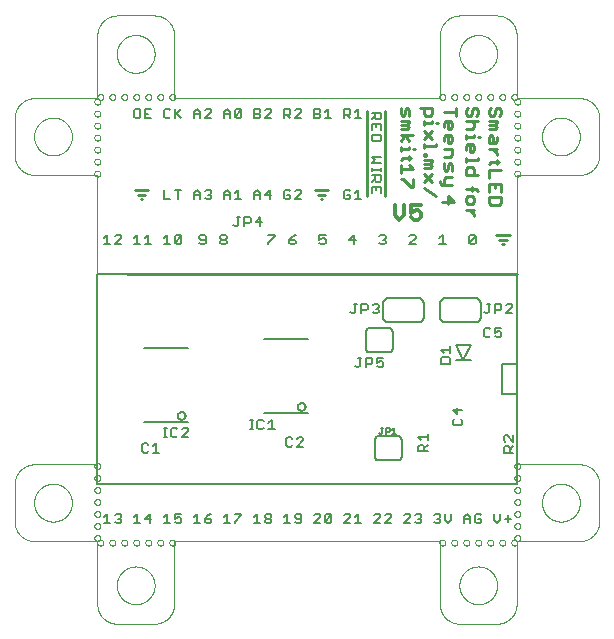
<source format=gto>
G04 EAGLE Gerber RS-274X export*
G75*
%MOMM*%
%FSLAX34Y34*%
%LPD*%
%INSilk top*%
%IPPOS*%
%AMOC8*
5,1,8,0,0,1.08239X$1,22.5*%
G01*
%ADD10C,0.203200*%
%ADD11C,0.254000*%
%ADD12C,0.000000*%
%ADD13C,0.304800*%
%ADD14C,0.152400*%
%ADD15C,0.127000*%


D10*
X303530Y156210D02*
X309880Y156210D01*
X316230Y156210D01*
X309880Y156210D02*
X316230Y168910D01*
X303530Y168910D01*
X309880Y156210D01*
X208831Y360426D02*
X208831Y368561D01*
X212898Y368561D01*
X214254Y367205D01*
X214254Y364493D01*
X212898Y363138D01*
X208831Y363138D01*
X211542Y363138D02*
X214254Y360426D01*
X218186Y365849D02*
X220898Y368561D01*
X220898Y360426D01*
X223609Y360426D02*
X218186Y360426D01*
X132631Y360426D02*
X132631Y368561D01*
X136698Y368561D01*
X138054Y367205D01*
X138054Y365849D01*
X136698Y364493D01*
X138054Y363138D01*
X138054Y361782D01*
X136698Y360426D01*
X132631Y360426D01*
X132631Y364493D02*
X136698Y364493D01*
X141986Y360426D02*
X147409Y360426D01*
X141986Y360426D02*
X147409Y365849D01*
X147409Y367205D01*
X146053Y368561D01*
X143342Y368561D01*
X141986Y367205D01*
X158031Y368561D02*
X158031Y360426D01*
X158031Y368561D02*
X162098Y368561D01*
X163454Y367205D01*
X163454Y364493D01*
X162098Y363138D01*
X158031Y363138D01*
X160742Y363138D02*
X163454Y360426D01*
X167386Y360426D02*
X172809Y360426D01*
X167386Y360426D02*
X172809Y365849D01*
X172809Y367205D01*
X171453Y368561D01*
X168742Y368561D01*
X167386Y367205D01*
X183431Y368561D02*
X183431Y360426D01*
X183431Y368561D02*
X187498Y368561D01*
X188854Y367205D01*
X188854Y365849D01*
X187498Y364493D01*
X188854Y363138D01*
X188854Y361782D01*
X187498Y360426D01*
X183431Y360426D01*
X183431Y364493D02*
X187498Y364493D01*
X192786Y365849D02*
X195498Y368561D01*
X195498Y360426D01*
X198209Y360426D02*
X192786Y360426D01*
X35098Y368561D02*
X32387Y368561D01*
X31031Y367205D01*
X31031Y361782D01*
X32387Y360426D01*
X35098Y360426D01*
X36454Y361782D01*
X36454Y367205D01*
X35098Y368561D01*
X40386Y368561D02*
X45809Y368561D01*
X40386Y368561D02*
X40386Y360426D01*
X45809Y360426D01*
X43098Y364493D02*
X40386Y364493D01*
X60498Y368561D02*
X61854Y367205D01*
X60498Y368561D02*
X57787Y368561D01*
X56431Y367205D01*
X56431Y361782D01*
X57787Y360426D01*
X60498Y360426D01*
X61854Y361782D01*
X65786Y360426D02*
X65786Y368561D01*
X65786Y363138D02*
X71209Y368561D01*
X67142Y364493D02*
X71209Y360426D01*
X107231Y360426D02*
X107231Y365849D01*
X109942Y368561D01*
X112654Y365849D01*
X112654Y360426D01*
X112654Y364493D02*
X107231Y364493D01*
X116586Y361782D02*
X116586Y367205D01*
X117942Y368561D01*
X120653Y368561D01*
X122009Y367205D01*
X122009Y361782D01*
X120653Y360426D01*
X117942Y360426D01*
X116586Y361782D01*
X122009Y367205D01*
X81831Y365849D02*
X81831Y360426D01*
X81831Y365849D02*
X84542Y368561D01*
X87254Y365849D01*
X87254Y360426D01*
X87254Y364493D02*
X81831Y364493D01*
X91186Y360426D02*
X96609Y360426D01*
X91186Y360426D02*
X96609Y365849D01*
X96609Y367205D01*
X95253Y368561D01*
X92542Y368561D01*
X91186Y367205D01*
X212898Y299981D02*
X214254Y298625D01*
X212898Y299981D02*
X210187Y299981D01*
X208831Y298625D01*
X208831Y293202D01*
X210187Y291846D01*
X212898Y291846D01*
X214254Y293202D01*
X214254Y295913D01*
X211542Y295913D01*
X218186Y297269D02*
X220898Y299981D01*
X220898Y291846D01*
X223609Y291846D02*
X218186Y291846D01*
X163454Y298625D02*
X162098Y299981D01*
X159387Y299981D01*
X158031Y298625D01*
X158031Y293202D01*
X159387Y291846D01*
X162098Y291846D01*
X163454Y293202D01*
X163454Y295913D01*
X160742Y295913D01*
X167386Y291846D02*
X172809Y291846D01*
X167386Y291846D02*
X172809Y297269D01*
X172809Y298625D01*
X171453Y299981D01*
X168742Y299981D01*
X167386Y298625D01*
X56431Y299981D02*
X56431Y291846D01*
X61854Y291846D01*
X68498Y291846D02*
X68498Y299981D01*
X71209Y299981D02*
X65786Y299981D01*
X107231Y297269D02*
X107231Y291846D01*
X107231Y297269D02*
X109942Y299981D01*
X112654Y297269D01*
X112654Y291846D01*
X112654Y295913D02*
X107231Y295913D01*
X116586Y297269D02*
X119298Y299981D01*
X119298Y291846D01*
X122009Y291846D02*
X116586Y291846D01*
X81831Y291846D02*
X81831Y297269D01*
X84542Y299981D01*
X87254Y297269D01*
X87254Y291846D01*
X87254Y295913D02*
X81831Y295913D01*
X91186Y298625D02*
X92542Y299981D01*
X95253Y299981D01*
X96609Y298625D01*
X96609Y297269D01*
X95253Y295913D01*
X93898Y295913D01*
X95253Y295913D02*
X96609Y294558D01*
X96609Y293202D01*
X95253Y291846D01*
X92542Y291846D01*
X91186Y293202D01*
X162098Y299981D02*
X163454Y298625D01*
X162098Y299981D02*
X159387Y299981D01*
X158031Y298625D01*
X158031Y293202D01*
X159387Y291846D01*
X162098Y291846D01*
X163454Y293202D01*
X163454Y295913D01*
X160742Y295913D01*
X167386Y291846D02*
X172809Y291846D01*
X167386Y291846D02*
X172809Y297269D01*
X172809Y298625D01*
X171453Y299981D01*
X168742Y299981D01*
X167386Y298625D01*
D11*
X184150Y299720D02*
X195580Y299720D01*
X193040Y295910D02*
X186690Y295910D01*
X189230Y292100D02*
X190500Y292100D01*
D10*
X132631Y291846D02*
X132631Y297269D01*
X135342Y299981D01*
X138054Y297269D01*
X138054Y291846D01*
X138054Y295913D02*
X132631Y295913D01*
X146053Y291846D02*
X146053Y299981D01*
X141986Y295913D01*
X147409Y295913D01*
X232156Y365046D02*
X240291Y365046D01*
X240291Y360978D01*
X238935Y359622D01*
X236223Y359622D01*
X234868Y360978D01*
X234868Y365046D01*
X234868Y362334D02*
X232156Y359622D01*
X240291Y355690D02*
X240291Y350267D01*
X240291Y355690D02*
X232156Y355690D01*
X232156Y350267D01*
X236223Y352979D02*
X236223Y355690D01*
X232156Y346335D02*
X240291Y346335D01*
X232156Y346335D02*
X232156Y342268D01*
X233512Y340912D01*
X238935Y340912D01*
X240291Y342268D01*
X240291Y346335D01*
X240291Y327625D02*
X232156Y327625D01*
X234868Y324913D01*
X232156Y322202D01*
X240291Y322202D01*
X232156Y318270D02*
X232156Y315558D01*
X232156Y316914D02*
X240291Y316914D01*
X240291Y318270D02*
X240291Y315558D01*
X240291Y312033D02*
X232156Y312033D01*
X240291Y312033D02*
X240291Y307965D01*
X238935Y306610D01*
X236223Y306610D01*
X234868Y307965D01*
X234868Y312033D01*
X234868Y309321D02*
X232156Y306610D01*
X240291Y302678D02*
X240291Y297254D01*
X240291Y302678D02*
X232156Y302678D01*
X232156Y297254D01*
X236223Y299966D02*
X236223Y302678D01*
D11*
X228600Y294640D02*
X228600Y367030D01*
X243840Y367030D02*
X243840Y294640D01*
D12*
X290000Y377500D02*
X65000Y377500D01*
X0Y312500D02*
X0Y67500D01*
X65000Y2500D02*
X290000Y2500D01*
X355600Y67500D02*
X355600Y312500D01*
X353060Y374650D02*
X353062Y374750D01*
X353068Y374851D01*
X353078Y374950D01*
X353092Y375050D01*
X353109Y375149D01*
X353131Y375247D01*
X353157Y375344D01*
X353186Y375440D01*
X353219Y375534D01*
X353256Y375628D01*
X353296Y375720D01*
X353340Y375810D01*
X353388Y375898D01*
X353439Y375985D01*
X353493Y376069D01*
X353551Y376151D01*
X353612Y376231D01*
X353676Y376308D01*
X353743Y376383D01*
X353813Y376455D01*
X353886Y376524D01*
X353961Y376590D01*
X354039Y376654D01*
X354119Y376714D01*
X354202Y376771D01*
X354287Y376824D01*
X354374Y376874D01*
X354463Y376921D01*
X354553Y376964D01*
X354645Y377004D01*
X354739Y377040D01*
X354834Y377072D01*
X354930Y377100D01*
X355028Y377125D01*
X355126Y377145D01*
X355225Y377162D01*
X355325Y377175D01*
X355424Y377184D01*
X355525Y377189D01*
X355625Y377190D01*
X355725Y377187D01*
X355826Y377180D01*
X355925Y377169D01*
X356025Y377154D01*
X356123Y377136D01*
X356221Y377113D01*
X356318Y377086D01*
X356413Y377056D01*
X356508Y377022D01*
X356601Y376984D01*
X356692Y376943D01*
X356782Y376898D01*
X356870Y376850D01*
X356956Y376798D01*
X357040Y376743D01*
X357121Y376684D01*
X357200Y376622D01*
X357277Y376558D01*
X357351Y376490D01*
X357422Y376419D01*
X357491Y376346D01*
X357556Y376270D01*
X357619Y376191D01*
X357678Y376110D01*
X357734Y376027D01*
X357787Y375942D01*
X357836Y375854D01*
X357882Y375765D01*
X357924Y375674D01*
X357963Y375581D01*
X357998Y375487D01*
X358029Y375392D01*
X358057Y375295D01*
X358080Y375198D01*
X358100Y375099D01*
X358116Y375000D01*
X358128Y374901D01*
X358136Y374800D01*
X358140Y374700D01*
X358140Y374600D01*
X358136Y374500D01*
X358128Y374399D01*
X358116Y374300D01*
X358100Y374201D01*
X358080Y374102D01*
X358057Y374005D01*
X358029Y373908D01*
X357998Y373813D01*
X357963Y373719D01*
X357924Y373626D01*
X357882Y373535D01*
X357836Y373446D01*
X357787Y373358D01*
X357734Y373273D01*
X357678Y373190D01*
X357619Y373109D01*
X357556Y373030D01*
X357491Y372954D01*
X357422Y372881D01*
X357351Y372810D01*
X357277Y372742D01*
X357200Y372678D01*
X357121Y372616D01*
X357040Y372557D01*
X356956Y372502D01*
X356870Y372450D01*
X356782Y372402D01*
X356692Y372357D01*
X356601Y372316D01*
X356508Y372278D01*
X356413Y372244D01*
X356318Y372214D01*
X356221Y372187D01*
X356123Y372164D01*
X356025Y372146D01*
X355925Y372131D01*
X355826Y372120D01*
X355725Y372113D01*
X355625Y372110D01*
X355525Y372111D01*
X355424Y372116D01*
X355325Y372125D01*
X355225Y372138D01*
X355126Y372155D01*
X355028Y372175D01*
X354930Y372200D01*
X354834Y372228D01*
X354739Y372260D01*
X354645Y372296D01*
X354553Y372336D01*
X354463Y372379D01*
X354374Y372426D01*
X354287Y372476D01*
X354202Y372529D01*
X354119Y372586D01*
X354039Y372646D01*
X353961Y372710D01*
X353886Y372776D01*
X353813Y372845D01*
X353743Y372917D01*
X353676Y372992D01*
X353612Y373069D01*
X353551Y373149D01*
X353493Y373231D01*
X353439Y373315D01*
X353388Y373402D01*
X353340Y373490D01*
X353296Y373580D01*
X353256Y373672D01*
X353219Y373766D01*
X353186Y373860D01*
X353157Y373956D01*
X353131Y374053D01*
X353109Y374151D01*
X353092Y374250D01*
X353078Y374350D01*
X353068Y374449D01*
X353062Y374550D01*
X353060Y374650D01*
X353060Y364490D02*
X353062Y364590D01*
X353068Y364691D01*
X353078Y364790D01*
X353092Y364890D01*
X353109Y364989D01*
X353131Y365087D01*
X353157Y365184D01*
X353186Y365280D01*
X353219Y365374D01*
X353256Y365468D01*
X353296Y365560D01*
X353340Y365650D01*
X353388Y365738D01*
X353439Y365825D01*
X353493Y365909D01*
X353551Y365991D01*
X353612Y366071D01*
X353676Y366148D01*
X353743Y366223D01*
X353813Y366295D01*
X353886Y366364D01*
X353961Y366430D01*
X354039Y366494D01*
X354119Y366554D01*
X354202Y366611D01*
X354287Y366664D01*
X354374Y366714D01*
X354463Y366761D01*
X354553Y366804D01*
X354645Y366844D01*
X354739Y366880D01*
X354834Y366912D01*
X354930Y366940D01*
X355028Y366965D01*
X355126Y366985D01*
X355225Y367002D01*
X355325Y367015D01*
X355424Y367024D01*
X355525Y367029D01*
X355625Y367030D01*
X355725Y367027D01*
X355826Y367020D01*
X355925Y367009D01*
X356025Y366994D01*
X356123Y366976D01*
X356221Y366953D01*
X356318Y366926D01*
X356413Y366896D01*
X356508Y366862D01*
X356601Y366824D01*
X356692Y366783D01*
X356782Y366738D01*
X356870Y366690D01*
X356956Y366638D01*
X357040Y366583D01*
X357121Y366524D01*
X357200Y366462D01*
X357277Y366398D01*
X357351Y366330D01*
X357422Y366259D01*
X357491Y366186D01*
X357556Y366110D01*
X357619Y366031D01*
X357678Y365950D01*
X357734Y365867D01*
X357787Y365782D01*
X357836Y365694D01*
X357882Y365605D01*
X357924Y365514D01*
X357963Y365421D01*
X357998Y365327D01*
X358029Y365232D01*
X358057Y365135D01*
X358080Y365038D01*
X358100Y364939D01*
X358116Y364840D01*
X358128Y364741D01*
X358136Y364640D01*
X358140Y364540D01*
X358140Y364440D01*
X358136Y364340D01*
X358128Y364239D01*
X358116Y364140D01*
X358100Y364041D01*
X358080Y363942D01*
X358057Y363845D01*
X358029Y363748D01*
X357998Y363653D01*
X357963Y363559D01*
X357924Y363466D01*
X357882Y363375D01*
X357836Y363286D01*
X357787Y363198D01*
X357734Y363113D01*
X357678Y363030D01*
X357619Y362949D01*
X357556Y362870D01*
X357491Y362794D01*
X357422Y362721D01*
X357351Y362650D01*
X357277Y362582D01*
X357200Y362518D01*
X357121Y362456D01*
X357040Y362397D01*
X356956Y362342D01*
X356870Y362290D01*
X356782Y362242D01*
X356692Y362197D01*
X356601Y362156D01*
X356508Y362118D01*
X356413Y362084D01*
X356318Y362054D01*
X356221Y362027D01*
X356123Y362004D01*
X356025Y361986D01*
X355925Y361971D01*
X355826Y361960D01*
X355725Y361953D01*
X355625Y361950D01*
X355525Y361951D01*
X355424Y361956D01*
X355325Y361965D01*
X355225Y361978D01*
X355126Y361995D01*
X355028Y362015D01*
X354930Y362040D01*
X354834Y362068D01*
X354739Y362100D01*
X354645Y362136D01*
X354553Y362176D01*
X354463Y362219D01*
X354374Y362266D01*
X354287Y362316D01*
X354202Y362369D01*
X354119Y362426D01*
X354039Y362486D01*
X353961Y362550D01*
X353886Y362616D01*
X353813Y362685D01*
X353743Y362757D01*
X353676Y362832D01*
X353612Y362909D01*
X353551Y362989D01*
X353493Y363071D01*
X353439Y363155D01*
X353388Y363242D01*
X353340Y363330D01*
X353296Y363420D01*
X353256Y363512D01*
X353219Y363606D01*
X353186Y363700D01*
X353157Y363796D01*
X353131Y363893D01*
X353109Y363991D01*
X353092Y364090D01*
X353078Y364190D01*
X353068Y364289D01*
X353062Y364390D01*
X353060Y364490D01*
X353060Y354330D02*
X353062Y354430D01*
X353068Y354531D01*
X353078Y354630D01*
X353092Y354730D01*
X353109Y354829D01*
X353131Y354927D01*
X353157Y355024D01*
X353186Y355120D01*
X353219Y355214D01*
X353256Y355308D01*
X353296Y355400D01*
X353340Y355490D01*
X353388Y355578D01*
X353439Y355665D01*
X353493Y355749D01*
X353551Y355831D01*
X353612Y355911D01*
X353676Y355988D01*
X353743Y356063D01*
X353813Y356135D01*
X353886Y356204D01*
X353961Y356270D01*
X354039Y356334D01*
X354119Y356394D01*
X354202Y356451D01*
X354287Y356504D01*
X354374Y356554D01*
X354463Y356601D01*
X354553Y356644D01*
X354645Y356684D01*
X354739Y356720D01*
X354834Y356752D01*
X354930Y356780D01*
X355028Y356805D01*
X355126Y356825D01*
X355225Y356842D01*
X355325Y356855D01*
X355424Y356864D01*
X355525Y356869D01*
X355625Y356870D01*
X355725Y356867D01*
X355826Y356860D01*
X355925Y356849D01*
X356025Y356834D01*
X356123Y356816D01*
X356221Y356793D01*
X356318Y356766D01*
X356413Y356736D01*
X356508Y356702D01*
X356601Y356664D01*
X356692Y356623D01*
X356782Y356578D01*
X356870Y356530D01*
X356956Y356478D01*
X357040Y356423D01*
X357121Y356364D01*
X357200Y356302D01*
X357277Y356238D01*
X357351Y356170D01*
X357422Y356099D01*
X357491Y356026D01*
X357556Y355950D01*
X357619Y355871D01*
X357678Y355790D01*
X357734Y355707D01*
X357787Y355622D01*
X357836Y355534D01*
X357882Y355445D01*
X357924Y355354D01*
X357963Y355261D01*
X357998Y355167D01*
X358029Y355072D01*
X358057Y354975D01*
X358080Y354878D01*
X358100Y354779D01*
X358116Y354680D01*
X358128Y354581D01*
X358136Y354480D01*
X358140Y354380D01*
X358140Y354280D01*
X358136Y354180D01*
X358128Y354079D01*
X358116Y353980D01*
X358100Y353881D01*
X358080Y353782D01*
X358057Y353685D01*
X358029Y353588D01*
X357998Y353493D01*
X357963Y353399D01*
X357924Y353306D01*
X357882Y353215D01*
X357836Y353126D01*
X357787Y353038D01*
X357734Y352953D01*
X357678Y352870D01*
X357619Y352789D01*
X357556Y352710D01*
X357491Y352634D01*
X357422Y352561D01*
X357351Y352490D01*
X357277Y352422D01*
X357200Y352358D01*
X357121Y352296D01*
X357040Y352237D01*
X356956Y352182D01*
X356870Y352130D01*
X356782Y352082D01*
X356692Y352037D01*
X356601Y351996D01*
X356508Y351958D01*
X356413Y351924D01*
X356318Y351894D01*
X356221Y351867D01*
X356123Y351844D01*
X356025Y351826D01*
X355925Y351811D01*
X355826Y351800D01*
X355725Y351793D01*
X355625Y351790D01*
X355525Y351791D01*
X355424Y351796D01*
X355325Y351805D01*
X355225Y351818D01*
X355126Y351835D01*
X355028Y351855D01*
X354930Y351880D01*
X354834Y351908D01*
X354739Y351940D01*
X354645Y351976D01*
X354553Y352016D01*
X354463Y352059D01*
X354374Y352106D01*
X354287Y352156D01*
X354202Y352209D01*
X354119Y352266D01*
X354039Y352326D01*
X353961Y352390D01*
X353886Y352456D01*
X353813Y352525D01*
X353743Y352597D01*
X353676Y352672D01*
X353612Y352749D01*
X353551Y352829D01*
X353493Y352911D01*
X353439Y352995D01*
X353388Y353082D01*
X353340Y353170D01*
X353296Y353260D01*
X353256Y353352D01*
X353219Y353446D01*
X353186Y353540D01*
X353157Y353636D01*
X353131Y353733D01*
X353109Y353831D01*
X353092Y353930D01*
X353078Y354030D01*
X353068Y354129D01*
X353062Y354230D01*
X353060Y354330D01*
X353060Y344170D02*
X353062Y344270D01*
X353068Y344371D01*
X353078Y344470D01*
X353092Y344570D01*
X353109Y344669D01*
X353131Y344767D01*
X353157Y344864D01*
X353186Y344960D01*
X353219Y345054D01*
X353256Y345148D01*
X353296Y345240D01*
X353340Y345330D01*
X353388Y345418D01*
X353439Y345505D01*
X353493Y345589D01*
X353551Y345671D01*
X353612Y345751D01*
X353676Y345828D01*
X353743Y345903D01*
X353813Y345975D01*
X353886Y346044D01*
X353961Y346110D01*
X354039Y346174D01*
X354119Y346234D01*
X354202Y346291D01*
X354287Y346344D01*
X354374Y346394D01*
X354463Y346441D01*
X354553Y346484D01*
X354645Y346524D01*
X354739Y346560D01*
X354834Y346592D01*
X354930Y346620D01*
X355028Y346645D01*
X355126Y346665D01*
X355225Y346682D01*
X355325Y346695D01*
X355424Y346704D01*
X355525Y346709D01*
X355625Y346710D01*
X355725Y346707D01*
X355826Y346700D01*
X355925Y346689D01*
X356025Y346674D01*
X356123Y346656D01*
X356221Y346633D01*
X356318Y346606D01*
X356413Y346576D01*
X356508Y346542D01*
X356601Y346504D01*
X356692Y346463D01*
X356782Y346418D01*
X356870Y346370D01*
X356956Y346318D01*
X357040Y346263D01*
X357121Y346204D01*
X357200Y346142D01*
X357277Y346078D01*
X357351Y346010D01*
X357422Y345939D01*
X357491Y345866D01*
X357556Y345790D01*
X357619Y345711D01*
X357678Y345630D01*
X357734Y345547D01*
X357787Y345462D01*
X357836Y345374D01*
X357882Y345285D01*
X357924Y345194D01*
X357963Y345101D01*
X357998Y345007D01*
X358029Y344912D01*
X358057Y344815D01*
X358080Y344718D01*
X358100Y344619D01*
X358116Y344520D01*
X358128Y344421D01*
X358136Y344320D01*
X358140Y344220D01*
X358140Y344120D01*
X358136Y344020D01*
X358128Y343919D01*
X358116Y343820D01*
X358100Y343721D01*
X358080Y343622D01*
X358057Y343525D01*
X358029Y343428D01*
X357998Y343333D01*
X357963Y343239D01*
X357924Y343146D01*
X357882Y343055D01*
X357836Y342966D01*
X357787Y342878D01*
X357734Y342793D01*
X357678Y342710D01*
X357619Y342629D01*
X357556Y342550D01*
X357491Y342474D01*
X357422Y342401D01*
X357351Y342330D01*
X357277Y342262D01*
X357200Y342198D01*
X357121Y342136D01*
X357040Y342077D01*
X356956Y342022D01*
X356870Y341970D01*
X356782Y341922D01*
X356692Y341877D01*
X356601Y341836D01*
X356508Y341798D01*
X356413Y341764D01*
X356318Y341734D01*
X356221Y341707D01*
X356123Y341684D01*
X356025Y341666D01*
X355925Y341651D01*
X355826Y341640D01*
X355725Y341633D01*
X355625Y341630D01*
X355525Y341631D01*
X355424Y341636D01*
X355325Y341645D01*
X355225Y341658D01*
X355126Y341675D01*
X355028Y341695D01*
X354930Y341720D01*
X354834Y341748D01*
X354739Y341780D01*
X354645Y341816D01*
X354553Y341856D01*
X354463Y341899D01*
X354374Y341946D01*
X354287Y341996D01*
X354202Y342049D01*
X354119Y342106D01*
X354039Y342166D01*
X353961Y342230D01*
X353886Y342296D01*
X353813Y342365D01*
X353743Y342437D01*
X353676Y342512D01*
X353612Y342589D01*
X353551Y342669D01*
X353493Y342751D01*
X353439Y342835D01*
X353388Y342922D01*
X353340Y343010D01*
X353296Y343100D01*
X353256Y343192D01*
X353219Y343286D01*
X353186Y343380D01*
X353157Y343476D01*
X353131Y343573D01*
X353109Y343671D01*
X353092Y343770D01*
X353078Y343870D01*
X353068Y343969D01*
X353062Y344070D01*
X353060Y344170D01*
X353060Y334010D02*
X353062Y334110D01*
X353068Y334211D01*
X353078Y334310D01*
X353092Y334410D01*
X353109Y334509D01*
X353131Y334607D01*
X353157Y334704D01*
X353186Y334800D01*
X353219Y334894D01*
X353256Y334988D01*
X353296Y335080D01*
X353340Y335170D01*
X353388Y335258D01*
X353439Y335345D01*
X353493Y335429D01*
X353551Y335511D01*
X353612Y335591D01*
X353676Y335668D01*
X353743Y335743D01*
X353813Y335815D01*
X353886Y335884D01*
X353961Y335950D01*
X354039Y336014D01*
X354119Y336074D01*
X354202Y336131D01*
X354287Y336184D01*
X354374Y336234D01*
X354463Y336281D01*
X354553Y336324D01*
X354645Y336364D01*
X354739Y336400D01*
X354834Y336432D01*
X354930Y336460D01*
X355028Y336485D01*
X355126Y336505D01*
X355225Y336522D01*
X355325Y336535D01*
X355424Y336544D01*
X355525Y336549D01*
X355625Y336550D01*
X355725Y336547D01*
X355826Y336540D01*
X355925Y336529D01*
X356025Y336514D01*
X356123Y336496D01*
X356221Y336473D01*
X356318Y336446D01*
X356413Y336416D01*
X356508Y336382D01*
X356601Y336344D01*
X356692Y336303D01*
X356782Y336258D01*
X356870Y336210D01*
X356956Y336158D01*
X357040Y336103D01*
X357121Y336044D01*
X357200Y335982D01*
X357277Y335918D01*
X357351Y335850D01*
X357422Y335779D01*
X357491Y335706D01*
X357556Y335630D01*
X357619Y335551D01*
X357678Y335470D01*
X357734Y335387D01*
X357787Y335302D01*
X357836Y335214D01*
X357882Y335125D01*
X357924Y335034D01*
X357963Y334941D01*
X357998Y334847D01*
X358029Y334752D01*
X358057Y334655D01*
X358080Y334558D01*
X358100Y334459D01*
X358116Y334360D01*
X358128Y334261D01*
X358136Y334160D01*
X358140Y334060D01*
X358140Y333960D01*
X358136Y333860D01*
X358128Y333759D01*
X358116Y333660D01*
X358100Y333561D01*
X358080Y333462D01*
X358057Y333365D01*
X358029Y333268D01*
X357998Y333173D01*
X357963Y333079D01*
X357924Y332986D01*
X357882Y332895D01*
X357836Y332806D01*
X357787Y332718D01*
X357734Y332633D01*
X357678Y332550D01*
X357619Y332469D01*
X357556Y332390D01*
X357491Y332314D01*
X357422Y332241D01*
X357351Y332170D01*
X357277Y332102D01*
X357200Y332038D01*
X357121Y331976D01*
X357040Y331917D01*
X356956Y331862D01*
X356870Y331810D01*
X356782Y331762D01*
X356692Y331717D01*
X356601Y331676D01*
X356508Y331638D01*
X356413Y331604D01*
X356318Y331574D01*
X356221Y331547D01*
X356123Y331524D01*
X356025Y331506D01*
X355925Y331491D01*
X355826Y331480D01*
X355725Y331473D01*
X355625Y331470D01*
X355525Y331471D01*
X355424Y331476D01*
X355325Y331485D01*
X355225Y331498D01*
X355126Y331515D01*
X355028Y331535D01*
X354930Y331560D01*
X354834Y331588D01*
X354739Y331620D01*
X354645Y331656D01*
X354553Y331696D01*
X354463Y331739D01*
X354374Y331786D01*
X354287Y331836D01*
X354202Y331889D01*
X354119Y331946D01*
X354039Y332006D01*
X353961Y332070D01*
X353886Y332136D01*
X353813Y332205D01*
X353743Y332277D01*
X353676Y332352D01*
X353612Y332429D01*
X353551Y332509D01*
X353493Y332591D01*
X353439Y332675D01*
X353388Y332762D01*
X353340Y332850D01*
X353296Y332940D01*
X353256Y333032D01*
X353219Y333126D01*
X353186Y333220D01*
X353157Y333316D01*
X353131Y333413D01*
X353109Y333511D01*
X353092Y333610D01*
X353078Y333710D01*
X353068Y333809D01*
X353062Y333910D01*
X353060Y334010D01*
X355000Y377500D02*
X407500Y377500D01*
X425000Y360000D02*
X425000Y330000D01*
X407500Y312500D02*
X355600Y312500D01*
D11*
X43180Y299720D02*
X31750Y299720D01*
X34290Y295910D02*
X40640Y295910D01*
X38100Y292100D02*
X36830Y292100D01*
X339944Y362791D02*
X341639Y364486D01*
X341639Y367875D01*
X339944Y369570D01*
X338249Y369570D01*
X336554Y367875D01*
X336554Y364486D01*
X334860Y362791D01*
X333165Y362791D01*
X331470Y364486D01*
X331470Y367875D01*
X333165Y369570D01*
X331470Y357876D02*
X338249Y357876D01*
X338249Y356181D01*
X336554Y354486D01*
X331470Y354486D01*
X336554Y354486D02*
X338249Y352792D01*
X336554Y351097D01*
X331470Y351097D01*
X338249Y344487D02*
X338249Y341098D01*
X336554Y339403D01*
X331470Y339403D01*
X331470Y344487D01*
X333165Y346182D01*
X334860Y344487D01*
X334860Y339403D01*
X331470Y334488D02*
X338249Y334488D01*
X334860Y334488D02*
X338249Y331099D01*
X338249Y329404D01*
X339944Y323048D02*
X333165Y323048D01*
X331470Y321354D01*
X338249Y321354D02*
X338249Y324743D01*
X341639Y316947D02*
X331470Y316947D01*
X331470Y310168D01*
X341639Y305253D02*
X341639Y298474D01*
X341639Y305253D02*
X331470Y305253D01*
X331470Y298474D01*
X336554Y301864D02*
X336554Y305253D01*
X341639Y293559D02*
X331470Y293559D01*
X331470Y288475D01*
X333165Y286780D01*
X339944Y286780D01*
X341639Y288475D01*
X341639Y293559D01*
X320894Y362791D02*
X322589Y364486D01*
X322589Y367875D01*
X320894Y369570D01*
X319199Y369570D01*
X317504Y367875D01*
X317504Y364486D01*
X315810Y362791D01*
X314115Y362791D01*
X312420Y364486D01*
X312420Y367875D01*
X314115Y369570D01*
X312420Y357876D02*
X322589Y357876D01*
X319199Y356181D02*
X317504Y357876D01*
X319199Y356181D02*
X319199Y352792D01*
X317504Y351097D01*
X312420Y351097D01*
X319199Y346182D02*
X319199Y344487D01*
X312420Y344487D01*
X312420Y342793D02*
X312420Y346182D01*
X322589Y344487D02*
X324283Y344487D01*
X312420Y336691D02*
X312420Y333302D01*
X312420Y336691D02*
X314115Y338386D01*
X317504Y338386D01*
X319199Y336691D01*
X319199Y333302D01*
X317504Y331607D01*
X315810Y331607D01*
X315810Y338386D01*
X322589Y326692D02*
X322589Y324997D01*
X312420Y324997D01*
X312420Y323303D02*
X312420Y326692D01*
X312420Y312117D02*
X322589Y312117D01*
X312420Y312117D02*
X312420Y317201D01*
X314115Y318896D01*
X317504Y318896D01*
X319199Y317201D01*
X319199Y312117D01*
X303539Y366180D02*
X293370Y366180D01*
X303539Y362791D02*
X303539Y369570D01*
X293370Y356181D02*
X293370Y352792D01*
X293370Y356181D02*
X295065Y357876D01*
X298454Y357876D01*
X300149Y356181D01*
X300149Y352792D01*
X298454Y351097D01*
X296760Y351097D01*
X296760Y357876D01*
X293370Y344487D02*
X293370Y341098D01*
X293370Y344487D02*
X295065Y346182D01*
X298454Y346182D01*
X300149Y344487D01*
X300149Y341098D01*
X298454Y339403D01*
X296760Y339403D01*
X296760Y346182D01*
X293370Y334488D02*
X300149Y334488D01*
X300149Y329404D01*
X298454Y327709D01*
X293370Y327709D01*
X293370Y322794D02*
X293370Y317710D01*
X295065Y316015D01*
X296760Y317710D01*
X296760Y321099D01*
X298454Y322794D01*
X300149Y321099D01*
X300149Y316015D01*
X300149Y311100D02*
X295065Y311100D01*
X293370Y309405D01*
X293370Y304321D01*
X291675Y304321D02*
X300149Y304321D01*
X291675Y304321D02*
X289980Y306016D01*
X289980Y307711D01*
X283004Y369570D02*
X272835Y369570D01*
X283004Y369570D02*
X283004Y364486D01*
X281309Y362791D01*
X277920Y362791D01*
X276225Y364486D01*
X276225Y369570D01*
X283004Y357876D02*
X283004Y356181D01*
X276225Y356181D01*
X276225Y357876D02*
X276225Y354486D01*
X286394Y356181D02*
X288088Y356181D01*
X283004Y350080D02*
X276225Y343301D01*
X276225Y350080D02*
X283004Y343301D01*
X286394Y338386D02*
X286394Y336691D01*
X276225Y336691D01*
X276225Y334997D02*
X276225Y338386D01*
X276225Y330590D02*
X277920Y330590D01*
X277920Y328895D01*
X276225Y328895D01*
X276225Y330590D01*
X276225Y324743D02*
X283004Y324743D01*
X283004Y323048D01*
X281309Y321354D01*
X276225Y321354D01*
X281309Y321354D02*
X283004Y319659D01*
X281309Y317964D01*
X276225Y317964D01*
X283004Y313049D02*
X276225Y306270D01*
X276225Y313049D02*
X283004Y306270D01*
X276225Y301355D02*
X286394Y294576D01*
X257175Y364486D02*
X257175Y369570D01*
X257175Y364486D02*
X258870Y362791D01*
X260565Y364486D01*
X260565Y367875D01*
X262259Y369570D01*
X263954Y367875D01*
X263954Y362791D01*
X263954Y357876D02*
X257175Y357876D01*
X263954Y357876D02*
X263954Y356181D01*
X262259Y354486D01*
X257175Y354486D01*
X262259Y354486D02*
X263954Y352792D01*
X262259Y351097D01*
X257175Y351097D01*
X257175Y346182D02*
X267344Y346182D01*
X260565Y346182D02*
X257175Y341098D01*
X260565Y346182D02*
X263954Y341098D01*
X263954Y336437D02*
X263954Y334742D01*
X257175Y334742D01*
X257175Y333048D02*
X257175Y336437D01*
X267344Y334742D02*
X269038Y334742D01*
X265649Y326946D02*
X258870Y326946D01*
X257175Y325252D01*
X263954Y325252D02*
X263954Y328641D01*
X263954Y320845D02*
X267344Y317456D01*
X257175Y317456D01*
X257175Y320845D02*
X257175Y314066D01*
X267344Y309151D02*
X267344Y302372D01*
X265649Y302372D01*
X258870Y309151D01*
X257175Y309151D01*
D12*
X353060Y323850D02*
X353062Y323950D01*
X353068Y324051D01*
X353078Y324150D01*
X353092Y324250D01*
X353109Y324349D01*
X353131Y324447D01*
X353157Y324544D01*
X353186Y324640D01*
X353219Y324734D01*
X353256Y324828D01*
X353296Y324920D01*
X353340Y325010D01*
X353388Y325098D01*
X353439Y325185D01*
X353493Y325269D01*
X353551Y325351D01*
X353612Y325431D01*
X353676Y325508D01*
X353743Y325583D01*
X353813Y325655D01*
X353886Y325724D01*
X353961Y325790D01*
X354039Y325854D01*
X354119Y325914D01*
X354202Y325971D01*
X354287Y326024D01*
X354374Y326074D01*
X354463Y326121D01*
X354553Y326164D01*
X354645Y326204D01*
X354739Y326240D01*
X354834Y326272D01*
X354930Y326300D01*
X355028Y326325D01*
X355126Y326345D01*
X355225Y326362D01*
X355325Y326375D01*
X355424Y326384D01*
X355525Y326389D01*
X355625Y326390D01*
X355725Y326387D01*
X355826Y326380D01*
X355925Y326369D01*
X356025Y326354D01*
X356123Y326336D01*
X356221Y326313D01*
X356318Y326286D01*
X356413Y326256D01*
X356508Y326222D01*
X356601Y326184D01*
X356692Y326143D01*
X356782Y326098D01*
X356870Y326050D01*
X356956Y325998D01*
X357040Y325943D01*
X357121Y325884D01*
X357200Y325822D01*
X357277Y325758D01*
X357351Y325690D01*
X357422Y325619D01*
X357491Y325546D01*
X357556Y325470D01*
X357619Y325391D01*
X357678Y325310D01*
X357734Y325227D01*
X357787Y325142D01*
X357836Y325054D01*
X357882Y324965D01*
X357924Y324874D01*
X357963Y324781D01*
X357998Y324687D01*
X358029Y324592D01*
X358057Y324495D01*
X358080Y324398D01*
X358100Y324299D01*
X358116Y324200D01*
X358128Y324101D01*
X358136Y324000D01*
X358140Y323900D01*
X358140Y323800D01*
X358136Y323700D01*
X358128Y323599D01*
X358116Y323500D01*
X358100Y323401D01*
X358080Y323302D01*
X358057Y323205D01*
X358029Y323108D01*
X357998Y323013D01*
X357963Y322919D01*
X357924Y322826D01*
X357882Y322735D01*
X357836Y322646D01*
X357787Y322558D01*
X357734Y322473D01*
X357678Y322390D01*
X357619Y322309D01*
X357556Y322230D01*
X357491Y322154D01*
X357422Y322081D01*
X357351Y322010D01*
X357277Y321942D01*
X357200Y321878D01*
X357121Y321816D01*
X357040Y321757D01*
X356956Y321702D01*
X356870Y321650D01*
X356782Y321602D01*
X356692Y321557D01*
X356601Y321516D01*
X356508Y321478D01*
X356413Y321444D01*
X356318Y321414D01*
X356221Y321387D01*
X356123Y321364D01*
X356025Y321346D01*
X355925Y321331D01*
X355826Y321320D01*
X355725Y321313D01*
X355625Y321310D01*
X355525Y321311D01*
X355424Y321316D01*
X355325Y321325D01*
X355225Y321338D01*
X355126Y321355D01*
X355028Y321375D01*
X354930Y321400D01*
X354834Y321428D01*
X354739Y321460D01*
X354645Y321496D01*
X354553Y321536D01*
X354463Y321579D01*
X354374Y321626D01*
X354287Y321676D01*
X354202Y321729D01*
X354119Y321786D01*
X354039Y321846D01*
X353961Y321910D01*
X353886Y321976D01*
X353813Y322045D01*
X353743Y322117D01*
X353676Y322192D01*
X353612Y322269D01*
X353551Y322349D01*
X353493Y322431D01*
X353439Y322515D01*
X353388Y322602D01*
X353340Y322690D01*
X353296Y322780D01*
X353256Y322872D01*
X353219Y322966D01*
X353186Y323060D01*
X353157Y323156D01*
X353131Y323253D01*
X353109Y323351D01*
X353092Y323450D01*
X353078Y323550D01*
X353068Y323649D01*
X353062Y323750D01*
X353060Y323850D01*
X353060Y313690D02*
X353062Y313790D01*
X353068Y313891D01*
X353078Y313990D01*
X353092Y314090D01*
X353109Y314189D01*
X353131Y314287D01*
X353157Y314384D01*
X353186Y314480D01*
X353219Y314574D01*
X353256Y314668D01*
X353296Y314760D01*
X353340Y314850D01*
X353388Y314938D01*
X353439Y315025D01*
X353493Y315109D01*
X353551Y315191D01*
X353612Y315271D01*
X353676Y315348D01*
X353743Y315423D01*
X353813Y315495D01*
X353886Y315564D01*
X353961Y315630D01*
X354039Y315694D01*
X354119Y315754D01*
X354202Y315811D01*
X354287Y315864D01*
X354374Y315914D01*
X354463Y315961D01*
X354553Y316004D01*
X354645Y316044D01*
X354739Y316080D01*
X354834Y316112D01*
X354930Y316140D01*
X355028Y316165D01*
X355126Y316185D01*
X355225Y316202D01*
X355325Y316215D01*
X355424Y316224D01*
X355525Y316229D01*
X355625Y316230D01*
X355725Y316227D01*
X355826Y316220D01*
X355925Y316209D01*
X356025Y316194D01*
X356123Y316176D01*
X356221Y316153D01*
X356318Y316126D01*
X356413Y316096D01*
X356508Y316062D01*
X356601Y316024D01*
X356692Y315983D01*
X356782Y315938D01*
X356870Y315890D01*
X356956Y315838D01*
X357040Y315783D01*
X357121Y315724D01*
X357200Y315662D01*
X357277Y315598D01*
X357351Y315530D01*
X357422Y315459D01*
X357491Y315386D01*
X357556Y315310D01*
X357619Y315231D01*
X357678Y315150D01*
X357734Y315067D01*
X357787Y314982D01*
X357836Y314894D01*
X357882Y314805D01*
X357924Y314714D01*
X357963Y314621D01*
X357998Y314527D01*
X358029Y314432D01*
X358057Y314335D01*
X358080Y314238D01*
X358100Y314139D01*
X358116Y314040D01*
X358128Y313941D01*
X358136Y313840D01*
X358140Y313740D01*
X358140Y313640D01*
X358136Y313540D01*
X358128Y313439D01*
X358116Y313340D01*
X358100Y313241D01*
X358080Y313142D01*
X358057Y313045D01*
X358029Y312948D01*
X357998Y312853D01*
X357963Y312759D01*
X357924Y312666D01*
X357882Y312575D01*
X357836Y312486D01*
X357787Y312398D01*
X357734Y312313D01*
X357678Y312230D01*
X357619Y312149D01*
X357556Y312070D01*
X357491Y311994D01*
X357422Y311921D01*
X357351Y311850D01*
X357277Y311782D01*
X357200Y311718D01*
X357121Y311656D01*
X357040Y311597D01*
X356956Y311542D01*
X356870Y311490D01*
X356782Y311442D01*
X356692Y311397D01*
X356601Y311356D01*
X356508Y311318D01*
X356413Y311284D01*
X356318Y311254D01*
X356221Y311227D01*
X356123Y311204D01*
X356025Y311186D01*
X355925Y311171D01*
X355826Y311160D01*
X355725Y311153D01*
X355625Y311150D01*
X355525Y311151D01*
X355424Y311156D01*
X355325Y311165D01*
X355225Y311178D01*
X355126Y311195D01*
X355028Y311215D01*
X354930Y311240D01*
X354834Y311268D01*
X354739Y311300D01*
X354645Y311336D01*
X354553Y311376D01*
X354463Y311419D01*
X354374Y311466D01*
X354287Y311516D01*
X354202Y311569D01*
X354119Y311626D01*
X354039Y311686D01*
X353961Y311750D01*
X353886Y311816D01*
X353813Y311885D01*
X353743Y311957D01*
X353676Y312032D01*
X353612Y312109D01*
X353551Y312189D01*
X353493Y312271D01*
X353439Y312355D01*
X353388Y312442D01*
X353340Y312530D01*
X353296Y312620D01*
X353256Y312712D01*
X353219Y312806D01*
X353186Y312900D01*
X353157Y312996D01*
X353131Y313093D01*
X353109Y313191D01*
X353092Y313290D01*
X353078Y313390D01*
X353068Y313489D01*
X353062Y313590D01*
X353060Y313690D01*
X289560Y378460D02*
X289562Y378560D01*
X289568Y378661D01*
X289578Y378760D01*
X289592Y378860D01*
X289609Y378959D01*
X289631Y379057D01*
X289657Y379154D01*
X289686Y379250D01*
X289719Y379344D01*
X289756Y379438D01*
X289796Y379530D01*
X289840Y379620D01*
X289888Y379708D01*
X289939Y379795D01*
X289993Y379879D01*
X290051Y379961D01*
X290112Y380041D01*
X290176Y380118D01*
X290243Y380193D01*
X290313Y380265D01*
X290386Y380334D01*
X290461Y380400D01*
X290539Y380464D01*
X290619Y380524D01*
X290702Y380581D01*
X290787Y380634D01*
X290874Y380684D01*
X290963Y380731D01*
X291053Y380774D01*
X291145Y380814D01*
X291239Y380850D01*
X291334Y380882D01*
X291430Y380910D01*
X291528Y380935D01*
X291626Y380955D01*
X291725Y380972D01*
X291825Y380985D01*
X291924Y380994D01*
X292025Y380999D01*
X292125Y381000D01*
X292225Y380997D01*
X292326Y380990D01*
X292425Y380979D01*
X292525Y380964D01*
X292623Y380946D01*
X292721Y380923D01*
X292818Y380896D01*
X292913Y380866D01*
X293008Y380832D01*
X293101Y380794D01*
X293192Y380753D01*
X293282Y380708D01*
X293370Y380660D01*
X293456Y380608D01*
X293540Y380553D01*
X293621Y380494D01*
X293700Y380432D01*
X293777Y380368D01*
X293851Y380300D01*
X293922Y380229D01*
X293991Y380156D01*
X294056Y380080D01*
X294119Y380001D01*
X294178Y379920D01*
X294234Y379837D01*
X294287Y379752D01*
X294336Y379664D01*
X294382Y379575D01*
X294424Y379484D01*
X294463Y379391D01*
X294498Y379297D01*
X294529Y379202D01*
X294557Y379105D01*
X294580Y379008D01*
X294600Y378909D01*
X294616Y378810D01*
X294628Y378711D01*
X294636Y378610D01*
X294640Y378510D01*
X294640Y378410D01*
X294636Y378310D01*
X294628Y378209D01*
X294616Y378110D01*
X294600Y378011D01*
X294580Y377912D01*
X294557Y377815D01*
X294529Y377718D01*
X294498Y377623D01*
X294463Y377529D01*
X294424Y377436D01*
X294382Y377345D01*
X294336Y377256D01*
X294287Y377168D01*
X294234Y377083D01*
X294178Y377000D01*
X294119Y376919D01*
X294056Y376840D01*
X293991Y376764D01*
X293922Y376691D01*
X293851Y376620D01*
X293777Y376552D01*
X293700Y376488D01*
X293621Y376426D01*
X293540Y376367D01*
X293456Y376312D01*
X293370Y376260D01*
X293282Y376212D01*
X293192Y376167D01*
X293101Y376126D01*
X293008Y376088D01*
X292913Y376054D01*
X292818Y376024D01*
X292721Y375997D01*
X292623Y375974D01*
X292525Y375956D01*
X292425Y375941D01*
X292326Y375930D01*
X292225Y375923D01*
X292125Y375920D01*
X292025Y375921D01*
X291924Y375926D01*
X291825Y375935D01*
X291725Y375948D01*
X291626Y375965D01*
X291528Y375985D01*
X291430Y376010D01*
X291334Y376038D01*
X291239Y376070D01*
X291145Y376106D01*
X291053Y376146D01*
X290963Y376189D01*
X290874Y376236D01*
X290787Y376286D01*
X290702Y376339D01*
X290619Y376396D01*
X290539Y376456D01*
X290461Y376520D01*
X290386Y376586D01*
X290313Y376655D01*
X290243Y376727D01*
X290176Y376802D01*
X290112Y376879D01*
X290051Y376959D01*
X289993Y377041D01*
X289939Y377125D01*
X289888Y377212D01*
X289840Y377300D01*
X289796Y377390D01*
X289756Y377482D01*
X289719Y377576D01*
X289686Y377670D01*
X289657Y377766D01*
X289631Y377863D01*
X289609Y377961D01*
X289592Y378060D01*
X289578Y378160D01*
X289568Y378259D01*
X289562Y378360D01*
X289560Y378460D01*
X299720Y378460D02*
X299722Y378560D01*
X299728Y378661D01*
X299738Y378760D01*
X299752Y378860D01*
X299769Y378959D01*
X299791Y379057D01*
X299817Y379154D01*
X299846Y379250D01*
X299879Y379344D01*
X299916Y379438D01*
X299956Y379530D01*
X300000Y379620D01*
X300048Y379708D01*
X300099Y379795D01*
X300153Y379879D01*
X300211Y379961D01*
X300272Y380041D01*
X300336Y380118D01*
X300403Y380193D01*
X300473Y380265D01*
X300546Y380334D01*
X300621Y380400D01*
X300699Y380464D01*
X300779Y380524D01*
X300862Y380581D01*
X300947Y380634D01*
X301034Y380684D01*
X301123Y380731D01*
X301213Y380774D01*
X301305Y380814D01*
X301399Y380850D01*
X301494Y380882D01*
X301590Y380910D01*
X301688Y380935D01*
X301786Y380955D01*
X301885Y380972D01*
X301985Y380985D01*
X302084Y380994D01*
X302185Y380999D01*
X302285Y381000D01*
X302385Y380997D01*
X302486Y380990D01*
X302585Y380979D01*
X302685Y380964D01*
X302783Y380946D01*
X302881Y380923D01*
X302978Y380896D01*
X303073Y380866D01*
X303168Y380832D01*
X303261Y380794D01*
X303352Y380753D01*
X303442Y380708D01*
X303530Y380660D01*
X303616Y380608D01*
X303700Y380553D01*
X303781Y380494D01*
X303860Y380432D01*
X303937Y380368D01*
X304011Y380300D01*
X304082Y380229D01*
X304151Y380156D01*
X304216Y380080D01*
X304279Y380001D01*
X304338Y379920D01*
X304394Y379837D01*
X304447Y379752D01*
X304496Y379664D01*
X304542Y379575D01*
X304584Y379484D01*
X304623Y379391D01*
X304658Y379297D01*
X304689Y379202D01*
X304717Y379105D01*
X304740Y379008D01*
X304760Y378909D01*
X304776Y378810D01*
X304788Y378711D01*
X304796Y378610D01*
X304800Y378510D01*
X304800Y378410D01*
X304796Y378310D01*
X304788Y378209D01*
X304776Y378110D01*
X304760Y378011D01*
X304740Y377912D01*
X304717Y377815D01*
X304689Y377718D01*
X304658Y377623D01*
X304623Y377529D01*
X304584Y377436D01*
X304542Y377345D01*
X304496Y377256D01*
X304447Y377168D01*
X304394Y377083D01*
X304338Y377000D01*
X304279Y376919D01*
X304216Y376840D01*
X304151Y376764D01*
X304082Y376691D01*
X304011Y376620D01*
X303937Y376552D01*
X303860Y376488D01*
X303781Y376426D01*
X303700Y376367D01*
X303616Y376312D01*
X303530Y376260D01*
X303442Y376212D01*
X303352Y376167D01*
X303261Y376126D01*
X303168Y376088D01*
X303073Y376054D01*
X302978Y376024D01*
X302881Y375997D01*
X302783Y375974D01*
X302685Y375956D01*
X302585Y375941D01*
X302486Y375930D01*
X302385Y375923D01*
X302285Y375920D01*
X302185Y375921D01*
X302084Y375926D01*
X301985Y375935D01*
X301885Y375948D01*
X301786Y375965D01*
X301688Y375985D01*
X301590Y376010D01*
X301494Y376038D01*
X301399Y376070D01*
X301305Y376106D01*
X301213Y376146D01*
X301123Y376189D01*
X301034Y376236D01*
X300947Y376286D01*
X300862Y376339D01*
X300779Y376396D01*
X300699Y376456D01*
X300621Y376520D01*
X300546Y376586D01*
X300473Y376655D01*
X300403Y376727D01*
X300336Y376802D01*
X300272Y376879D01*
X300211Y376959D01*
X300153Y377041D01*
X300099Y377125D01*
X300048Y377212D01*
X300000Y377300D01*
X299956Y377390D01*
X299916Y377482D01*
X299879Y377576D01*
X299846Y377670D01*
X299817Y377766D01*
X299791Y377863D01*
X299769Y377961D01*
X299752Y378060D01*
X299738Y378160D01*
X299728Y378259D01*
X299722Y378360D01*
X299720Y378460D01*
X309880Y378460D02*
X309882Y378560D01*
X309888Y378661D01*
X309898Y378760D01*
X309912Y378860D01*
X309929Y378959D01*
X309951Y379057D01*
X309977Y379154D01*
X310006Y379250D01*
X310039Y379344D01*
X310076Y379438D01*
X310116Y379530D01*
X310160Y379620D01*
X310208Y379708D01*
X310259Y379795D01*
X310313Y379879D01*
X310371Y379961D01*
X310432Y380041D01*
X310496Y380118D01*
X310563Y380193D01*
X310633Y380265D01*
X310706Y380334D01*
X310781Y380400D01*
X310859Y380464D01*
X310939Y380524D01*
X311022Y380581D01*
X311107Y380634D01*
X311194Y380684D01*
X311283Y380731D01*
X311373Y380774D01*
X311465Y380814D01*
X311559Y380850D01*
X311654Y380882D01*
X311750Y380910D01*
X311848Y380935D01*
X311946Y380955D01*
X312045Y380972D01*
X312145Y380985D01*
X312244Y380994D01*
X312345Y380999D01*
X312445Y381000D01*
X312545Y380997D01*
X312646Y380990D01*
X312745Y380979D01*
X312845Y380964D01*
X312943Y380946D01*
X313041Y380923D01*
X313138Y380896D01*
X313233Y380866D01*
X313328Y380832D01*
X313421Y380794D01*
X313512Y380753D01*
X313602Y380708D01*
X313690Y380660D01*
X313776Y380608D01*
X313860Y380553D01*
X313941Y380494D01*
X314020Y380432D01*
X314097Y380368D01*
X314171Y380300D01*
X314242Y380229D01*
X314311Y380156D01*
X314376Y380080D01*
X314439Y380001D01*
X314498Y379920D01*
X314554Y379837D01*
X314607Y379752D01*
X314656Y379664D01*
X314702Y379575D01*
X314744Y379484D01*
X314783Y379391D01*
X314818Y379297D01*
X314849Y379202D01*
X314877Y379105D01*
X314900Y379008D01*
X314920Y378909D01*
X314936Y378810D01*
X314948Y378711D01*
X314956Y378610D01*
X314960Y378510D01*
X314960Y378410D01*
X314956Y378310D01*
X314948Y378209D01*
X314936Y378110D01*
X314920Y378011D01*
X314900Y377912D01*
X314877Y377815D01*
X314849Y377718D01*
X314818Y377623D01*
X314783Y377529D01*
X314744Y377436D01*
X314702Y377345D01*
X314656Y377256D01*
X314607Y377168D01*
X314554Y377083D01*
X314498Y377000D01*
X314439Y376919D01*
X314376Y376840D01*
X314311Y376764D01*
X314242Y376691D01*
X314171Y376620D01*
X314097Y376552D01*
X314020Y376488D01*
X313941Y376426D01*
X313860Y376367D01*
X313776Y376312D01*
X313690Y376260D01*
X313602Y376212D01*
X313512Y376167D01*
X313421Y376126D01*
X313328Y376088D01*
X313233Y376054D01*
X313138Y376024D01*
X313041Y375997D01*
X312943Y375974D01*
X312845Y375956D01*
X312745Y375941D01*
X312646Y375930D01*
X312545Y375923D01*
X312445Y375920D01*
X312345Y375921D01*
X312244Y375926D01*
X312145Y375935D01*
X312045Y375948D01*
X311946Y375965D01*
X311848Y375985D01*
X311750Y376010D01*
X311654Y376038D01*
X311559Y376070D01*
X311465Y376106D01*
X311373Y376146D01*
X311283Y376189D01*
X311194Y376236D01*
X311107Y376286D01*
X311022Y376339D01*
X310939Y376396D01*
X310859Y376456D01*
X310781Y376520D01*
X310706Y376586D01*
X310633Y376655D01*
X310563Y376727D01*
X310496Y376802D01*
X310432Y376879D01*
X310371Y376959D01*
X310313Y377041D01*
X310259Y377125D01*
X310208Y377212D01*
X310160Y377300D01*
X310116Y377390D01*
X310076Y377482D01*
X310039Y377576D01*
X310006Y377670D01*
X309977Y377766D01*
X309951Y377863D01*
X309929Y377961D01*
X309912Y378060D01*
X309898Y378160D01*
X309888Y378259D01*
X309882Y378360D01*
X309880Y378460D01*
X320040Y378460D02*
X320042Y378560D01*
X320048Y378661D01*
X320058Y378760D01*
X320072Y378860D01*
X320089Y378959D01*
X320111Y379057D01*
X320137Y379154D01*
X320166Y379250D01*
X320199Y379344D01*
X320236Y379438D01*
X320276Y379530D01*
X320320Y379620D01*
X320368Y379708D01*
X320419Y379795D01*
X320473Y379879D01*
X320531Y379961D01*
X320592Y380041D01*
X320656Y380118D01*
X320723Y380193D01*
X320793Y380265D01*
X320866Y380334D01*
X320941Y380400D01*
X321019Y380464D01*
X321099Y380524D01*
X321182Y380581D01*
X321267Y380634D01*
X321354Y380684D01*
X321443Y380731D01*
X321533Y380774D01*
X321625Y380814D01*
X321719Y380850D01*
X321814Y380882D01*
X321910Y380910D01*
X322008Y380935D01*
X322106Y380955D01*
X322205Y380972D01*
X322305Y380985D01*
X322404Y380994D01*
X322505Y380999D01*
X322605Y381000D01*
X322705Y380997D01*
X322806Y380990D01*
X322905Y380979D01*
X323005Y380964D01*
X323103Y380946D01*
X323201Y380923D01*
X323298Y380896D01*
X323393Y380866D01*
X323488Y380832D01*
X323581Y380794D01*
X323672Y380753D01*
X323762Y380708D01*
X323850Y380660D01*
X323936Y380608D01*
X324020Y380553D01*
X324101Y380494D01*
X324180Y380432D01*
X324257Y380368D01*
X324331Y380300D01*
X324402Y380229D01*
X324471Y380156D01*
X324536Y380080D01*
X324599Y380001D01*
X324658Y379920D01*
X324714Y379837D01*
X324767Y379752D01*
X324816Y379664D01*
X324862Y379575D01*
X324904Y379484D01*
X324943Y379391D01*
X324978Y379297D01*
X325009Y379202D01*
X325037Y379105D01*
X325060Y379008D01*
X325080Y378909D01*
X325096Y378810D01*
X325108Y378711D01*
X325116Y378610D01*
X325120Y378510D01*
X325120Y378410D01*
X325116Y378310D01*
X325108Y378209D01*
X325096Y378110D01*
X325080Y378011D01*
X325060Y377912D01*
X325037Y377815D01*
X325009Y377718D01*
X324978Y377623D01*
X324943Y377529D01*
X324904Y377436D01*
X324862Y377345D01*
X324816Y377256D01*
X324767Y377168D01*
X324714Y377083D01*
X324658Y377000D01*
X324599Y376919D01*
X324536Y376840D01*
X324471Y376764D01*
X324402Y376691D01*
X324331Y376620D01*
X324257Y376552D01*
X324180Y376488D01*
X324101Y376426D01*
X324020Y376367D01*
X323936Y376312D01*
X323850Y376260D01*
X323762Y376212D01*
X323672Y376167D01*
X323581Y376126D01*
X323488Y376088D01*
X323393Y376054D01*
X323298Y376024D01*
X323201Y375997D01*
X323103Y375974D01*
X323005Y375956D01*
X322905Y375941D01*
X322806Y375930D01*
X322705Y375923D01*
X322605Y375920D01*
X322505Y375921D01*
X322404Y375926D01*
X322305Y375935D01*
X322205Y375948D01*
X322106Y375965D01*
X322008Y375985D01*
X321910Y376010D01*
X321814Y376038D01*
X321719Y376070D01*
X321625Y376106D01*
X321533Y376146D01*
X321443Y376189D01*
X321354Y376236D01*
X321267Y376286D01*
X321182Y376339D01*
X321099Y376396D01*
X321019Y376456D01*
X320941Y376520D01*
X320866Y376586D01*
X320793Y376655D01*
X320723Y376727D01*
X320656Y376802D01*
X320592Y376879D01*
X320531Y376959D01*
X320473Y377041D01*
X320419Y377125D01*
X320368Y377212D01*
X320320Y377300D01*
X320276Y377390D01*
X320236Y377482D01*
X320199Y377576D01*
X320166Y377670D01*
X320137Y377766D01*
X320111Y377863D01*
X320089Y377961D01*
X320072Y378060D01*
X320058Y378160D01*
X320048Y378259D01*
X320042Y378360D01*
X320040Y378460D01*
X330200Y378460D02*
X330202Y378560D01*
X330208Y378661D01*
X330218Y378760D01*
X330232Y378860D01*
X330249Y378959D01*
X330271Y379057D01*
X330297Y379154D01*
X330326Y379250D01*
X330359Y379344D01*
X330396Y379438D01*
X330436Y379530D01*
X330480Y379620D01*
X330528Y379708D01*
X330579Y379795D01*
X330633Y379879D01*
X330691Y379961D01*
X330752Y380041D01*
X330816Y380118D01*
X330883Y380193D01*
X330953Y380265D01*
X331026Y380334D01*
X331101Y380400D01*
X331179Y380464D01*
X331259Y380524D01*
X331342Y380581D01*
X331427Y380634D01*
X331514Y380684D01*
X331603Y380731D01*
X331693Y380774D01*
X331785Y380814D01*
X331879Y380850D01*
X331974Y380882D01*
X332070Y380910D01*
X332168Y380935D01*
X332266Y380955D01*
X332365Y380972D01*
X332465Y380985D01*
X332564Y380994D01*
X332665Y380999D01*
X332765Y381000D01*
X332865Y380997D01*
X332966Y380990D01*
X333065Y380979D01*
X333165Y380964D01*
X333263Y380946D01*
X333361Y380923D01*
X333458Y380896D01*
X333553Y380866D01*
X333648Y380832D01*
X333741Y380794D01*
X333832Y380753D01*
X333922Y380708D01*
X334010Y380660D01*
X334096Y380608D01*
X334180Y380553D01*
X334261Y380494D01*
X334340Y380432D01*
X334417Y380368D01*
X334491Y380300D01*
X334562Y380229D01*
X334631Y380156D01*
X334696Y380080D01*
X334759Y380001D01*
X334818Y379920D01*
X334874Y379837D01*
X334927Y379752D01*
X334976Y379664D01*
X335022Y379575D01*
X335064Y379484D01*
X335103Y379391D01*
X335138Y379297D01*
X335169Y379202D01*
X335197Y379105D01*
X335220Y379008D01*
X335240Y378909D01*
X335256Y378810D01*
X335268Y378711D01*
X335276Y378610D01*
X335280Y378510D01*
X335280Y378410D01*
X335276Y378310D01*
X335268Y378209D01*
X335256Y378110D01*
X335240Y378011D01*
X335220Y377912D01*
X335197Y377815D01*
X335169Y377718D01*
X335138Y377623D01*
X335103Y377529D01*
X335064Y377436D01*
X335022Y377345D01*
X334976Y377256D01*
X334927Y377168D01*
X334874Y377083D01*
X334818Y377000D01*
X334759Y376919D01*
X334696Y376840D01*
X334631Y376764D01*
X334562Y376691D01*
X334491Y376620D01*
X334417Y376552D01*
X334340Y376488D01*
X334261Y376426D01*
X334180Y376367D01*
X334096Y376312D01*
X334010Y376260D01*
X333922Y376212D01*
X333832Y376167D01*
X333741Y376126D01*
X333648Y376088D01*
X333553Y376054D01*
X333458Y376024D01*
X333361Y375997D01*
X333263Y375974D01*
X333165Y375956D01*
X333065Y375941D01*
X332966Y375930D01*
X332865Y375923D01*
X332765Y375920D01*
X332665Y375921D01*
X332564Y375926D01*
X332465Y375935D01*
X332365Y375948D01*
X332266Y375965D01*
X332168Y375985D01*
X332070Y376010D01*
X331974Y376038D01*
X331879Y376070D01*
X331785Y376106D01*
X331693Y376146D01*
X331603Y376189D01*
X331514Y376236D01*
X331427Y376286D01*
X331342Y376339D01*
X331259Y376396D01*
X331179Y376456D01*
X331101Y376520D01*
X331026Y376586D01*
X330953Y376655D01*
X330883Y376727D01*
X330816Y376802D01*
X330752Y376879D01*
X330691Y376959D01*
X330633Y377041D01*
X330579Y377125D01*
X330528Y377212D01*
X330480Y377300D01*
X330436Y377390D01*
X330396Y377482D01*
X330359Y377576D01*
X330326Y377670D01*
X330297Y377766D01*
X330271Y377863D01*
X330249Y377961D01*
X330232Y378060D01*
X330218Y378160D01*
X330208Y378259D01*
X330202Y378360D01*
X330200Y378460D01*
X290000Y377500D02*
X290000Y430000D01*
X308000Y447500D02*
X337500Y447500D01*
X340360Y378460D02*
X340362Y378560D01*
X340368Y378661D01*
X340378Y378760D01*
X340392Y378860D01*
X340409Y378959D01*
X340431Y379057D01*
X340457Y379154D01*
X340486Y379250D01*
X340519Y379344D01*
X340556Y379438D01*
X340596Y379530D01*
X340640Y379620D01*
X340688Y379708D01*
X340739Y379795D01*
X340793Y379879D01*
X340851Y379961D01*
X340912Y380041D01*
X340976Y380118D01*
X341043Y380193D01*
X341113Y380265D01*
X341186Y380334D01*
X341261Y380400D01*
X341339Y380464D01*
X341419Y380524D01*
X341502Y380581D01*
X341587Y380634D01*
X341674Y380684D01*
X341763Y380731D01*
X341853Y380774D01*
X341945Y380814D01*
X342039Y380850D01*
X342134Y380882D01*
X342230Y380910D01*
X342328Y380935D01*
X342426Y380955D01*
X342525Y380972D01*
X342625Y380985D01*
X342724Y380994D01*
X342825Y380999D01*
X342925Y381000D01*
X343025Y380997D01*
X343126Y380990D01*
X343225Y380979D01*
X343325Y380964D01*
X343423Y380946D01*
X343521Y380923D01*
X343618Y380896D01*
X343713Y380866D01*
X343808Y380832D01*
X343901Y380794D01*
X343992Y380753D01*
X344082Y380708D01*
X344170Y380660D01*
X344256Y380608D01*
X344340Y380553D01*
X344421Y380494D01*
X344500Y380432D01*
X344577Y380368D01*
X344651Y380300D01*
X344722Y380229D01*
X344791Y380156D01*
X344856Y380080D01*
X344919Y380001D01*
X344978Y379920D01*
X345034Y379837D01*
X345087Y379752D01*
X345136Y379664D01*
X345182Y379575D01*
X345224Y379484D01*
X345263Y379391D01*
X345298Y379297D01*
X345329Y379202D01*
X345357Y379105D01*
X345380Y379008D01*
X345400Y378909D01*
X345416Y378810D01*
X345428Y378711D01*
X345436Y378610D01*
X345440Y378510D01*
X345440Y378410D01*
X345436Y378310D01*
X345428Y378209D01*
X345416Y378110D01*
X345400Y378011D01*
X345380Y377912D01*
X345357Y377815D01*
X345329Y377718D01*
X345298Y377623D01*
X345263Y377529D01*
X345224Y377436D01*
X345182Y377345D01*
X345136Y377256D01*
X345087Y377168D01*
X345034Y377083D01*
X344978Y377000D01*
X344919Y376919D01*
X344856Y376840D01*
X344791Y376764D01*
X344722Y376691D01*
X344651Y376620D01*
X344577Y376552D01*
X344500Y376488D01*
X344421Y376426D01*
X344340Y376367D01*
X344256Y376312D01*
X344170Y376260D01*
X344082Y376212D01*
X343992Y376167D01*
X343901Y376126D01*
X343808Y376088D01*
X343713Y376054D01*
X343618Y376024D01*
X343521Y375997D01*
X343423Y375974D01*
X343325Y375956D01*
X343225Y375941D01*
X343126Y375930D01*
X343025Y375923D01*
X342925Y375920D01*
X342825Y375921D01*
X342724Y375926D01*
X342625Y375935D01*
X342525Y375948D01*
X342426Y375965D01*
X342328Y375985D01*
X342230Y376010D01*
X342134Y376038D01*
X342039Y376070D01*
X341945Y376106D01*
X341853Y376146D01*
X341763Y376189D01*
X341674Y376236D01*
X341587Y376286D01*
X341502Y376339D01*
X341419Y376396D01*
X341339Y376456D01*
X341261Y376520D01*
X341186Y376586D01*
X341113Y376655D01*
X341043Y376727D01*
X340976Y376802D01*
X340912Y376879D01*
X340851Y376959D01*
X340793Y377041D01*
X340739Y377125D01*
X340688Y377212D01*
X340640Y377300D01*
X340596Y377390D01*
X340556Y377482D01*
X340519Y377576D01*
X340486Y377670D01*
X340457Y377766D01*
X340431Y377863D01*
X340409Y377961D01*
X340392Y378060D01*
X340378Y378160D01*
X340368Y378259D01*
X340362Y378360D01*
X340360Y378460D01*
X350520Y378460D02*
X350522Y378560D01*
X350528Y378661D01*
X350538Y378760D01*
X350552Y378860D01*
X350569Y378959D01*
X350591Y379057D01*
X350617Y379154D01*
X350646Y379250D01*
X350679Y379344D01*
X350716Y379438D01*
X350756Y379530D01*
X350800Y379620D01*
X350848Y379708D01*
X350899Y379795D01*
X350953Y379879D01*
X351011Y379961D01*
X351072Y380041D01*
X351136Y380118D01*
X351203Y380193D01*
X351273Y380265D01*
X351346Y380334D01*
X351421Y380400D01*
X351499Y380464D01*
X351579Y380524D01*
X351662Y380581D01*
X351747Y380634D01*
X351834Y380684D01*
X351923Y380731D01*
X352013Y380774D01*
X352105Y380814D01*
X352199Y380850D01*
X352294Y380882D01*
X352390Y380910D01*
X352488Y380935D01*
X352586Y380955D01*
X352685Y380972D01*
X352785Y380985D01*
X352884Y380994D01*
X352985Y380999D01*
X353085Y381000D01*
X353185Y380997D01*
X353286Y380990D01*
X353385Y380979D01*
X353485Y380964D01*
X353583Y380946D01*
X353681Y380923D01*
X353778Y380896D01*
X353873Y380866D01*
X353968Y380832D01*
X354061Y380794D01*
X354152Y380753D01*
X354242Y380708D01*
X354330Y380660D01*
X354416Y380608D01*
X354500Y380553D01*
X354581Y380494D01*
X354660Y380432D01*
X354737Y380368D01*
X354811Y380300D01*
X354882Y380229D01*
X354951Y380156D01*
X355016Y380080D01*
X355079Y380001D01*
X355138Y379920D01*
X355194Y379837D01*
X355247Y379752D01*
X355296Y379664D01*
X355342Y379575D01*
X355384Y379484D01*
X355423Y379391D01*
X355458Y379297D01*
X355489Y379202D01*
X355517Y379105D01*
X355540Y379008D01*
X355560Y378909D01*
X355576Y378810D01*
X355588Y378711D01*
X355596Y378610D01*
X355600Y378510D01*
X355600Y378410D01*
X355596Y378310D01*
X355588Y378209D01*
X355576Y378110D01*
X355560Y378011D01*
X355540Y377912D01*
X355517Y377815D01*
X355489Y377718D01*
X355458Y377623D01*
X355423Y377529D01*
X355384Y377436D01*
X355342Y377345D01*
X355296Y377256D01*
X355247Y377168D01*
X355194Y377083D01*
X355138Y377000D01*
X355079Y376919D01*
X355016Y376840D01*
X354951Y376764D01*
X354882Y376691D01*
X354811Y376620D01*
X354737Y376552D01*
X354660Y376488D01*
X354581Y376426D01*
X354500Y376367D01*
X354416Y376312D01*
X354330Y376260D01*
X354242Y376212D01*
X354152Y376167D01*
X354061Y376126D01*
X353968Y376088D01*
X353873Y376054D01*
X353778Y376024D01*
X353681Y375997D01*
X353583Y375974D01*
X353485Y375956D01*
X353385Y375941D01*
X353286Y375930D01*
X353185Y375923D01*
X353085Y375920D01*
X352985Y375921D01*
X352884Y375926D01*
X352785Y375935D01*
X352685Y375948D01*
X352586Y375965D01*
X352488Y375985D01*
X352390Y376010D01*
X352294Y376038D01*
X352199Y376070D01*
X352105Y376106D01*
X352013Y376146D01*
X351923Y376189D01*
X351834Y376236D01*
X351747Y376286D01*
X351662Y376339D01*
X351579Y376396D01*
X351499Y376456D01*
X351421Y376520D01*
X351346Y376586D01*
X351273Y376655D01*
X351203Y376727D01*
X351136Y376802D01*
X351072Y376879D01*
X351011Y376959D01*
X350953Y377041D01*
X350899Y377125D01*
X350848Y377212D01*
X350800Y377300D01*
X350756Y377390D01*
X350716Y377482D01*
X350679Y377576D01*
X350646Y377670D01*
X350617Y377766D01*
X350591Y377863D01*
X350569Y377961D01*
X350552Y378060D01*
X350538Y378160D01*
X350528Y378259D01*
X350522Y378360D01*
X350520Y378460D01*
X0Y378460D02*
X2Y378560D01*
X8Y378661D01*
X18Y378760D01*
X32Y378860D01*
X49Y378959D01*
X71Y379057D01*
X97Y379154D01*
X126Y379250D01*
X159Y379344D01*
X196Y379438D01*
X236Y379530D01*
X280Y379620D01*
X328Y379708D01*
X379Y379795D01*
X433Y379879D01*
X491Y379961D01*
X552Y380041D01*
X616Y380118D01*
X683Y380193D01*
X753Y380265D01*
X826Y380334D01*
X901Y380400D01*
X979Y380464D01*
X1059Y380524D01*
X1142Y380581D01*
X1227Y380634D01*
X1314Y380684D01*
X1403Y380731D01*
X1493Y380774D01*
X1585Y380814D01*
X1679Y380850D01*
X1774Y380882D01*
X1870Y380910D01*
X1968Y380935D01*
X2066Y380955D01*
X2165Y380972D01*
X2265Y380985D01*
X2364Y380994D01*
X2465Y380999D01*
X2565Y381000D01*
X2665Y380997D01*
X2766Y380990D01*
X2865Y380979D01*
X2965Y380964D01*
X3063Y380946D01*
X3161Y380923D01*
X3258Y380896D01*
X3353Y380866D01*
X3448Y380832D01*
X3541Y380794D01*
X3632Y380753D01*
X3722Y380708D01*
X3810Y380660D01*
X3896Y380608D01*
X3980Y380553D01*
X4061Y380494D01*
X4140Y380432D01*
X4217Y380368D01*
X4291Y380300D01*
X4362Y380229D01*
X4431Y380156D01*
X4496Y380080D01*
X4559Y380001D01*
X4618Y379920D01*
X4674Y379837D01*
X4727Y379752D01*
X4776Y379664D01*
X4822Y379575D01*
X4864Y379484D01*
X4903Y379391D01*
X4938Y379297D01*
X4969Y379202D01*
X4997Y379105D01*
X5020Y379008D01*
X5040Y378909D01*
X5056Y378810D01*
X5068Y378711D01*
X5076Y378610D01*
X5080Y378510D01*
X5080Y378410D01*
X5076Y378310D01*
X5068Y378209D01*
X5056Y378110D01*
X5040Y378011D01*
X5020Y377912D01*
X4997Y377815D01*
X4969Y377718D01*
X4938Y377623D01*
X4903Y377529D01*
X4864Y377436D01*
X4822Y377345D01*
X4776Y377256D01*
X4727Y377168D01*
X4674Y377083D01*
X4618Y377000D01*
X4559Y376919D01*
X4496Y376840D01*
X4431Y376764D01*
X4362Y376691D01*
X4291Y376620D01*
X4217Y376552D01*
X4140Y376488D01*
X4061Y376426D01*
X3980Y376367D01*
X3896Y376312D01*
X3810Y376260D01*
X3722Y376212D01*
X3632Y376167D01*
X3541Y376126D01*
X3448Y376088D01*
X3353Y376054D01*
X3258Y376024D01*
X3161Y375997D01*
X3063Y375974D01*
X2965Y375956D01*
X2865Y375941D01*
X2766Y375930D01*
X2665Y375923D01*
X2565Y375920D01*
X2465Y375921D01*
X2364Y375926D01*
X2265Y375935D01*
X2165Y375948D01*
X2066Y375965D01*
X1968Y375985D01*
X1870Y376010D01*
X1774Y376038D01*
X1679Y376070D01*
X1585Y376106D01*
X1493Y376146D01*
X1403Y376189D01*
X1314Y376236D01*
X1227Y376286D01*
X1142Y376339D01*
X1059Y376396D01*
X979Y376456D01*
X901Y376520D01*
X826Y376586D01*
X753Y376655D01*
X683Y376727D01*
X616Y376802D01*
X552Y376879D01*
X491Y376959D01*
X433Y377041D01*
X379Y377125D01*
X328Y377212D01*
X280Y377300D01*
X236Y377390D01*
X196Y377482D01*
X159Y377576D01*
X126Y377670D01*
X97Y377766D01*
X71Y377863D01*
X49Y377961D01*
X32Y378060D01*
X18Y378160D01*
X8Y378259D01*
X2Y378360D01*
X0Y378460D01*
X10160Y378460D02*
X10162Y378560D01*
X10168Y378661D01*
X10178Y378760D01*
X10192Y378860D01*
X10209Y378959D01*
X10231Y379057D01*
X10257Y379154D01*
X10286Y379250D01*
X10319Y379344D01*
X10356Y379438D01*
X10396Y379530D01*
X10440Y379620D01*
X10488Y379708D01*
X10539Y379795D01*
X10593Y379879D01*
X10651Y379961D01*
X10712Y380041D01*
X10776Y380118D01*
X10843Y380193D01*
X10913Y380265D01*
X10986Y380334D01*
X11061Y380400D01*
X11139Y380464D01*
X11219Y380524D01*
X11302Y380581D01*
X11387Y380634D01*
X11474Y380684D01*
X11563Y380731D01*
X11653Y380774D01*
X11745Y380814D01*
X11839Y380850D01*
X11934Y380882D01*
X12030Y380910D01*
X12128Y380935D01*
X12226Y380955D01*
X12325Y380972D01*
X12425Y380985D01*
X12524Y380994D01*
X12625Y380999D01*
X12725Y381000D01*
X12825Y380997D01*
X12926Y380990D01*
X13025Y380979D01*
X13125Y380964D01*
X13223Y380946D01*
X13321Y380923D01*
X13418Y380896D01*
X13513Y380866D01*
X13608Y380832D01*
X13701Y380794D01*
X13792Y380753D01*
X13882Y380708D01*
X13970Y380660D01*
X14056Y380608D01*
X14140Y380553D01*
X14221Y380494D01*
X14300Y380432D01*
X14377Y380368D01*
X14451Y380300D01*
X14522Y380229D01*
X14591Y380156D01*
X14656Y380080D01*
X14719Y380001D01*
X14778Y379920D01*
X14834Y379837D01*
X14887Y379752D01*
X14936Y379664D01*
X14982Y379575D01*
X15024Y379484D01*
X15063Y379391D01*
X15098Y379297D01*
X15129Y379202D01*
X15157Y379105D01*
X15180Y379008D01*
X15200Y378909D01*
X15216Y378810D01*
X15228Y378711D01*
X15236Y378610D01*
X15240Y378510D01*
X15240Y378410D01*
X15236Y378310D01*
X15228Y378209D01*
X15216Y378110D01*
X15200Y378011D01*
X15180Y377912D01*
X15157Y377815D01*
X15129Y377718D01*
X15098Y377623D01*
X15063Y377529D01*
X15024Y377436D01*
X14982Y377345D01*
X14936Y377256D01*
X14887Y377168D01*
X14834Y377083D01*
X14778Y377000D01*
X14719Y376919D01*
X14656Y376840D01*
X14591Y376764D01*
X14522Y376691D01*
X14451Y376620D01*
X14377Y376552D01*
X14300Y376488D01*
X14221Y376426D01*
X14140Y376367D01*
X14056Y376312D01*
X13970Y376260D01*
X13882Y376212D01*
X13792Y376167D01*
X13701Y376126D01*
X13608Y376088D01*
X13513Y376054D01*
X13418Y376024D01*
X13321Y375997D01*
X13223Y375974D01*
X13125Y375956D01*
X13025Y375941D01*
X12926Y375930D01*
X12825Y375923D01*
X12725Y375920D01*
X12625Y375921D01*
X12524Y375926D01*
X12425Y375935D01*
X12325Y375948D01*
X12226Y375965D01*
X12128Y375985D01*
X12030Y376010D01*
X11934Y376038D01*
X11839Y376070D01*
X11745Y376106D01*
X11653Y376146D01*
X11563Y376189D01*
X11474Y376236D01*
X11387Y376286D01*
X11302Y376339D01*
X11219Y376396D01*
X11139Y376456D01*
X11061Y376520D01*
X10986Y376586D01*
X10913Y376655D01*
X10843Y376727D01*
X10776Y376802D01*
X10712Y376879D01*
X10651Y376959D01*
X10593Y377041D01*
X10539Y377125D01*
X10488Y377212D01*
X10440Y377300D01*
X10396Y377390D01*
X10356Y377482D01*
X10319Y377576D01*
X10286Y377670D01*
X10257Y377766D01*
X10231Y377863D01*
X10209Y377961D01*
X10192Y378060D01*
X10178Y378160D01*
X10168Y378259D01*
X10162Y378360D01*
X10160Y378460D01*
X20320Y378460D02*
X20322Y378560D01*
X20328Y378661D01*
X20338Y378760D01*
X20352Y378860D01*
X20369Y378959D01*
X20391Y379057D01*
X20417Y379154D01*
X20446Y379250D01*
X20479Y379344D01*
X20516Y379438D01*
X20556Y379530D01*
X20600Y379620D01*
X20648Y379708D01*
X20699Y379795D01*
X20753Y379879D01*
X20811Y379961D01*
X20872Y380041D01*
X20936Y380118D01*
X21003Y380193D01*
X21073Y380265D01*
X21146Y380334D01*
X21221Y380400D01*
X21299Y380464D01*
X21379Y380524D01*
X21462Y380581D01*
X21547Y380634D01*
X21634Y380684D01*
X21723Y380731D01*
X21813Y380774D01*
X21905Y380814D01*
X21999Y380850D01*
X22094Y380882D01*
X22190Y380910D01*
X22288Y380935D01*
X22386Y380955D01*
X22485Y380972D01*
X22585Y380985D01*
X22684Y380994D01*
X22785Y380999D01*
X22885Y381000D01*
X22985Y380997D01*
X23086Y380990D01*
X23185Y380979D01*
X23285Y380964D01*
X23383Y380946D01*
X23481Y380923D01*
X23578Y380896D01*
X23673Y380866D01*
X23768Y380832D01*
X23861Y380794D01*
X23952Y380753D01*
X24042Y380708D01*
X24130Y380660D01*
X24216Y380608D01*
X24300Y380553D01*
X24381Y380494D01*
X24460Y380432D01*
X24537Y380368D01*
X24611Y380300D01*
X24682Y380229D01*
X24751Y380156D01*
X24816Y380080D01*
X24879Y380001D01*
X24938Y379920D01*
X24994Y379837D01*
X25047Y379752D01*
X25096Y379664D01*
X25142Y379575D01*
X25184Y379484D01*
X25223Y379391D01*
X25258Y379297D01*
X25289Y379202D01*
X25317Y379105D01*
X25340Y379008D01*
X25360Y378909D01*
X25376Y378810D01*
X25388Y378711D01*
X25396Y378610D01*
X25400Y378510D01*
X25400Y378410D01*
X25396Y378310D01*
X25388Y378209D01*
X25376Y378110D01*
X25360Y378011D01*
X25340Y377912D01*
X25317Y377815D01*
X25289Y377718D01*
X25258Y377623D01*
X25223Y377529D01*
X25184Y377436D01*
X25142Y377345D01*
X25096Y377256D01*
X25047Y377168D01*
X24994Y377083D01*
X24938Y377000D01*
X24879Y376919D01*
X24816Y376840D01*
X24751Y376764D01*
X24682Y376691D01*
X24611Y376620D01*
X24537Y376552D01*
X24460Y376488D01*
X24381Y376426D01*
X24300Y376367D01*
X24216Y376312D01*
X24130Y376260D01*
X24042Y376212D01*
X23952Y376167D01*
X23861Y376126D01*
X23768Y376088D01*
X23673Y376054D01*
X23578Y376024D01*
X23481Y375997D01*
X23383Y375974D01*
X23285Y375956D01*
X23185Y375941D01*
X23086Y375930D01*
X22985Y375923D01*
X22885Y375920D01*
X22785Y375921D01*
X22684Y375926D01*
X22585Y375935D01*
X22485Y375948D01*
X22386Y375965D01*
X22288Y375985D01*
X22190Y376010D01*
X22094Y376038D01*
X21999Y376070D01*
X21905Y376106D01*
X21813Y376146D01*
X21723Y376189D01*
X21634Y376236D01*
X21547Y376286D01*
X21462Y376339D01*
X21379Y376396D01*
X21299Y376456D01*
X21221Y376520D01*
X21146Y376586D01*
X21073Y376655D01*
X21003Y376727D01*
X20936Y376802D01*
X20872Y376879D01*
X20811Y376959D01*
X20753Y377041D01*
X20699Y377125D01*
X20648Y377212D01*
X20600Y377300D01*
X20556Y377390D01*
X20516Y377482D01*
X20479Y377576D01*
X20446Y377670D01*
X20417Y377766D01*
X20391Y377863D01*
X20369Y377961D01*
X20352Y378060D01*
X20338Y378160D01*
X20328Y378259D01*
X20322Y378360D01*
X20320Y378460D01*
X30480Y378460D02*
X30482Y378560D01*
X30488Y378661D01*
X30498Y378760D01*
X30512Y378860D01*
X30529Y378959D01*
X30551Y379057D01*
X30577Y379154D01*
X30606Y379250D01*
X30639Y379344D01*
X30676Y379438D01*
X30716Y379530D01*
X30760Y379620D01*
X30808Y379708D01*
X30859Y379795D01*
X30913Y379879D01*
X30971Y379961D01*
X31032Y380041D01*
X31096Y380118D01*
X31163Y380193D01*
X31233Y380265D01*
X31306Y380334D01*
X31381Y380400D01*
X31459Y380464D01*
X31539Y380524D01*
X31622Y380581D01*
X31707Y380634D01*
X31794Y380684D01*
X31883Y380731D01*
X31973Y380774D01*
X32065Y380814D01*
X32159Y380850D01*
X32254Y380882D01*
X32350Y380910D01*
X32448Y380935D01*
X32546Y380955D01*
X32645Y380972D01*
X32745Y380985D01*
X32844Y380994D01*
X32945Y380999D01*
X33045Y381000D01*
X33145Y380997D01*
X33246Y380990D01*
X33345Y380979D01*
X33445Y380964D01*
X33543Y380946D01*
X33641Y380923D01*
X33738Y380896D01*
X33833Y380866D01*
X33928Y380832D01*
X34021Y380794D01*
X34112Y380753D01*
X34202Y380708D01*
X34290Y380660D01*
X34376Y380608D01*
X34460Y380553D01*
X34541Y380494D01*
X34620Y380432D01*
X34697Y380368D01*
X34771Y380300D01*
X34842Y380229D01*
X34911Y380156D01*
X34976Y380080D01*
X35039Y380001D01*
X35098Y379920D01*
X35154Y379837D01*
X35207Y379752D01*
X35256Y379664D01*
X35302Y379575D01*
X35344Y379484D01*
X35383Y379391D01*
X35418Y379297D01*
X35449Y379202D01*
X35477Y379105D01*
X35500Y379008D01*
X35520Y378909D01*
X35536Y378810D01*
X35548Y378711D01*
X35556Y378610D01*
X35560Y378510D01*
X35560Y378410D01*
X35556Y378310D01*
X35548Y378209D01*
X35536Y378110D01*
X35520Y378011D01*
X35500Y377912D01*
X35477Y377815D01*
X35449Y377718D01*
X35418Y377623D01*
X35383Y377529D01*
X35344Y377436D01*
X35302Y377345D01*
X35256Y377256D01*
X35207Y377168D01*
X35154Y377083D01*
X35098Y377000D01*
X35039Y376919D01*
X34976Y376840D01*
X34911Y376764D01*
X34842Y376691D01*
X34771Y376620D01*
X34697Y376552D01*
X34620Y376488D01*
X34541Y376426D01*
X34460Y376367D01*
X34376Y376312D01*
X34290Y376260D01*
X34202Y376212D01*
X34112Y376167D01*
X34021Y376126D01*
X33928Y376088D01*
X33833Y376054D01*
X33738Y376024D01*
X33641Y375997D01*
X33543Y375974D01*
X33445Y375956D01*
X33345Y375941D01*
X33246Y375930D01*
X33145Y375923D01*
X33045Y375920D01*
X32945Y375921D01*
X32844Y375926D01*
X32745Y375935D01*
X32645Y375948D01*
X32546Y375965D01*
X32448Y375985D01*
X32350Y376010D01*
X32254Y376038D01*
X32159Y376070D01*
X32065Y376106D01*
X31973Y376146D01*
X31883Y376189D01*
X31794Y376236D01*
X31707Y376286D01*
X31622Y376339D01*
X31539Y376396D01*
X31459Y376456D01*
X31381Y376520D01*
X31306Y376586D01*
X31233Y376655D01*
X31163Y376727D01*
X31096Y376802D01*
X31032Y376879D01*
X30971Y376959D01*
X30913Y377041D01*
X30859Y377125D01*
X30808Y377212D01*
X30760Y377300D01*
X30716Y377390D01*
X30676Y377482D01*
X30639Y377576D01*
X30606Y377670D01*
X30577Y377766D01*
X30551Y377863D01*
X30529Y377961D01*
X30512Y378060D01*
X30498Y378160D01*
X30488Y378259D01*
X30482Y378360D01*
X30480Y378460D01*
X40640Y378460D02*
X40642Y378560D01*
X40648Y378661D01*
X40658Y378760D01*
X40672Y378860D01*
X40689Y378959D01*
X40711Y379057D01*
X40737Y379154D01*
X40766Y379250D01*
X40799Y379344D01*
X40836Y379438D01*
X40876Y379530D01*
X40920Y379620D01*
X40968Y379708D01*
X41019Y379795D01*
X41073Y379879D01*
X41131Y379961D01*
X41192Y380041D01*
X41256Y380118D01*
X41323Y380193D01*
X41393Y380265D01*
X41466Y380334D01*
X41541Y380400D01*
X41619Y380464D01*
X41699Y380524D01*
X41782Y380581D01*
X41867Y380634D01*
X41954Y380684D01*
X42043Y380731D01*
X42133Y380774D01*
X42225Y380814D01*
X42319Y380850D01*
X42414Y380882D01*
X42510Y380910D01*
X42608Y380935D01*
X42706Y380955D01*
X42805Y380972D01*
X42905Y380985D01*
X43004Y380994D01*
X43105Y380999D01*
X43205Y381000D01*
X43305Y380997D01*
X43406Y380990D01*
X43505Y380979D01*
X43605Y380964D01*
X43703Y380946D01*
X43801Y380923D01*
X43898Y380896D01*
X43993Y380866D01*
X44088Y380832D01*
X44181Y380794D01*
X44272Y380753D01*
X44362Y380708D01*
X44450Y380660D01*
X44536Y380608D01*
X44620Y380553D01*
X44701Y380494D01*
X44780Y380432D01*
X44857Y380368D01*
X44931Y380300D01*
X45002Y380229D01*
X45071Y380156D01*
X45136Y380080D01*
X45199Y380001D01*
X45258Y379920D01*
X45314Y379837D01*
X45367Y379752D01*
X45416Y379664D01*
X45462Y379575D01*
X45504Y379484D01*
X45543Y379391D01*
X45578Y379297D01*
X45609Y379202D01*
X45637Y379105D01*
X45660Y379008D01*
X45680Y378909D01*
X45696Y378810D01*
X45708Y378711D01*
X45716Y378610D01*
X45720Y378510D01*
X45720Y378410D01*
X45716Y378310D01*
X45708Y378209D01*
X45696Y378110D01*
X45680Y378011D01*
X45660Y377912D01*
X45637Y377815D01*
X45609Y377718D01*
X45578Y377623D01*
X45543Y377529D01*
X45504Y377436D01*
X45462Y377345D01*
X45416Y377256D01*
X45367Y377168D01*
X45314Y377083D01*
X45258Y377000D01*
X45199Y376919D01*
X45136Y376840D01*
X45071Y376764D01*
X45002Y376691D01*
X44931Y376620D01*
X44857Y376552D01*
X44780Y376488D01*
X44701Y376426D01*
X44620Y376367D01*
X44536Y376312D01*
X44450Y376260D01*
X44362Y376212D01*
X44272Y376167D01*
X44181Y376126D01*
X44088Y376088D01*
X43993Y376054D01*
X43898Y376024D01*
X43801Y375997D01*
X43703Y375974D01*
X43605Y375956D01*
X43505Y375941D01*
X43406Y375930D01*
X43305Y375923D01*
X43205Y375920D01*
X43105Y375921D01*
X43004Y375926D01*
X42905Y375935D01*
X42805Y375948D01*
X42706Y375965D01*
X42608Y375985D01*
X42510Y376010D01*
X42414Y376038D01*
X42319Y376070D01*
X42225Y376106D01*
X42133Y376146D01*
X42043Y376189D01*
X41954Y376236D01*
X41867Y376286D01*
X41782Y376339D01*
X41699Y376396D01*
X41619Y376456D01*
X41541Y376520D01*
X41466Y376586D01*
X41393Y376655D01*
X41323Y376727D01*
X41256Y376802D01*
X41192Y376879D01*
X41131Y376959D01*
X41073Y377041D01*
X41019Y377125D01*
X40968Y377212D01*
X40920Y377300D01*
X40876Y377390D01*
X40836Y377482D01*
X40799Y377576D01*
X40766Y377670D01*
X40737Y377766D01*
X40711Y377863D01*
X40689Y377961D01*
X40672Y378060D01*
X40658Y378160D01*
X40648Y378259D01*
X40642Y378360D01*
X40640Y378460D01*
X355000Y377500D02*
X355000Y430000D01*
X0Y430000D02*
X0Y377500D01*
X18000Y447500D02*
X47500Y447500D01*
X50800Y378460D02*
X50802Y378560D01*
X50808Y378661D01*
X50818Y378760D01*
X50832Y378860D01*
X50849Y378959D01*
X50871Y379057D01*
X50897Y379154D01*
X50926Y379250D01*
X50959Y379344D01*
X50996Y379438D01*
X51036Y379530D01*
X51080Y379620D01*
X51128Y379708D01*
X51179Y379795D01*
X51233Y379879D01*
X51291Y379961D01*
X51352Y380041D01*
X51416Y380118D01*
X51483Y380193D01*
X51553Y380265D01*
X51626Y380334D01*
X51701Y380400D01*
X51779Y380464D01*
X51859Y380524D01*
X51942Y380581D01*
X52027Y380634D01*
X52114Y380684D01*
X52203Y380731D01*
X52293Y380774D01*
X52385Y380814D01*
X52479Y380850D01*
X52574Y380882D01*
X52670Y380910D01*
X52768Y380935D01*
X52866Y380955D01*
X52965Y380972D01*
X53065Y380985D01*
X53164Y380994D01*
X53265Y380999D01*
X53365Y381000D01*
X53465Y380997D01*
X53566Y380990D01*
X53665Y380979D01*
X53765Y380964D01*
X53863Y380946D01*
X53961Y380923D01*
X54058Y380896D01*
X54153Y380866D01*
X54248Y380832D01*
X54341Y380794D01*
X54432Y380753D01*
X54522Y380708D01*
X54610Y380660D01*
X54696Y380608D01*
X54780Y380553D01*
X54861Y380494D01*
X54940Y380432D01*
X55017Y380368D01*
X55091Y380300D01*
X55162Y380229D01*
X55231Y380156D01*
X55296Y380080D01*
X55359Y380001D01*
X55418Y379920D01*
X55474Y379837D01*
X55527Y379752D01*
X55576Y379664D01*
X55622Y379575D01*
X55664Y379484D01*
X55703Y379391D01*
X55738Y379297D01*
X55769Y379202D01*
X55797Y379105D01*
X55820Y379008D01*
X55840Y378909D01*
X55856Y378810D01*
X55868Y378711D01*
X55876Y378610D01*
X55880Y378510D01*
X55880Y378410D01*
X55876Y378310D01*
X55868Y378209D01*
X55856Y378110D01*
X55840Y378011D01*
X55820Y377912D01*
X55797Y377815D01*
X55769Y377718D01*
X55738Y377623D01*
X55703Y377529D01*
X55664Y377436D01*
X55622Y377345D01*
X55576Y377256D01*
X55527Y377168D01*
X55474Y377083D01*
X55418Y377000D01*
X55359Y376919D01*
X55296Y376840D01*
X55231Y376764D01*
X55162Y376691D01*
X55091Y376620D01*
X55017Y376552D01*
X54940Y376488D01*
X54861Y376426D01*
X54780Y376367D01*
X54696Y376312D01*
X54610Y376260D01*
X54522Y376212D01*
X54432Y376167D01*
X54341Y376126D01*
X54248Y376088D01*
X54153Y376054D01*
X54058Y376024D01*
X53961Y375997D01*
X53863Y375974D01*
X53765Y375956D01*
X53665Y375941D01*
X53566Y375930D01*
X53465Y375923D01*
X53365Y375920D01*
X53265Y375921D01*
X53164Y375926D01*
X53065Y375935D01*
X52965Y375948D01*
X52866Y375965D01*
X52768Y375985D01*
X52670Y376010D01*
X52574Y376038D01*
X52479Y376070D01*
X52385Y376106D01*
X52293Y376146D01*
X52203Y376189D01*
X52114Y376236D01*
X52027Y376286D01*
X51942Y376339D01*
X51859Y376396D01*
X51779Y376456D01*
X51701Y376520D01*
X51626Y376586D01*
X51553Y376655D01*
X51483Y376727D01*
X51416Y376802D01*
X51352Y376879D01*
X51291Y376959D01*
X51233Y377041D01*
X51179Y377125D01*
X51128Y377212D01*
X51080Y377300D01*
X51036Y377390D01*
X50996Y377482D01*
X50959Y377576D01*
X50926Y377670D01*
X50897Y377766D01*
X50871Y377863D01*
X50849Y377961D01*
X50832Y378060D01*
X50818Y378160D01*
X50808Y378259D01*
X50802Y378360D01*
X50800Y378460D01*
X60960Y378460D02*
X60962Y378560D01*
X60968Y378661D01*
X60978Y378760D01*
X60992Y378860D01*
X61009Y378959D01*
X61031Y379057D01*
X61057Y379154D01*
X61086Y379250D01*
X61119Y379344D01*
X61156Y379438D01*
X61196Y379530D01*
X61240Y379620D01*
X61288Y379708D01*
X61339Y379795D01*
X61393Y379879D01*
X61451Y379961D01*
X61512Y380041D01*
X61576Y380118D01*
X61643Y380193D01*
X61713Y380265D01*
X61786Y380334D01*
X61861Y380400D01*
X61939Y380464D01*
X62019Y380524D01*
X62102Y380581D01*
X62187Y380634D01*
X62274Y380684D01*
X62363Y380731D01*
X62453Y380774D01*
X62545Y380814D01*
X62639Y380850D01*
X62734Y380882D01*
X62830Y380910D01*
X62928Y380935D01*
X63026Y380955D01*
X63125Y380972D01*
X63225Y380985D01*
X63324Y380994D01*
X63425Y380999D01*
X63525Y381000D01*
X63625Y380997D01*
X63726Y380990D01*
X63825Y380979D01*
X63925Y380964D01*
X64023Y380946D01*
X64121Y380923D01*
X64218Y380896D01*
X64313Y380866D01*
X64408Y380832D01*
X64501Y380794D01*
X64592Y380753D01*
X64682Y380708D01*
X64770Y380660D01*
X64856Y380608D01*
X64940Y380553D01*
X65021Y380494D01*
X65100Y380432D01*
X65177Y380368D01*
X65251Y380300D01*
X65322Y380229D01*
X65391Y380156D01*
X65456Y380080D01*
X65519Y380001D01*
X65578Y379920D01*
X65634Y379837D01*
X65687Y379752D01*
X65736Y379664D01*
X65782Y379575D01*
X65824Y379484D01*
X65863Y379391D01*
X65898Y379297D01*
X65929Y379202D01*
X65957Y379105D01*
X65980Y379008D01*
X66000Y378909D01*
X66016Y378810D01*
X66028Y378711D01*
X66036Y378610D01*
X66040Y378510D01*
X66040Y378410D01*
X66036Y378310D01*
X66028Y378209D01*
X66016Y378110D01*
X66000Y378011D01*
X65980Y377912D01*
X65957Y377815D01*
X65929Y377718D01*
X65898Y377623D01*
X65863Y377529D01*
X65824Y377436D01*
X65782Y377345D01*
X65736Y377256D01*
X65687Y377168D01*
X65634Y377083D01*
X65578Y377000D01*
X65519Y376919D01*
X65456Y376840D01*
X65391Y376764D01*
X65322Y376691D01*
X65251Y376620D01*
X65177Y376552D01*
X65100Y376488D01*
X65021Y376426D01*
X64940Y376367D01*
X64856Y376312D01*
X64770Y376260D01*
X64682Y376212D01*
X64592Y376167D01*
X64501Y376126D01*
X64408Y376088D01*
X64313Y376054D01*
X64218Y376024D01*
X64121Y375997D01*
X64023Y375974D01*
X63925Y375956D01*
X63825Y375941D01*
X63726Y375930D01*
X63625Y375923D01*
X63525Y375920D01*
X63425Y375921D01*
X63324Y375926D01*
X63225Y375935D01*
X63125Y375948D01*
X63026Y375965D01*
X62928Y375985D01*
X62830Y376010D01*
X62734Y376038D01*
X62639Y376070D01*
X62545Y376106D01*
X62453Y376146D01*
X62363Y376189D01*
X62274Y376236D01*
X62187Y376286D01*
X62102Y376339D01*
X62019Y376396D01*
X61939Y376456D01*
X61861Y376520D01*
X61786Y376586D01*
X61713Y376655D01*
X61643Y376727D01*
X61576Y376802D01*
X61512Y376879D01*
X61451Y376959D01*
X61393Y377041D01*
X61339Y377125D01*
X61288Y377212D01*
X61240Y377300D01*
X61196Y377390D01*
X61156Y377482D01*
X61119Y377576D01*
X61086Y377670D01*
X61057Y377766D01*
X61031Y377863D01*
X61009Y377961D01*
X60992Y378060D01*
X60978Y378160D01*
X60968Y378259D01*
X60962Y378360D01*
X60960Y378460D01*
X-2540Y313690D02*
X-2538Y313790D01*
X-2532Y313891D01*
X-2522Y313990D01*
X-2508Y314090D01*
X-2491Y314189D01*
X-2469Y314287D01*
X-2443Y314384D01*
X-2414Y314480D01*
X-2381Y314574D01*
X-2344Y314668D01*
X-2304Y314760D01*
X-2260Y314850D01*
X-2212Y314938D01*
X-2161Y315025D01*
X-2107Y315109D01*
X-2049Y315191D01*
X-1988Y315271D01*
X-1924Y315348D01*
X-1857Y315423D01*
X-1787Y315495D01*
X-1714Y315564D01*
X-1639Y315630D01*
X-1561Y315694D01*
X-1481Y315754D01*
X-1398Y315811D01*
X-1313Y315864D01*
X-1226Y315914D01*
X-1137Y315961D01*
X-1047Y316004D01*
X-955Y316044D01*
X-861Y316080D01*
X-766Y316112D01*
X-670Y316140D01*
X-572Y316165D01*
X-474Y316185D01*
X-375Y316202D01*
X-275Y316215D01*
X-176Y316224D01*
X-75Y316229D01*
X25Y316230D01*
X125Y316227D01*
X226Y316220D01*
X325Y316209D01*
X425Y316194D01*
X523Y316176D01*
X621Y316153D01*
X718Y316126D01*
X813Y316096D01*
X908Y316062D01*
X1001Y316024D01*
X1092Y315983D01*
X1182Y315938D01*
X1270Y315890D01*
X1356Y315838D01*
X1440Y315783D01*
X1521Y315724D01*
X1600Y315662D01*
X1677Y315598D01*
X1751Y315530D01*
X1822Y315459D01*
X1891Y315386D01*
X1956Y315310D01*
X2019Y315231D01*
X2078Y315150D01*
X2134Y315067D01*
X2187Y314982D01*
X2236Y314894D01*
X2282Y314805D01*
X2324Y314714D01*
X2363Y314621D01*
X2398Y314527D01*
X2429Y314432D01*
X2457Y314335D01*
X2480Y314238D01*
X2500Y314139D01*
X2516Y314040D01*
X2528Y313941D01*
X2536Y313840D01*
X2540Y313740D01*
X2540Y313640D01*
X2536Y313540D01*
X2528Y313439D01*
X2516Y313340D01*
X2500Y313241D01*
X2480Y313142D01*
X2457Y313045D01*
X2429Y312948D01*
X2398Y312853D01*
X2363Y312759D01*
X2324Y312666D01*
X2282Y312575D01*
X2236Y312486D01*
X2187Y312398D01*
X2134Y312313D01*
X2078Y312230D01*
X2019Y312149D01*
X1956Y312070D01*
X1891Y311994D01*
X1822Y311921D01*
X1751Y311850D01*
X1677Y311782D01*
X1600Y311718D01*
X1521Y311656D01*
X1440Y311597D01*
X1356Y311542D01*
X1270Y311490D01*
X1182Y311442D01*
X1092Y311397D01*
X1001Y311356D01*
X908Y311318D01*
X813Y311284D01*
X718Y311254D01*
X621Y311227D01*
X523Y311204D01*
X425Y311186D01*
X325Y311171D01*
X226Y311160D01*
X125Y311153D01*
X25Y311150D01*
X-75Y311151D01*
X-176Y311156D01*
X-275Y311165D01*
X-375Y311178D01*
X-474Y311195D01*
X-572Y311215D01*
X-670Y311240D01*
X-766Y311268D01*
X-861Y311300D01*
X-955Y311336D01*
X-1047Y311376D01*
X-1137Y311419D01*
X-1226Y311466D01*
X-1313Y311516D01*
X-1398Y311569D01*
X-1481Y311626D01*
X-1561Y311686D01*
X-1639Y311750D01*
X-1714Y311816D01*
X-1787Y311885D01*
X-1857Y311957D01*
X-1924Y312032D01*
X-1988Y312109D01*
X-2049Y312189D01*
X-2107Y312271D01*
X-2161Y312355D01*
X-2212Y312442D01*
X-2260Y312530D01*
X-2304Y312620D01*
X-2344Y312712D01*
X-2381Y312806D01*
X-2414Y312900D01*
X-2443Y312996D01*
X-2469Y313093D01*
X-2491Y313191D01*
X-2508Y313290D01*
X-2522Y313390D01*
X-2532Y313489D01*
X-2538Y313590D01*
X-2540Y313690D01*
X-2540Y323850D02*
X-2538Y323950D01*
X-2532Y324051D01*
X-2522Y324150D01*
X-2508Y324250D01*
X-2491Y324349D01*
X-2469Y324447D01*
X-2443Y324544D01*
X-2414Y324640D01*
X-2381Y324734D01*
X-2344Y324828D01*
X-2304Y324920D01*
X-2260Y325010D01*
X-2212Y325098D01*
X-2161Y325185D01*
X-2107Y325269D01*
X-2049Y325351D01*
X-1988Y325431D01*
X-1924Y325508D01*
X-1857Y325583D01*
X-1787Y325655D01*
X-1714Y325724D01*
X-1639Y325790D01*
X-1561Y325854D01*
X-1481Y325914D01*
X-1398Y325971D01*
X-1313Y326024D01*
X-1226Y326074D01*
X-1137Y326121D01*
X-1047Y326164D01*
X-955Y326204D01*
X-861Y326240D01*
X-766Y326272D01*
X-670Y326300D01*
X-572Y326325D01*
X-474Y326345D01*
X-375Y326362D01*
X-275Y326375D01*
X-176Y326384D01*
X-75Y326389D01*
X25Y326390D01*
X125Y326387D01*
X226Y326380D01*
X325Y326369D01*
X425Y326354D01*
X523Y326336D01*
X621Y326313D01*
X718Y326286D01*
X813Y326256D01*
X908Y326222D01*
X1001Y326184D01*
X1092Y326143D01*
X1182Y326098D01*
X1270Y326050D01*
X1356Y325998D01*
X1440Y325943D01*
X1521Y325884D01*
X1600Y325822D01*
X1677Y325758D01*
X1751Y325690D01*
X1822Y325619D01*
X1891Y325546D01*
X1956Y325470D01*
X2019Y325391D01*
X2078Y325310D01*
X2134Y325227D01*
X2187Y325142D01*
X2236Y325054D01*
X2282Y324965D01*
X2324Y324874D01*
X2363Y324781D01*
X2398Y324687D01*
X2429Y324592D01*
X2457Y324495D01*
X2480Y324398D01*
X2500Y324299D01*
X2516Y324200D01*
X2528Y324101D01*
X2536Y324000D01*
X2540Y323900D01*
X2540Y323800D01*
X2536Y323700D01*
X2528Y323599D01*
X2516Y323500D01*
X2500Y323401D01*
X2480Y323302D01*
X2457Y323205D01*
X2429Y323108D01*
X2398Y323013D01*
X2363Y322919D01*
X2324Y322826D01*
X2282Y322735D01*
X2236Y322646D01*
X2187Y322558D01*
X2134Y322473D01*
X2078Y322390D01*
X2019Y322309D01*
X1956Y322230D01*
X1891Y322154D01*
X1822Y322081D01*
X1751Y322010D01*
X1677Y321942D01*
X1600Y321878D01*
X1521Y321816D01*
X1440Y321757D01*
X1356Y321702D01*
X1270Y321650D01*
X1182Y321602D01*
X1092Y321557D01*
X1001Y321516D01*
X908Y321478D01*
X813Y321444D01*
X718Y321414D01*
X621Y321387D01*
X523Y321364D01*
X425Y321346D01*
X325Y321331D01*
X226Y321320D01*
X125Y321313D01*
X25Y321310D01*
X-75Y321311D01*
X-176Y321316D01*
X-275Y321325D01*
X-375Y321338D01*
X-474Y321355D01*
X-572Y321375D01*
X-670Y321400D01*
X-766Y321428D01*
X-861Y321460D01*
X-955Y321496D01*
X-1047Y321536D01*
X-1137Y321579D01*
X-1226Y321626D01*
X-1313Y321676D01*
X-1398Y321729D01*
X-1481Y321786D01*
X-1561Y321846D01*
X-1639Y321910D01*
X-1714Y321976D01*
X-1787Y322045D01*
X-1857Y322117D01*
X-1924Y322192D01*
X-1988Y322269D01*
X-2049Y322349D01*
X-2107Y322431D01*
X-2161Y322515D01*
X-2212Y322602D01*
X-2260Y322690D01*
X-2304Y322780D01*
X-2344Y322872D01*
X-2381Y322966D01*
X-2414Y323060D01*
X-2443Y323156D01*
X-2469Y323253D01*
X-2491Y323351D01*
X-2508Y323450D01*
X-2522Y323550D01*
X-2532Y323649D01*
X-2538Y323750D01*
X-2540Y323850D01*
X-2540Y334010D02*
X-2538Y334110D01*
X-2532Y334211D01*
X-2522Y334310D01*
X-2508Y334410D01*
X-2491Y334509D01*
X-2469Y334607D01*
X-2443Y334704D01*
X-2414Y334800D01*
X-2381Y334894D01*
X-2344Y334988D01*
X-2304Y335080D01*
X-2260Y335170D01*
X-2212Y335258D01*
X-2161Y335345D01*
X-2107Y335429D01*
X-2049Y335511D01*
X-1988Y335591D01*
X-1924Y335668D01*
X-1857Y335743D01*
X-1787Y335815D01*
X-1714Y335884D01*
X-1639Y335950D01*
X-1561Y336014D01*
X-1481Y336074D01*
X-1398Y336131D01*
X-1313Y336184D01*
X-1226Y336234D01*
X-1137Y336281D01*
X-1047Y336324D01*
X-955Y336364D01*
X-861Y336400D01*
X-766Y336432D01*
X-670Y336460D01*
X-572Y336485D01*
X-474Y336505D01*
X-375Y336522D01*
X-275Y336535D01*
X-176Y336544D01*
X-75Y336549D01*
X25Y336550D01*
X125Y336547D01*
X226Y336540D01*
X325Y336529D01*
X425Y336514D01*
X523Y336496D01*
X621Y336473D01*
X718Y336446D01*
X813Y336416D01*
X908Y336382D01*
X1001Y336344D01*
X1092Y336303D01*
X1182Y336258D01*
X1270Y336210D01*
X1356Y336158D01*
X1440Y336103D01*
X1521Y336044D01*
X1600Y335982D01*
X1677Y335918D01*
X1751Y335850D01*
X1822Y335779D01*
X1891Y335706D01*
X1956Y335630D01*
X2019Y335551D01*
X2078Y335470D01*
X2134Y335387D01*
X2187Y335302D01*
X2236Y335214D01*
X2282Y335125D01*
X2324Y335034D01*
X2363Y334941D01*
X2398Y334847D01*
X2429Y334752D01*
X2457Y334655D01*
X2480Y334558D01*
X2500Y334459D01*
X2516Y334360D01*
X2528Y334261D01*
X2536Y334160D01*
X2540Y334060D01*
X2540Y333960D01*
X2536Y333860D01*
X2528Y333759D01*
X2516Y333660D01*
X2500Y333561D01*
X2480Y333462D01*
X2457Y333365D01*
X2429Y333268D01*
X2398Y333173D01*
X2363Y333079D01*
X2324Y332986D01*
X2282Y332895D01*
X2236Y332806D01*
X2187Y332718D01*
X2134Y332633D01*
X2078Y332550D01*
X2019Y332469D01*
X1956Y332390D01*
X1891Y332314D01*
X1822Y332241D01*
X1751Y332170D01*
X1677Y332102D01*
X1600Y332038D01*
X1521Y331976D01*
X1440Y331917D01*
X1356Y331862D01*
X1270Y331810D01*
X1182Y331762D01*
X1092Y331717D01*
X1001Y331676D01*
X908Y331638D01*
X813Y331604D01*
X718Y331574D01*
X621Y331547D01*
X523Y331524D01*
X425Y331506D01*
X325Y331491D01*
X226Y331480D01*
X125Y331473D01*
X25Y331470D01*
X-75Y331471D01*
X-176Y331476D01*
X-275Y331485D01*
X-375Y331498D01*
X-474Y331515D01*
X-572Y331535D01*
X-670Y331560D01*
X-766Y331588D01*
X-861Y331620D01*
X-955Y331656D01*
X-1047Y331696D01*
X-1137Y331739D01*
X-1226Y331786D01*
X-1313Y331836D01*
X-1398Y331889D01*
X-1481Y331946D01*
X-1561Y332006D01*
X-1639Y332070D01*
X-1714Y332136D01*
X-1787Y332205D01*
X-1857Y332277D01*
X-1924Y332352D01*
X-1988Y332429D01*
X-2049Y332509D01*
X-2107Y332591D01*
X-2161Y332675D01*
X-2212Y332762D01*
X-2260Y332850D01*
X-2304Y332940D01*
X-2344Y333032D01*
X-2381Y333126D01*
X-2414Y333220D01*
X-2443Y333316D01*
X-2469Y333413D01*
X-2491Y333511D01*
X-2508Y333610D01*
X-2522Y333710D01*
X-2532Y333809D01*
X-2538Y333910D01*
X-2540Y334010D01*
X-2540Y344170D02*
X-2538Y344270D01*
X-2532Y344371D01*
X-2522Y344470D01*
X-2508Y344570D01*
X-2491Y344669D01*
X-2469Y344767D01*
X-2443Y344864D01*
X-2414Y344960D01*
X-2381Y345054D01*
X-2344Y345148D01*
X-2304Y345240D01*
X-2260Y345330D01*
X-2212Y345418D01*
X-2161Y345505D01*
X-2107Y345589D01*
X-2049Y345671D01*
X-1988Y345751D01*
X-1924Y345828D01*
X-1857Y345903D01*
X-1787Y345975D01*
X-1714Y346044D01*
X-1639Y346110D01*
X-1561Y346174D01*
X-1481Y346234D01*
X-1398Y346291D01*
X-1313Y346344D01*
X-1226Y346394D01*
X-1137Y346441D01*
X-1047Y346484D01*
X-955Y346524D01*
X-861Y346560D01*
X-766Y346592D01*
X-670Y346620D01*
X-572Y346645D01*
X-474Y346665D01*
X-375Y346682D01*
X-275Y346695D01*
X-176Y346704D01*
X-75Y346709D01*
X25Y346710D01*
X125Y346707D01*
X226Y346700D01*
X325Y346689D01*
X425Y346674D01*
X523Y346656D01*
X621Y346633D01*
X718Y346606D01*
X813Y346576D01*
X908Y346542D01*
X1001Y346504D01*
X1092Y346463D01*
X1182Y346418D01*
X1270Y346370D01*
X1356Y346318D01*
X1440Y346263D01*
X1521Y346204D01*
X1600Y346142D01*
X1677Y346078D01*
X1751Y346010D01*
X1822Y345939D01*
X1891Y345866D01*
X1956Y345790D01*
X2019Y345711D01*
X2078Y345630D01*
X2134Y345547D01*
X2187Y345462D01*
X2236Y345374D01*
X2282Y345285D01*
X2324Y345194D01*
X2363Y345101D01*
X2398Y345007D01*
X2429Y344912D01*
X2457Y344815D01*
X2480Y344718D01*
X2500Y344619D01*
X2516Y344520D01*
X2528Y344421D01*
X2536Y344320D01*
X2540Y344220D01*
X2540Y344120D01*
X2536Y344020D01*
X2528Y343919D01*
X2516Y343820D01*
X2500Y343721D01*
X2480Y343622D01*
X2457Y343525D01*
X2429Y343428D01*
X2398Y343333D01*
X2363Y343239D01*
X2324Y343146D01*
X2282Y343055D01*
X2236Y342966D01*
X2187Y342878D01*
X2134Y342793D01*
X2078Y342710D01*
X2019Y342629D01*
X1956Y342550D01*
X1891Y342474D01*
X1822Y342401D01*
X1751Y342330D01*
X1677Y342262D01*
X1600Y342198D01*
X1521Y342136D01*
X1440Y342077D01*
X1356Y342022D01*
X1270Y341970D01*
X1182Y341922D01*
X1092Y341877D01*
X1001Y341836D01*
X908Y341798D01*
X813Y341764D01*
X718Y341734D01*
X621Y341707D01*
X523Y341684D01*
X425Y341666D01*
X325Y341651D01*
X226Y341640D01*
X125Y341633D01*
X25Y341630D01*
X-75Y341631D01*
X-176Y341636D01*
X-275Y341645D01*
X-375Y341658D01*
X-474Y341675D01*
X-572Y341695D01*
X-670Y341720D01*
X-766Y341748D01*
X-861Y341780D01*
X-955Y341816D01*
X-1047Y341856D01*
X-1137Y341899D01*
X-1226Y341946D01*
X-1313Y341996D01*
X-1398Y342049D01*
X-1481Y342106D01*
X-1561Y342166D01*
X-1639Y342230D01*
X-1714Y342296D01*
X-1787Y342365D01*
X-1857Y342437D01*
X-1924Y342512D01*
X-1988Y342589D01*
X-2049Y342669D01*
X-2107Y342751D01*
X-2161Y342835D01*
X-2212Y342922D01*
X-2260Y343010D01*
X-2304Y343100D01*
X-2344Y343192D01*
X-2381Y343286D01*
X-2414Y343380D01*
X-2443Y343476D01*
X-2469Y343573D01*
X-2491Y343671D01*
X-2508Y343770D01*
X-2522Y343870D01*
X-2532Y343969D01*
X-2538Y344070D01*
X-2540Y344170D01*
X-2540Y354330D02*
X-2538Y354430D01*
X-2532Y354531D01*
X-2522Y354630D01*
X-2508Y354730D01*
X-2491Y354829D01*
X-2469Y354927D01*
X-2443Y355024D01*
X-2414Y355120D01*
X-2381Y355214D01*
X-2344Y355308D01*
X-2304Y355400D01*
X-2260Y355490D01*
X-2212Y355578D01*
X-2161Y355665D01*
X-2107Y355749D01*
X-2049Y355831D01*
X-1988Y355911D01*
X-1924Y355988D01*
X-1857Y356063D01*
X-1787Y356135D01*
X-1714Y356204D01*
X-1639Y356270D01*
X-1561Y356334D01*
X-1481Y356394D01*
X-1398Y356451D01*
X-1313Y356504D01*
X-1226Y356554D01*
X-1137Y356601D01*
X-1047Y356644D01*
X-955Y356684D01*
X-861Y356720D01*
X-766Y356752D01*
X-670Y356780D01*
X-572Y356805D01*
X-474Y356825D01*
X-375Y356842D01*
X-275Y356855D01*
X-176Y356864D01*
X-75Y356869D01*
X25Y356870D01*
X125Y356867D01*
X226Y356860D01*
X325Y356849D01*
X425Y356834D01*
X523Y356816D01*
X621Y356793D01*
X718Y356766D01*
X813Y356736D01*
X908Y356702D01*
X1001Y356664D01*
X1092Y356623D01*
X1182Y356578D01*
X1270Y356530D01*
X1356Y356478D01*
X1440Y356423D01*
X1521Y356364D01*
X1600Y356302D01*
X1677Y356238D01*
X1751Y356170D01*
X1822Y356099D01*
X1891Y356026D01*
X1956Y355950D01*
X2019Y355871D01*
X2078Y355790D01*
X2134Y355707D01*
X2187Y355622D01*
X2236Y355534D01*
X2282Y355445D01*
X2324Y355354D01*
X2363Y355261D01*
X2398Y355167D01*
X2429Y355072D01*
X2457Y354975D01*
X2480Y354878D01*
X2500Y354779D01*
X2516Y354680D01*
X2528Y354581D01*
X2536Y354480D01*
X2540Y354380D01*
X2540Y354280D01*
X2536Y354180D01*
X2528Y354079D01*
X2516Y353980D01*
X2500Y353881D01*
X2480Y353782D01*
X2457Y353685D01*
X2429Y353588D01*
X2398Y353493D01*
X2363Y353399D01*
X2324Y353306D01*
X2282Y353215D01*
X2236Y353126D01*
X2187Y353038D01*
X2134Y352953D01*
X2078Y352870D01*
X2019Y352789D01*
X1956Y352710D01*
X1891Y352634D01*
X1822Y352561D01*
X1751Y352490D01*
X1677Y352422D01*
X1600Y352358D01*
X1521Y352296D01*
X1440Y352237D01*
X1356Y352182D01*
X1270Y352130D01*
X1182Y352082D01*
X1092Y352037D01*
X1001Y351996D01*
X908Y351958D01*
X813Y351924D01*
X718Y351894D01*
X621Y351867D01*
X523Y351844D01*
X425Y351826D01*
X325Y351811D01*
X226Y351800D01*
X125Y351793D01*
X25Y351790D01*
X-75Y351791D01*
X-176Y351796D01*
X-275Y351805D01*
X-375Y351818D01*
X-474Y351835D01*
X-572Y351855D01*
X-670Y351880D01*
X-766Y351908D01*
X-861Y351940D01*
X-955Y351976D01*
X-1047Y352016D01*
X-1137Y352059D01*
X-1226Y352106D01*
X-1313Y352156D01*
X-1398Y352209D01*
X-1481Y352266D01*
X-1561Y352326D01*
X-1639Y352390D01*
X-1714Y352456D01*
X-1787Y352525D01*
X-1857Y352597D01*
X-1924Y352672D01*
X-1988Y352749D01*
X-2049Y352829D01*
X-2107Y352911D01*
X-2161Y352995D01*
X-2212Y353082D01*
X-2260Y353170D01*
X-2304Y353260D01*
X-2344Y353352D01*
X-2381Y353446D01*
X-2414Y353540D01*
X-2443Y353636D01*
X-2469Y353733D01*
X-2491Y353831D01*
X-2508Y353930D01*
X-2522Y354030D01*
X-2532Y354129D01*
X-2538Y354230D01*
X-2540Y354330D01*
X65000Y377500D02*
X65000Y430000D01*
X0Y312500D02*
X-52500Y312500D01*
X-2540Y364490D02*
X-2538Y364590D01*
X-2532Y364691D01*
X-2522Y364790D01*
X-2508Y364890D01*
X-2491Y364989D01*
X-2469Y365087D01*
X-2443Y365184D01*
X-2414Y365280D01*
X-2381Y365374D01*
X-2344Y365468D01*
X-2304Y365560D01*
X-2260Y365650D01*
X-2212Y365738D01*
X-2161Y365825D01*
X-2107Y365909D01*
X-2049Y365991D01*
X-1988Y366071D01*
X-1924Y366148D01*
X-1857Y366223D01*
X-1787Y366295D01*
X-1714Y366364D01*
X-1639Y366430D01*
X-1561Y366494D01*
X-1481Y366554D01*
X-1398Y366611D01*
X-1313Y366664D01*
X-1226Y366714D01*
X-1137Y366761D01*
X-1047Y366804D01*
X-955Y366844D01*
X-861Y366880D01*
X-766Y366912D01*
X-670Y366940D01*
X-572Y366965D01*
X-474Y366985D01*
X-375Y367002D01*
X-275Y367015D01*
X-176Y367024D01*
X-75Y367029D01*
X25Y367030D01*
X125Y367027D01*
X226Y367020D01*
X325Y367009D01*
X425Y366994D01*
X523Y366976D01*
X621Y366953D01*
X718Y366926D01*
X813Y366896D01*
X908Y366862D01*
X1001Y366824D01*
X1092Y366783D01*
X1182Y366738D01*
X1270Y366690D01*
X1356Y366638D01*
X1440Y366583D01*
X1521Y366524D01*
X1600Y366462D01*
X1677Y366398D01*
X1751Y366330D01*
X1822Y366259D01*
X1891Y366186D01*
X1956Y366110D01*
X2019Y366031D01*
X2078Y365950D01*
X2134Y365867D01*
X2187Y365782D01*
X2236Y365694D01*
X2282Y365605D01*
X2324Y365514D01*
X2363Y365421D01*
X2398Y365327D01*
X2429Y365232D01*
X2457Y365135D01*
X2480Y365038D01*
X2500Y364939D01*
X2516Y364840D01*
X2528Y364741D01*
X2536Y364640D01*
X2540Y364540D01*
X2540Y364440D01*
X2536Y364340D01*
X2528Y364239D01*
X2516Y364140D01*
X2500Y364041D01*
X2480Y363942D01*
X2457Y363845D01*
X2429Y363748D01*
X2398Y363653D01*
X2363Y363559D01*
X2324Y363466D01*
X2282Y363375D01*
X2236Y363286D01*
X2187Y363198D01*
X2134Y363113D01*
X2078Y363030D01*
X2019Y362949D01*
X1956Y362870D01*
X1891Y362794D01*
X1822Y362721D01*
X1751Y362650D01*
X1677Y362582D01*
X1600Y362518D01*
X1521Y362456D01*
X1440Y362397D01*
X1356Y362342D01*
X1270Y362290D01*
X1182Y362242D01*
X1092Y362197D01*
X1001Y362156D01*
X908Y362118D01*
X813Y362084D01*
X718Y362054D01*
X621Y362027D01*
X523Y362004D01*
X425Y361986D01*
X325Y361971D01*
X226Y361960D01*
X125Y361953D01*
X25Y361950D01*
X-75Y361951D01*
X-176Y361956D01*
X-275Y361965D01*
X-375Y361978D01*
X-474Y361995D01*
X-572Y362015D01*
X-670Y362040D01*
X-766Y362068D01*
X-861Y362100D01*
X-955Y362136D01*
X-1047Y362176D01*
X-1137Y362219D01*
X-1226Y362266D01*
X-1313Y362316D01*
X-1398Y362369D01*
X-1481Y362426D01*
X-1561Y362486D01*
X-1639Y362550D01*
X-1714Y362616D01*
X-1787Y362685D01*
X-1857Y362757D01*
X-1924Y362832D01*
X-1988Y362909D01*
X-2049Y362989D01*
X-2107Y363071D01*
X-2161Y363155D01*
X-2212Y363242D01*
X-2260Y363330D01*
X-2304Y363420D01*
X-2344Y363512D01*
X-2381Y363606D01*
X-2414Y363700D01*
X-2443Y363796D01*
X-2469Y363893D01*
X-2491Y363991D01*
X-2508Y364090D01*
X-2522Y364190D01*
X-2532Y364289D01*
X-2538Y364390D01*
X-2540Y364490D01*
X-2540Y374650D02*
X-2538Y374750D01*
X-2532Y374851D01*
X-2522Y374950D01*
X-2508Y375050D01*
X-2491Y375149D01*
X-2469Y375247D01*
X-2443Y375344D01*
X-2414Y375440D01*
X-2381Y375534D01*
X-2344Y375628D01*
X-2304Y375720D01*
X-2260Y375810D01*
X-2212Y375898D01*
X-2161Y375985D01*
X-2107Y376069D01*
X-2049Y376151D01*
X-1988Y376231D01*
X-1924Y376308D01*
X-1857Y376383D01*
X-1787Y376455D01*
X-1714Y376524D01*
X-1639Y376590D01*
X-1561Y376654D01*
X-1481Y376714D01*
X-1398Y376771D01*
X-1313Y376824D01*
X-1226Y376874D01*
X-1137Y376921D01*
X-1047Y376964D01*
X-955Y377004D01*
X-861Y377040D01*
X-766Y377072D01*
X-670Y377100D01*
X-572Y377125D01*
X-474Y377145D01*
X-375Y377162D01*
X-275Y377175D01*
X-176Y377184D01*
X-75Y377189D01*
X25Y377190D01*
X125Y377187D01*
X226Y377180D01*
X325Y377169D01*
X425Y377154D01*
X523Y377136D01*
X621Y377113D01*
X718Y377086D01*
X813Y377056D01*
X908Y377022D01*
X1001Y376984D01*
X1092Y376943D01*
X1182Y376898D01*
X1270Y376850D01*
X1356Y376798D01*
X1440Y376743D01*
X1521Y376684D01*
X1600Y376622D01*
X1677Y376558D01*
X1751Y376490D01*
X1822Y376419D01*
X1891Y376346D01*
X1956Y376270D01*
X2019Y376191D01*
X2078Y376110D01*
X2134Y376027D01*
X2187Y375942D01*
X2236Y375854D01*
X2282Y375765D01*
X2324Y375674D01*
X2363Y375581D01*
X2398Y375487D01*
X2429Y375392D01*
X2457Y375295D01*
X2480Y375198D01*
X2500Y375099D01*
X2516Y375000D01*
X2528Y374901D01*
X2536Y374800D01*
X2540Y374700D01*
X2540Y374600D01*
X2536Y374500D01*
X2528Y374399D01*
X2516Y374300D01*
X2500Y374201D01*
X2480Y374102D01*
X2457Y374005D01*
X2429Y373908D01*
X2398Y373813D01*
X2363Y373719D01*
X2324Y373626D01*
X2282Y373535D01*
X2236Y373446D01*
X2187Y373358D01*
X2134Y373273D01*
X2078Y373190D01*
X2019Y373109D01*
X1956Y373030D01*
X1891Y372954D01*
X1822Y372881D01*
X1751Y372810D01*
X1677Y372742D01*
X1600Y372678D01*
X1521Y372616D01*
X1440Y372557D01*
X1356Y372502D01*
X1270Y372450D01*
X1182Y372402D01*
X1092Y372357D01*
X1001Y372316D01*
X908Y372278D01*
X813Y372244D01*
X718Y372214D01*
X621Y372187D01*
X523Y372164D01*
X425Y372146D01*
X325Y372131D01*
X226Y372120D01*
X125Y372113D01*
X25Y372110D01*
X-75Y372111D01*
X-176Y372116D01*
X-275Y372125D01*
X-375Y372138D01*
X-474Y372155D01*
X-572Y372175D01*
X-670Y372200D01*
X-766Y372228D01*
X-861Y372260D01*
X-955Y372296D01*
X-1047Y372336D01*
X-1137Y372379D01*
X-1226Y372426D01*
X-1313Y372476D01*
X-1398Y372529D01*
X-1481Y372586D01*
X-1561Y372646D01*
X-1639Y372710D01*
X-1714Y372776D01*
X-1787Y372845D01*
X-1857Y372917D01*
X-1924Y372992D01*
X-1988Y373069D01*
X-2049Y373149D01*
X-2107Y373231D01*
X-2161Y373315D01*
X-2212Y373402D01*
X-2260Y373490D01*
X-2304Y373580D01*
X-2344Y373672D01*
X-2381Y373766D01*
X-2414Y373860D01*
X-2443Y373956D01*
X-2469Y374053D01*
X-2491Y374151D01*
X-2508Y374250D01*
X-2522Y374350D01*
X-2532Y374449D01*
X-2538Y374550D01*
X-2540Y374650D01*
X-2540Y5080D02*
X-2538Y5180D01*
X-2532Y5281D01*
X-2522Y5380D01*
X-2508Y5480D01*
X-2491Y5579D01*
X-2469Y5677D01*
X-2443Y5774D01*
X-2414Y5870D01*
X-2381Y5964D01*
X-2344Y6058D01*
X-2304Y6150D01*
X-2260Y6240D01*
X-2212Y6328D01*
X-2161Y6415D01*
X-2107Y6499D01*
X-2049Y6581D01*
X-1988Y6661D01*
X-1924Y6738D01*
X-1857Y6813D01*
X-1787Y6885D01*
X-1714Y6954D01*
X-1639Y7020D01*
X-1561Y7084D01*
X-1481Y7144D01*
X-1398Y7201D01*
X-1313Y7254D01*
X-1226Y7304D01*
X-1137Y7351D01*
X-1047Y7394D01*
X-955Y7434D01*
X-861Y7470D01*
X-766Y7502D01*
X-670Y7530D01*
X-572Y7555D01*
X-474Y7575D01*
X-375Y7592D01*
X-275Y7605D01*
X-176Y7614D01*
X-75Y7619D01*
X25Y7620D01*
X125Y7617D01*
X226Y7610D01*
X325Y7599D01*
X425Y7584D01*
X523Y7566D01*
X621Y7543D01*
X718Y7516D01*
X813Y7486D01*
X908Y7452D01*
X1001Y7414D01*
X1092Y7373D01*
X1182Y7328D01*
X1270Y7280D01*
X1356Y7228D01*
X1440Y7173D01*
X1521Y7114D01*
X1600Y7052D01*
X1677Y6988D01*
X1751Y6920D01*
X1822Y6849D01*
X1891Y6776D01*
X1956Y6700D01*
X2019Y6621D01*
X2078Y6540D01*
X2134Y6457D01*
X2187Y6372D01*
X2236Y6284D01*
X2282Y6195D01*
X2324Y6104D01*
X2363Y6011D01*
X2398Y5917D01*
X2429Y5822D01*
X2457Y5725D01*
X2480Y5628D01*
X2500Y5529D01*
X2516Y5430D01*
X2528Y5331D01*
X2536Y5230D01*
X2540Y5130D01*
X2540Y5030D01*
X2536Y4930D01*
X2528Y4829D01*
X2516Y4730D01*
X2500Y4631D01*
X2480Y4532D01*
X2457Y4435D01*
X2429Y4338D01*
X2398Y4243D01*
X2363Y4149D01*
X2324Y4056D01*
X2282Y3965D01*
X2236Y3876D01*
X2187Y3788D01*
X2134Y3703D01*
X2078Y3620D01*
X2019Y3539D01*
X1956Y3460D01*
X1891Y3384D01*
X1822Y3311D01*
X1751Y3240D01*
X1677Y3172D01*
X1600Y3108D01*
X1521Y3046D01*
X1440Y2987D01*
X1356Y2932D01*
X1270Y2880D01*
X1182Y2832D01*
X1092Y2787D01*
X1001Y2746D01*
X908Y2708D01*
X813Y2674D01*
X718Y2644D01*
X621Y2617D01*
X523Y2594D01*
X425Y2576D01*
X325Y2561D01*
X226Y2550D01*
X125Y2543D01*
X25Y2540D01*
X-75Y2541D01*
X-176Y2546D01*
X-275Y2555D01*
X-375Y2568D01*
X-474Y2585D01*
X-572Y2605D01*
X-670Y2630D01*
X-766Y2658D01*
X-861Y2690D01*
X-955Y2726D01*
X-1047Y2766D01*
X-1137Y2809D01*
X-1226Y2856D01*
X-1313Y2906D01*
X-1398Y2959D01*
X-1481Y3016D01*
X-1561Y3076D01*
X-1639Y3140D01*
X-1714Y3206D01*
X-1787Y3275D01*
X-1857Y3347D01*
X-1924Y3422D01*
X-1988Y3499D01*
X-2049Y3579D01*
X-2107Y3661D01*
X-2161Y3745D01*
X-2212Y3832D01*
X-2260Y3920D01*
X-2304Y4010D01*
X-2344Y4102D01*
X-2381Y4196D01*
X-2414Y4290D01*
X-2443Y4386D01*
X-2469Y4483D01*
X-2491Y4581D01*
X-2508Y4680D01*
X-2522Y4780D01*
X-2532Y4879D01*
X-2538Y4980D01*
X-2540Y5080D01*
X-2540Y15240D02*
X-2538Y15340D01*
X-2532Y15441D01*
X-2522Y15540D01*
X-2508Y15640D01*
X-2491Y15739D01*
X-2469Y15837D01*
X-2443Y15934D01*
X-2414Y16030D01*
X-2381Y16124D01*
X-2344Y16218D01*
X-2304Y16310D01*
X-2260Y16400D01*
X-2212Y16488D01*
X-2161Y16575D01*
X-2107Y16659D01*
X-2049Y16741D01*
X-1988Y16821D01*
X-1924Y16898D01*
X-1857Y16973D01*
X-1787Y17045D01*
X-1714Y17114D01*
X-1639Y17180D01*
X-1561Y17244D01*
X-1481Y17304D01*
X-1398Y17361D01*
X-1313Y17414D01*
X-1226Y17464D01*
X-1137Y17511D01*
X-1047Y17554D01*
X-955Y17594D01*
X-861Y17630D01*
X-766Y17662D01*
X-670Y17690D01*
X-572Y17715D01*
X-474Y17735D01*
X-375Y17752D01*
X-275Y17765D01*
X-176Y17774D01*
X-75Y17779D01*
X25Y17780D01*
X125Y17777D01*
X226Y17770D01*
X325Y17759D01*
X425Y17744D01*
X523Y17726D01*
X621Y17703D01*
X718Y17676D01*
X813Y17646D01*
X908Y17612D01*
X1001Y17574D01*
X1092Y17533D01*
X1182Y17488D01*
X1270Y17440D01*
X1356Y17388D01*
X1440Y17333D01*
X1521Y17274D01*
X1600Y17212D01*
X1677Y17148D01*
X1751Y17080D01*
X1822Y17009D01*
X1891Y16936D01*
X1956Y16860D01*
X2019Y16781D01*
X2078Y16700D01*
X2134Y16617D01*
X2187Y16532D01*
X2236Y16444D01*
X2282Y16355D01*
X2324Y16264D01*
X2363Y16171D01*
X2398Y16077D01*
X2429Y15982D01*
X2457Y15885D01*
X2480Y15788D01*
X2500Y15689D01*
X2516Y15590D01*
X2528Y15491D01*
X2536Y15390D01*
X2540Y15290D01*
X2540Y15190D01*
X2536Y15090D01*
X2528Y14989D01*
X2516Y14890D01*
X2500Y14791D01*
X2480Y14692D01*
X2457Y14595D01*
X2429Y14498D01*
X2398Y14403D01*
X2363Y14309D01*
X2324Y14216D01*
X2282Y14125D01*
X2236Y14036D01*
X2187Y13948D01*
X2134Y13863D01*
X2078Y13780D01*
X2019Y13699D01*
X1956Y13620D01*
X1891Y13544D01*
X1822Y13471D01*
X1751Y13400D01*
X1677Y13332D01*
X1600Y13268D01*
X1521Y13206D01*
X1440Y13147D01*
X1356Y13092D01*
X1270Y13040D01*
X1182Y12992D01*
X1092Y12947D01*
X1001Y12906D01*
X908Y12868D01*
X813Y12834D01*
X718Y12804D01*
X621Y12777D01*
X523Y12754D01*
X425Y12736D01*
X325Y12721D01*
X226Y12710D01*
X125Y12703D01*
X25Y12700D01*
X-75Y12701D01*
X-176Y12706D01*
X-275Y12715D01*
X-375Y12728D01*
X-474Y12745D01*
X-572Y12765D01*
X-670Y12790D01*
X-766Y12818D01*
X-861Y12850D01*
X-955Y12886D01*
X-1047Y12926D01*
X-1137Y12969D01*
X-1226Y13016D01*
X-1313Y13066D01*
X-1398Y13119D01*
X-1481Y13176D01*
X-1561Y13236D01*
X-1639Y13300D01*
X-1714Y13366D01*
X-1787Y13435D01*
X-1857Y13507D01*
X-1924Y13582D01*
X-1988Y13659D01*
X-2049Y13739D01*
X-2107Y13821D01*
X-2161Y13905D01*
X-2212Y13992D01*
X-2260Y14080D01*
X-2304Y14170D01*
X-2344Y14262D01*
X-2381Y14356D01*
X-2414Y14450D01*
X-2443Y14546D01*
X-2469Y14643D01*
X-2491Y14741D01*
X-2508Y14840D01*
X-2522Y14940D01*
X-2532Y15039D01*
X-2538Y15140D01*
X-2540Y15240D01*
X-2540Y25400D02*
X-2538Y25500D01*
X-2532Y25601D01*
X-2522Y25700D01*
X-2508Y25800D01*
X-2491Y25899D01*
X-2469Y25997D01*
X-2443Y26094D01*
X-2414Y26190D01*
X-2381Y26284D01*
X-2344Y26378D01*
X-2304Y26470D01*
X-2260Y26560D01*
X-2212Y26648D01*
X-2161Y26735D01*
X-2107Y26819D01*
X-2049Y26901D01*
X-1988Y26981D01*
X-1924Y27058D01*
X-1857Y27133D01*
X-1787Y27205D01*
X-1714Y27274D01*
X-1639Y27340D01*
X-1561Y27404D01*
X-1481Y27464D01*
X-1398Y27521D01*
X-1313Y27574D01*
X-1226Y27624D01*
X-1137Y27671D01*
X-1047Y27714D01*
X-955Y27754D01*
X-861Y27790D01*
X-766Y27822D01*
X-670Y27850D01*
X-572Y27875D01*
X-474Y27895D01*
X-375Y27912D01*
X-275Y27925D01*
X-176Y27934D01*
X-75Y27939D01*
X25Y27940D01*
X125Y27937D01*
X226Y27930D01*
X325Y27919D01*
X425Y27904D01*
X523Y27886D01*
X621Y27863D01*
X718Y27836D01*
X813Y27806D01*
X908Y27772D01*
X1001Y27734D01*
X1092Y27693D01*
X1182Y27648D01*
X1270Y27600D01*
X1356Y27548D01*
X1440Y27493D01*
X1521Y27434D01*
X1600Y27372D01*
X1677Y27308D01*
X1751Y27240D01*
X1822Y27169D01*
X1891Y27096D01*
X1956Y27020D01*
X2019Y26941D01*
X2078Y26860D01*
X2134Y26777D01*
X2187Y26692D01*
X2236Y26604D01*
X2282Y26515D01*
X2324Y26424D01*
X2363Y26331D01*
X2398Y26237D01*
X2429Y26142D01*
X2457Y26045D01*
X2480Y25948D01*
X2500Y25849D01*
X2516Y25750D01*
X2528Y25651D01*
X2536Y25550D01*
X2540Y25450D01*
X2540Y25350D01*
X2536Y25250D01*
X2528Y25149D01*
X2516Y25050D01*
X2500Y24951D01*
X2480Y24852D01*
X2457Y24755D01*
X2429Y24658D01*
X2398Y24563D01*
X2363Y24469D01*
X2324Y24376D01*
X2282Y24285D01*
X2236Y24196D01*
X2187Y24108D01*
X2134Y24023D01*
X2078Y23940D01*
X2019Y23859D01*
X1956Y23780D01*
X1891Y23704D01*
X1822Y23631D01*
X1751Y23560D01*
X1677Y23492D01*
X1600Y23428D01*
X1521Y23366D01*
X1440Y23307D01*
X1356Y23252D01*
X1270Y23200D01*
X1182Y23152D01*
X1092Y23107D01*
X1001Y23066D01*
X908Y23028D01*
X813Y22994D01*
X718Y22964D01*
X621Y22937D01*
X523Y22914D01*
X425Y22896D01*
X325Y22881D01*
X226Y22870D01*
X125Y22863D01*
X25Y22860D01*
X-75Y22861D01*
X-176Y22866D01*
X-275Y22875D01*
X-375Y22888D01*
X-474Y22905D01*
X-572Y22925D01*
X-670Y22950D01*
X-766Y22978D01*
X-861Y23010D01*
X-955Y23046D01*
X-1047Y23086D01*
X-1137Y23129D01*
X-1226Y23176D01*
X-1313Y23226D01*
X-1398Y23279D01*
X-1481Y23336D01*
X-1561Y23396D01*
X-1639Y23460D01*
X-1714Y23526D01*
X-1787Y23595D01*
X-1857Y23667D01*
X-1924Y23742D01*
X-1988Y23819D01*
X-2049Y23899D01*
X-2107Y23981D01*
X-2161Y24065D01*
X-2212Y24152D01*
X-2260Y24240D01*
X-2304Y24330D01*
X-2344Y24422D01*
X-2381Y24516D01*
X-2414Y24610D01*
X-2443Y24706D01*
X-2469Y24803D01*
X-2491Y24901D01*
X-2508Y25000D01*
X-2522Y25100D01*
X-2532Y25199D01*
X-2538Y25300D01*
X-2540Y25400D01*
X-2540Y35560D02*
X-2538Y35660D01*
X-2532Y35761D01*
X-2522Y35860D01*
X-2508Y35960D01*
X-2491Y36059D01*
X-2469Y36157D01*
X-2443Y36254D01*
X-2414Y36350D01*
X-2381Y36444D01*
X-2344Y36538D01*
X-2304Y36630D01*
X-2260Y36720D01*
X-2212Y36808D01*
X-2161Y36895D01*
X-2107Y36979D01*
X-2049Y37061D01*
X-1988Y37141D01*
X-1924Y37218D01*
X-1857Y37293D01*
X-1787Y37365D01*
X-1714Y37434D01*
X-1639Y37500D01*
X-1561Y37564D01*
X-1481Y37624D01*
X-1398Y37681D01*
X-1313Y37734D01*
X-1226Y37784D01*
X-1137Y37831D01*
X-1047Y37874D01*
X-955Y37914D01*
X-861Y37950D01*
X-766Y37982D01*
X-670Y38010D01*
X-572Y38035D01*
X-474Y38055D01*
X-375Y38072D01*
X-275Y38085D01*
X-176Y38094D01*
X-75Y38099D01*
X25Y38100D01*
X125Y38097D01*
X226Y38090D01*
X325Y38079D01*
X425Y38064D01*
X523Y38046D01*
X621Y38023D01*
X718Y37996D01*
X813Y37966D01*
X908Y37932D01*
X1001Y37894D01*
X1092Y37853D01*
X1182Y37808D01*
X1270Y37760D01*
X1356Y37708D01*
X1440Y37653D01*
X1521Y37594D01*
X1600Y37532D01*
X1677Y37468D01*
X1751Y37400D01*
X1822Y37329D01*
X1891Y37256D01*
X1956Y37180D01*
X2019Y37101D01*
X2078Y37020D01*
X2134Y36937D01*
X2187Y36852D01*
X2236Y36764D01*
X2282Y36675D01*
X2324Y36584D01*
X2363Y36491D01*
X2398Y36397D01*
X2429Y36302D01*
X2457Y36205D01*
X2480Y36108D01*
X2500Y36009D01*
X2516Y35910D01*
X2528Y35811D01*
X2536Y35710D01*
X2540Y35610D01*
X2540Y35510D01*
X2536Y35410D01*
X2528Y35309D01*
X2516Y35210D01*
X2500Y35111D01*
X2480Y35012D01*
X2457Y34915D01*
X2429Y34818D01*
X2398Y34723D01*
X2363Y34629D01*
X2324Y34536D01*
X2282Y34445D01*
X2236Y34356D01*
X2187Y34268D01*
X2134Y34183D01*
X2078Y34100D01*
X2019Y34019D01*
X1956Y33940D01*
X1891Y33864D01*
X1822Y33791D01*
X1751Y33720D01*
X1677Y33652D01*
X1600Y33588D01*
X1521Y33526D01*
X1440Y33467D01*
X1356Y33412D01*
X1270Y33360D01*
X1182Y33312D01*
X1092Y33267D01*
X1001Y33226D01*
X908Y33188D01*
X813Y33154D01*
X718Y33124D01*
X621Y33097D01*
X523Y33074D01*
X425Y33056D01*
X325Y33041D01*
X226Y33030D01*
X125Y33023D01*
X25Y33020D01*
X-75Y33021D01*
X-176Y33026D01*
X-275Y33035D01*
X-375Y33048D01*
X-474Y33065D01*
X-572Y33085D01*
X-670Y33110D01*
X-766Y33138D01*
X-861Y33170D01*
X-955Y33206D01*
X-1047Y33246D01*
X-1137Y33289D01*
X-1226Y33336D01*
X-1313Y33386D01*
X-1398Y33439D01*
X-1481Y33496D01*
X-1561Y33556D01*
X-1639Y33620D01*
X-1714Y33686D01*
X-1787Y33755D01*
X-1857Y33827D01*
X-1924Y33902D01*
X-1988Y33979D01*
X-2049Y34059D01*
X-2107Y34141D01*
X-2161Y34225D01*
X-2212Y34312D01*
X-2260Y34400D01*
X-2304Y34490D01*
X-2344Y34582D01*
X-2381Y34676D01*
X-2414Y34770D01*
X-2443Y34866D01*
X-2469Y34963D01*
X-2491Y35061D01*
X-2508Y35160D01*
X-2522Y35260D01*
X-2532Y35359D01*
X-2538Y35460D01*
X-2540Y35560D01*
X-2540Y45720D02*
X-2538Y45820D01*
X-2532Y45921D01*
X-2522Y46020D01*
X-2508Y46120D01*
X-2491Y46219D01*
X-2469Y46317D01*
X-2443Y46414D01*
X-2414Y46510D01*
X-2381Y46604D01*
X-2344Y46698D01*
X-2304Y46790D01*
X-2260Y46880D01*
X-2212Y46968D01*
X-2161Y47055D01*
X-2107Y47139D01*
X-2049Y47221D01*
X-1988Y47301D01*
X-1924Y47378D01*
X-1857Y47453D01*
X-1787Y47525D01*
X-1714Y47594D01*
X-1639Y47660D01*
X-1561Y47724D01*
X-1481Y47784D01*
X-1398Y47841D01*
X-1313Y47894D01*
X-1226Y47944D01*
X-1137Y47991D01*
X-1047Y48034D01*
X-955Y48074D01*
X-861Y48110D01*
X-766Y48142D01*
X-670Y48170D01*
X-572Y48195D01*
X-474Y48215D01*
X-375Y48232D01*
X-275Y48245D01*
X-176Y48254D01*
X-75Y48259D01*
X25Y48260D01*
X125Y48257D01*
X226Y48250D01*
X325Y48239D01*
X425Y48224D01*
X523Y48206D01*
X621Y48183D01*
X718Y48156D01*
X813Y48126D01*
X908Y48092D01*
X1001Y48054D01*
X1092Y48013D01*
X1182Y47968D01*
X1270Y47920D01*
X1356Y47868D01*
X1440Y47813D01*
X1521Y47754D01*
X1600Y47692D01*
X1677Y47628D01*
X1751Y47560D01*
X1822Y47489D01*
X1891Y47416D01*
X1956Y47340D01*
X2019Y47261D01*
X2078Y47180D01*
X2134Y47097D01*
X2187Y47012D01*
X2236Y46924D01*
X2282Y46835D01*
X2324Y46744D01*
X2363Y46651D01*
X2398Y46557D01*
X2429Y46462D01*
X2457Y46365D01*
X2480Y46268D01*
X2500Y46169D01*
X2516Y46070D01*
X2528Y45971D01*
X2536Y45870D01*
X2540Y45770D01*
X2540Y45670D01*
X2536Y45570D01*
X2528Y45469D01*
X2516Y45370D01*
X2500Y45271D01*
X2480Y45172D01*
X2457Y45075D01*
X2429Y44978D01*
X2398Y44883D01*
X2363Y44789D01*
X2324Y44696D01*
X2282Y44605D01*
X2236Y44516D01*
X2187Y44428D01*
X2134Y44343D01*
X2078Y44260D01*
X2019Y44179D01*
X1956Y44100D01*
X1891Y44024D01*
X1822Y43951D01*
X1751Y43880D01*
X1677Y43812D01*
X1600Y43748D01*
X1521Y43686D01*
X1440Y43627D01*
X1356Y43572D01*
X1270Y43520D01*
X1182Y43472D01*
X1092Y43427D01*
X1001Y43386D01*
X908Y43348D01*
X813Y43314D01*
X718Y43284D01*
X621Y43257D01*
X523Y43234D01*
X425Y43216D01*
X325Y43201D01*
X226Y43190D01*
X125Y43183D01*
X25Y43180D01*
X-75Y43181D01*
X-176Y43186D01*
X-275Y43195D01*
X-375Y43208D01*
X-474Y43225D01*
X-572Y43245D01*
X-670Y43270D01*
X-766Y43298D01*
X-861Y43330D01*
X-955Y43366D01*
X-1047Y43406D01*
X-1137Y43449D01*
X-1226Y43496D01*
X-1313Y43546D01*
X-1398Y43599D01*
X-1481Y43656D01*
X-1561Y43716D01*
X-1639Y43780D01*
X-1714Y43846D01*
X-1787Y43915D01*
X-1857Y43987D01*
X-1924Y44062D01*
X-1988Y44139D01*
X-2049Y44219D01*
X-2107Y44301D01*
X-2161Y44385D01*
X-2212Y44472D01*
X-2260Y44560D01*
X-2304Y44650D01*
X-2344Y44742D01*
X-2381Y44836D01*
X-2414Y44930D01*
X-2443Y45026D01*
X-2469Y45123D01*
X-2491Y45221D01*
X-2508Y45320D01*
X-2522Y45420D01*
X-2532Y45519D01*
X-2538Y45620D01*
X-2540Y45720D01*
X-70000Y330000D02*
X-70000Y360000D01*
X-52000Y377500D02*
X0Y377500D01*
X0Y2500D02*
X-52500Y2500D01*
X-2540Y55880D02*
X-2538Y55980D01*
X-2532Y56081D01*
X-2522Y56180D01*
X-2508Y56280D01*
X-2491Y56379D01*
X-2469Y56477D01*
X-2443Y56574D01*
X-2414Y56670D01*
X-2381Y56764D01*
X-2344Y56858D01*
X-2304Y56950D01*
X-2260Y57040D01*
X-2212Y57128D01*
X-2161Y57215D01*
X-2107Y57299D01*
X-2049Y57381D01*
X-1988Y57461D01*
X-1924Y57538D01*
X-1857Y57613D01*
X-1787Y57685D01*
X-1714Y57754D01*
X-1639Y57820D01*
X-1561Y57884D01*
X-1481Y57944D01*
X-1398Y58001D01*
X-1313Y58054D01*
X-1226Y58104D01*
X-1137Y58151D01*
X-1047Y58194D01*
X-955Y58234D01*
X-861Y58270D01*
X-766Y58302D01*
X-670Y58330D01*
X-572Y58355D01*
X-474Y58375D01*
X-375Y58392D01*
X-275Y58405D01*
X-176Y58414D01*
X-75Y58419D01*
X25Y58420D01*
X125Y58417D01*
X226Y58410D01*
X325Y58399D01*
X425Y58384D01*
X523Y58366D01*
X621Y58343D01*
X718Y58316D01*
X813Y58286D01*
X908Y58252D01*
X1001Y58214D01*
X1092Y58173D01*
X1182Y58128D01*
X1270Y58080D01*
X1356Y58028D01*
X1440Y57973D01*
X1521Y57914D01*
X1600Y57852D01*
X1677Y57788D01*
X1751Y57720D01*
X1822Y57649D01*
X1891Y57576D01*
X1956Y57500D01*
X2019Y57421D01*
X2078Y57340D01*
X2134Y57257D01*
X2187Y57172D01*
X2236Y57084D01*
X2282Y56995D01*
X2324Y56904D01*
X2363Y56811D01*
X2398Y56717D01*
X2429Y56622D01*
X2457Y56525D01*
X2480Y56428D01*
X2500Y56329D01*
X2516Y56230D01*
X2528Y56131D01*
X2536Y56030D01*
X2540Y55930D01*
X2540Y55830D01*
X2536Y55730D01*
X2528Y55629D01*
X2516Y55530D01*
X2500Y55431D01*
X2480Y55332D01*
X2457Y55235D01*
X2429Y55138D01*
X2398Y55043D01*
X2363Y54949D01*
X2324Y54856D01*
X2282Y54765D01*
X2236Y54676D01*
X2187Y54588D01*
X2134Y54503D01*
X2078Y54420D01*
X2019Y54339D01*
X1956Y54260D01*
X1891Y54184D01*
X1822Y54111D01*
X1751Y54040D01*
X1677Y53972D01*
X1600Y53908D01*
X1521Y53846D01*
X1440Y53787D01*
X1356Y53732D01*
X1270Y53680D01*
X1182Y53632D01*
X1092Y53587D01*
X1001Y53546D01*
X908Y53508D01*
X813Y53474D01*
X718Y53444D01*
X621Y53417D01*
X523Y53394D01*
X425Y53376D01*
X325Y53361D01*
X226Y53350D01*
X125Y53343D01*
X25Y53340D01*
X-75Y53341D01*
X-176Y53346D01*
X-275Y53355D01*
X-375Y53368D01*
X-474Y53385D01*
X-572Y53405D01*
X-670Y53430D01*
X-766Y53458D01*
X-861Y53490D01*
X-955Y53526D01*
X-1047Y53566D01*
X-1137Y53609D01*
X-1226Y53656D01*
X-1313Y53706D01*
X-1398Y53759D01*
X-1481Y53816D01*
X-1561Y53876D01*
X-1639Y53940D01*
X-1714Y54006D01*
X-1787Y54075D01*
X-1857Y54147D01*
X-1924Y54222D01*
X-1988Y54299D01*
X-2049Y54379D01*
X-2107Y54461D01*
X-2161Y54545D01*
X-2212Y54632D01*
X-2260Y54720D01*
X-2304Y54810D01*
X-2344Y54902D01*
X-2381Y54996D01*
X-2414Y55090D01*
X-2443Y55186D01*
X-2469Y55283D01*
X-2491Y55381D01*
X-2508Y55480D01*
X-2522Y55580D01*
X-2532Y55679D01*
X-2538Y55780D01*
X-2540Y55880D01*
X-2540Y66040D02*
X-2538Y66140D01*
X-2532Y66241D01*
X-2522Y66340D01*
X-2508Y66440D01*
X-2491Y66539D01*
X-2469Y66637D01*
X-2443Y66734D01*
X-2414Y66830D01*
X-2381Y66924D01*
X-2344Y67018D01*
X-2304Y67110D01*
X-2260Y67200D01*
X-2212Y67288D01*
X-2161Y67375D01*
X-2107Y67459D01*
X-2049Y67541D01*
X-1988Y67621D01*
X-1924Y67698D01*
X-1857Y67773D01*
X-1787Y67845D01*
X-1714Y67914D01*
X-1639Y67980D01*
X-1561Y68044D01*
X-1481Y68104D01*
X-1398Y68161D01*
X-1313Y68214D01*
X-1226Y68264D01*
X-1137Y68311D01*
X-1047Y68354D01*
X-955Y68394D01*
X-861Y68430D01*
X-766Y68462D01*
X-670Y68490D01*
X-572Y68515D01*
X-474Y68535D01*
X-375Y68552D01*
X-275Y68565D01*
X-176Y68574D01*
X-75Y68579D01*
X25Y68580D01*
X125Y68577D01*
X226Y68570D01*
X325Y68559D01*
X425Y68544D01*
X523Y68526D01*
X621Y68503D01*
X718Y68476D01*
X813Y68446D01*
X908Y68412D01*
X1001Y68374D01*
X1092Y68333D01*
X1182Y68288D01*
X1270Y68240D01*
X1356Y68188D01*
X1440Y68133D01*
X1521Y68074D01*
X1600Y68012D01*
X1677Y67948D01*
X1751Y67880D01*
X1822Y67809D01*
X1891Y67736D01*
X1956Y67660D01*
X2019Y67581D01*
X2078Y67500D01*
X2134Y67417D01*
X2187Y67332D01*
X2236Y67244D01*
X2282Y67155D01*
X2324Y67064D01*
X2363Y66971D01*
X2398Y66877D01*
X2429Y66782D01*
X2457Y66685D01*
X2480Y66588D01*
X2500Y66489D01*
X2516Y66390D01*
X2528Y66291D01*
X2536Y66190D01*
X2540Y66090D01*
X2540Y65990D01*
X2536Y65890D01*
X2528Y65789D01*
X2516Y65690D01*
X2500Y65591D01*
X2480Y65492D01*
X2457Y65395D01*
X2429Y65298D01*
X2398Y65203D01*
X2363Y65109D01*
X2324Y65016D01*
X2282Y64925D01*
X2236Y64836D01*
X2187Y64748D01*
X2134Y64663D01*
X2078Y64580D01*
X2019Y64499D01*
X1956Y64420D01*
X1891Y64344D01*
X1822Y64271D01*
X1751Y64200D01*
X1677Y64132D01*
X1600Y64068D01*
X1521Y64006D01*
X1440Y63947D01*
X1356Y63892D01*
X1270Y63840D01*
X1182Y63792D01*
X1092Y63747D01*
X1001Y63706D01*
X908Y63668D01*
X813Y63634D01*
X718Y63604D01*
X621Y63577D01*
X523Y63554D01*
X425Y63536D01*
X325Y63521D01*
X226Y63510D01*
X125Y63503D01*
X25Y63500D01*
X-75Y63501D01*
X-176Y63506D01*
X-275Y63515D01*
X-375Y63528D01*
X-474Y63545D01*
X-572Y63565D01*
X-670Y63590D01*
X-766Y63618D01*
X-861Y63650D01*
X-955Y63686D01*
X-1047Y63726D01*
X-1137Y63769D01*
X-1226Y63816D01*
X-1313Y63866D01*
X-1398Y63919D01*
X-1481Y63976D01*
X-1561Y64036D01*
X-1639Y64100D01*
X-1714Y64166D01*
X-1787Y64235D01*
X-1857Y64307D01*
X-1924Y64382D01*
X-1988Y64459D01*
X-2049Y64539D01*
X-2107Y64621D01*
X-2161Y64705D01*
X-2212Y64792D01*
X-2260Y64880D01*
X-2304Y64970D01*
X-2344Y65062D01*
X-2381Y65156D01*
X-2414Y65250D01*
X-2443Y65346D01*
X-2469Y65443D01*
X-2491Y65541D01*
X-2508Y65640D01*
X-2522Y65740D01*
X-2532Y65839D01*
X-2538Y65940D01*
X-2540Y66040D01*
X60960Y1270D02*
X60962Y1370D01*
X60968Y1471D01*
X60978Y1570D01*
X60992Y1670D01*
X61009Y1769D01*
X61031Y1867D01*
X61057Y1964D01*
X61086Y2060D01*
X61119Y2154D01*
X61156Y2248D01*
X61196Y2340D01*
X61240Y2430D01*
X61288Y2518D01*
X61339Y2605D01*
X61393Y2689D01*
X61451Y2771D01*
X61512Y2851D01*
X61576Y2928D01*
X61643Y3003D01*
X61713Y3075D01*
X61786Y3144D01*
X61861Y3210D01*
X61939Y3274D01*
X62019Y3334D01*
X62102Y3391D01*
X62187Y3444D01*
X62274Y3494D01*
X62363Y3541D01*
X62453Y3584D01*
X62545Y3624D01*
X62639Y3660D01*
X62734Y3692D01*
X62830Y3720D01*
X62928Y3745D01*
X63026Y3765D01*
X63125Y3782D01*
X63225Y3795D01*
X63324Y3804D01*
X63425Y3809D01*
X63525Y3810D01*
X63625Y3807D01*
X63726Y3800D01*
X63825Y3789D01*
X63925Y3774D01*
X64023Y3756D01*
X64121Y3733D01*
X64218Y3706D01*
X64313Y3676D01*
X64408Y3642D01*
X64501Y3604D01*
X64592Y3563D01*
X64682Y3518D01*
X64770Y3470D01*
X64856Y3418D01*
X64940Y3363D01*
X65021Y3304D01*
X65100Y3242D01*
X65177Y3178D01*
X65251Y3110D01*
X65322Y3039D01*
X65391Y2966D01*
X65456Y2890D01*
X65519Y2811D01*
X65578Y2730D01*
X65634Y2647D01*
X65687Y2562D01*
X65736Y2474D01*
X65782Y2385D01*
X65824Y2294D01*
X65863Y2201D01*
X65898Y2107D01*
X65929Y2012D01*
X65957Y1915D01*
X65980Y1818D01*
X66000Y1719D01*
X66016Y1620D01*
X66028Y1521D01*
X66036Y1420D01*
X66040Y1320D01*
X66040Y1220D01*
X66036Y1120D01*
X66028Y1019D01*
X66016Y920D01*
X66000Y821D01*
X65980Y722D01*
X65957Y625D01*
X65929Y528D01*
X65898Y433D01*
X65863Y339D01*
X65824Y246D01*
X65782Y155D01*
X65736Y66D01*
X65687Y-22D01*
X65634Y-107D01*
X65578Y-190D01*
X65519Y-271D01*
X65456Y-350D01*
X65391Y-426D01*
X65322Y-499D01*
X65251Y-570D01*
X65177Y-638D01*
X65100Y-702D01*
X65021Y-764D01*
X64940Y-823D01*
X64856Y-878D01*
X64770Y-930D01*
X64682Y-978D01*
X64592Y-1023D01*
X64501Y-1064D01*
X64408Y-1102D01*
X64313Y-1136D01*
X64218Y-1166D01*
X64121Y-1193D01*
X64023Y-1216D01*
X63925Y-1234D01*
X63825Y-1249D01*
X63726Y-1260D01*
X63625Y-1267D01*
X63525Y-1270D01*
X63425Y-1269D01*
X63324Y-1264D01*
X63225Y-1255D01*
X63125Y-1242D01*
X63026Y-1225D01*
X62928Y-1205D01*
X62830Y-1180D01*
X62734Y-1152D01*
X62639Y-1120D01*
X62545Y-1084D01*
X62453Y-1044D01*
X62363Y-1001D01*
X62274Y-954D01*
X62187Y-904D01*
X62102Y-851D01*
X62019Y-794D01*
X61939Y-734D01*
X61861Y-670D01*
X61786Y-604D01*
X61713Y-535D01*
X61643Y-463D01*
X61576Y-388D01*
X61512Y-311D01*
X61451Y-231D01*
X61393Y-149D01*
X61339Y-65D01*
X61288Y22D01*
X61240Y110D01*
X61196Y200D01*
X61156Y292D01*
X61119Y386D01*
X61086Y480D01*
X61057Y576D01*
X61031Y673D01*
X61009Y771D01*
X60992Y870D01*
X60978Y970D01*
X60968Y1069D01*
X60962Y1170D01*
X60960Y1270D01*
X50800Y1270D02*
X50802Y1370D01*
X50808Y1471D01*
X50818Y1570D01*
X50832Y1670D01*
X50849Y1769D01*
X50871Y1867D01*
X50897Y1964D01*
X50926Y2060D01*
X50959Y2154D01*
X50996Y2248D01*
X51036Y2340D01*
X51080Y2430D01*
X51128Y2518D01*
X51179Y2605D01*
X51233Y2689D01*
X51291Y2771D01*
X51352Y2851D01*
X51416Y2928D01*
X51483Y3003D01*
X51553Y3075D01*
X51626Y3144D01*
X51701Y3210D01*
X51779Y3274D01*
X51859Y3334D01*
X51942Y3391D01*
X52027Y3444D01*
X52114Y3494D01*
X52203Y3541D01*
X52293Y3584D01*
X52385Y3624D01*
X52479Y3660D01*
X52574Y3692D01*
X52670Y3720D01*
X52768Y3745D01*
X52866Y3765D01*
X52965Y3782D01*
X53065Y3795D01*
X53164Y3804D01*
X53265Y3809D01*
X53365Y3810D01*
X53465Y3807D01*
X53566Y3800D01*
X53665Y3789D01*
X53765Y3774D01*
X53863Y3756D01*
X53961Y3733D01*
X54058Y3706D01*
X54153Y3676D01*
X54248Y3642D01*
X54341Y3604D01*
X54432Y3563D01*
X54522Y3518D01*
X54610Y3470D01*
X54696Y3418D01*
X54780Y3363D01*
X54861Y3304D01*
X54940Y3242D01*
X55017Y3178D01*
X55091Y3110D01*
X55162Y3039D01*
X55231Y2966D01*
X55296Y2890D01*
X55359Y2811D01*
X55418Y2730D01*
X55474Y2647D01*
X55527Y2562D01*
X55576Y2474D01*
X55622Y2385D01*
X55664Y2294D01*
X55703Y2201D01*
X55738Y2107D01*
X55769Y2012D01*
X55797Y1915D01*
X55820Y1818D01*
X55840Y1719D01*
X55856Y1620D01*
X55868Y1521D01*
X55876Y1420D01*
X55880Y1320D01*
X55880Y1220D01*
X55876Y1120D01*
X55868Y1019D01*
X55856Y920D01*
X55840Y821D01*
X55820Y722D01*
X55797Y625D01*
X55769Y528D01*
X55738Y433D01*
X55703Y339D01*
X55664Y246D01*
X55622Y155D01*
X55576Y66D01*
X55527Y-22D01*
X55474Y-107D01*
X55418Y-190D01*
X55359Y-271D01*
X55296Y-350D01*
X55231Y-426D01*
X55162Y-499D01*
X55091Y-570D01*
X55017Y-638D01*
X54940Y-702D01*
X54861Y-764D01*
X54780Y-823D01*
X54696Y-878D01*
X54610Y-930D01*
X54522Y-978D01*
X54432Y-1023D01*
X54341Y-1064D01*
X54248Y-1102D01*
X54153Y-1136D01*
X54058Y-1166D01*
X53961Y-1193D01*
X53863Y-1216D01*
X53765Y-1234D01*
X53665Y-1249D01*
X53566Y-1260D01*
X53465Y-1267D01*
X53365Y-1270D01*
X53265Y-1269D01*
X53164Y-1264D01*
X53065Y-1255D01*
X52965Y-1242D01*
X52866Y-1225D01*
X52768Y-1205D01*
X52670Y-1180D01*
X52574Y-1152D01*
X52479Y-1120D01*
X52385Y-1084D01*
X52293Y-1044D01*
X52203Y-1001D01*
X52114Y-954D01*
X52027Y-904D01*
X51942Y-851D01*
X51859Y-794D01*
X51779Y-734D01*
X51701Y-670D01*
X51626Y-604D01*
X51553Y-535D01*
X51483Y-463D01*
X51416Y-388D01*
X51352Y-311D01*
X51291Y-231D01*
X51233Y-149D01*
X51179Y-65D01*
X51128Y22D01*
X51080Y110D01*
X51036Y200D01*
X50996Y292D01*
X50959Y386D01*
X50926Y480D01*
X50897Y576D01*
X50871Y673D01*
X50849Y771D01*
X50832Y870D01*
X50818Y970D01*
X50808Y1069D01*
X50802Y1170D01*
X50800Y1270D01*
X40640Y1270D02*
X40642Y1370D01*
X40648Y1471D01*
X40658Y1570D01*
X40672Y1670D01*
X40689Y1769D01*
X40711Y1867D01*
X40737Y1964D01*
X40766Y2060D01*
X40799Y2154D01*
X40836Y2248D01*
X40876Y2340D01*
X40920Y2430D01*
X40968Y2518D01*
X41019Y2605D01*
X41073Y2689D01*
X41131Y2771D01*
X41192Y2851D01*
X41256Y2928D01*
X41323Y3003D01*
X41393Y3075D01*
X41466Y3144D01*
X41541Y3210D01*
X41619Y3274D01*
X41699Y3334D01*
X41782Y3391D01*
X41867Y3444D01*
X41954Y3494D01*
X42043Y3541D01*
X42133Y3584D01*
X42225Y3624D01*
X42319Y3660D01*
X42414Y3692D01*
X42510Y3720D01*
X42608Y3745D01*
X42706Y3765D01*
X42805Y3782D01*
X42905Y3795D01*
X43004Y3804D01*
X43105Y3809D01*
X43205Y3810D01*
X43305Y3807D01*
X43406Y3800D01*
X43505Y3789D01*
X43605Y3774D01*
X43703Y3756D01*
X43801Y3733D01*
X43898Y3706D01*
X43993Y3676D01*
X44088Y3642D01*
X44181Y3604D01*
X44272Y3563D01*
X44362Y3518D01*
X44450Y3470D01*
X44536Y3418D01*
X44620Y3363D01*
X44701Y3304D01*
X44780Y3242D01*
X44857Y3178D01*
X44931Y3110D01*
X45002Y3039D01*
X45071Y2966D01*
X45136Y2890D01*
X45199Y2811D01*
X45258Y2730D01*
X45314Y2647D01*
X45367Y2562D01*
X45416Y2474D01*
X45462Y2385D01*
X45504Y2294D01*
X45543Y2201D01*
X45578Y2107D01*
X45609Y2012D01*
X45637Y1915D01*
X45660Y1818D01*
X45680Y1719D01*
X45696Y1620D01*
X45708Y1521D01*
X45716Y1420D01*
X45720Y1320D01*
X45720Y1220D01*
X45716Y1120D01*
X45708Y1019D01*
X45696Y920D01*
X45680Y821D01*
X45660Y722D01*
X45637Y625D01*
X45609Y528D01*
X45578Y433D01*
X45543Y339D01*
X45504Y246D01*
X45462Y155D01*
X45416Y66D01*
X45367Y-22D01*
X45314Y-107D01*
X45258Y-190D01*
X45199Y-271D01*
X45136Y-350D01*
X45071Y-426D01*
X45002Y-499D01*
X44931Y-570D01*
X44857Y-638D01*
X44780Y-702D01*
X44701Y-764D01*
X44620Y-823D01*
X44536Y-878D01*
X44450Y-930D01*
X44362Y-978D01*
X44272Y-1023D01*
X44181Y-1064D01*
X44088Y-1102D01*
X43993Y-1136D01*
X43898Y-1166D01*
X43801Y-1193D01*
X43703Y-1216D01*
X43605Y-1234D01*
X43505Y-1249D01*
X43406Y-1260D01*
X43305Y-1267D01*
X43205Y-1270D01*
X43105Y-1269D01*
X43004Y-1264D01*
X42905Y-1255D01*
X42805Y-1242D01*
X42706Y-1225D01*
X42608Y-1205D01*
X42510Y-1180D01*
X42414Y-1152D01*
X42319Y-1120D01*
X42225Y-1084D01*
X42133Y-1044D01*
X42043Y-1001D01*
X41954Y-954D01*
X41867Y-904D01*
X41782Y-851D01*
X41699Y-794D01*
X41619Y-734D01*
X41541Y-670D01*
X41466Y-604D01*
X41393Y-535D01*
X41323Y-463D01*
X41256Y-388D01*
X41192Y-311D01*
X41131Y-231D01*
X41073Y-149D01*
X41019Y-65D01*
X40968Y22D01*
X40920Y110D01*
X40876Y200D01*
X40836Y292D01*
X40799Y386D01*
X40766Y480D01*
X40737Y576D01*
X40711Y673D01*
X40689Y771D01*
X40672Y870D01*
X40658Y970D01*
X40648Y1069D01*
X40642Y1170D01*
X40640Y1270D01*
X30480Y1270D02*
X30482Y1370D01*
X30488Y1471D01*
X30498Y1570D01*
X30512Y1670D01*
X30529Y1769D01*
X30551Y1867D01*
X30577Y1964D01*
X30606Y2060D01*
X30639Y2154D01*
X30676Y2248D01*
X30716Y2340D01*
X30760Y2430D01*
X30808Y2518D01*
X30859Y2605D01*
X30913Y2689D01*
X30971Y2771D01*
X31032Y2851D01*
X31096Y2928D01*
X31163Y3003D01*
X31233Y3075D01*
X31306Y3144D01*
X31381Y3210D01*
X31459Y3274D01*
X31539Y3334D01*
X31622Y3391D01*
X31707Y3444D01*
X31794Y3494D01*
X31883Y3541D01*
X31973Y3584D01*
X32065Y3624D01*
X32159Y3660D01*
X32254Y3692D01*
X32350Y3720D01*
X32448Y3745D01*
X32546Y3765D01*
X32645Y3782D01*
X32745Y3795D01*
X32844Y3804D01*
X32945Y3809D01*
X33045Y3810D01*
X33145Y3807D01*
X33246Y3800D01*
X33345Y3789D01*
X33445Y3774D01*
X33543Y3756D01*
X33641Y3733D01*
X33738Y3706D01*
X33833Y3676D01*
X33928Y3642D01*
X34021Y3604D01*
X34112Y3563D01*
X34202Y3518D01*
X34290Y3470D01*
X34376Y3418D01*
X34460Y3363D01*
X34541Y3304D01*
X34620Y3242D01*
X34697Y3178D01*
X34771Y3110D01*
X34842Y3039D01*
X34911Y2966D01*
X34976Y2890D01*
X35039Y2811D01*
X35098Y2730D01*
X35154Y2647D01*
X35207Y2562D01*
X35256Y2474D01*
X35302Y2385D01*
X35344Y2294D01*
X35383Y2201D01*
X35418Y2107D01*
X35449Y2012D01*
X35477Y1915D01*
X35500Y1818D01*
X35520Y1719D01*
X35536Y1620D01*
X35548Y1521D01*
X35556Y1420D01*
X35560Y1320D01*
X35560Y1220D01*
X35556Y1120D01*
X35548Y1019D01*
X35536Y920D01*
X35520Y821D01*
X35500Y722D01*
X35477Y625D01*
X35449Y528D01*
X35418Y433D01*
X35383Y339D01*
X35344Y246D01*
X35302Y155D01*
X35256Y66D01*
X35207Y-22D01*
X35154Y-107D01*
X35098Y-190D01*
X35039Y-271D01*
X34976Y-350D01*
X34911Y-426D01*
X34842Y-499D01*
X34771Y-570D01*
X34697Y-638D01*
X34620Y-702D01*
X34541Y-764D01*
X34460Y-823D01*
X34376Y-878D01*
X34290Y-930D01*
X34202Y-978D01*
X34112Y-1023D01*
X34021Y-1064D01*
X33928Y-1102D01*
X33833Y-1136D01*
X33738Y-1166D01*
X33641Y-1193D01*
X33543Y-1216D01*
X33445Y-1234D01*
X33345Y-1249D01*
X33246Y-1260D01*
X33145Y-1267D01*
X33045Y-1270D01*
X32945Y-1269D01*
X32844Y-1264D01*
X32745Y-1255D01*
X32645Y-1242D01*
X32546Y-1225D01*
X32448Y-1205D01*
X32350Y-1180D01*
X32254Y-1152D01*
X32159Y-1120D01*
X32065Y-1084D01*
X31973Y-1044D01*
X31883Y-1001D01*
X31794Y-954D01*
X31707Y-904D01*
X31622Y-851D01*
X31539Y-794D01*
X31459Y-734D01*
X31381Y-670D01*
X31306Y-604D01*
X31233Y-535D01*
X31163Y-463D01*
X31096Y-388D01*
X31032Y-311D01*
X30971Y-231D01*
X30913Y-149D01*
X30859Y-65D01*
X30808Y22D01*
X30760Y110D01*
X30716Y200D01*
X30676Y292D01*
X30639Y386D01*
X30606Y480D01*
X30577Y576D01*
X30551Y673D01*
X30529Y771D01*
X30512Y870D01*
X30498Y970D01*
X30488Y1069D01*
X30482Y1170D01*
X30480Y1270D01*
X20320Y1270D02*
X20322Y1370D01*
X20328Y1471D01*
X20338Y1570D01*
X20352Y1670D01*
X20369Y1769D01*
X20391Y1867D01*
X20417Y1964D01*
X20446Y2060D01*
X20479Y2154D01*
X20516Y2248D01*
X20556Y2340D01*
X20600Y2430D01*
X20648Y2518D01*
X20699Y2605D01*
X20753Y2689D01*
X20811Y2771D01*
X20872Y2851D01*
X20936Y2928D01*
X21003Y3003D01*
X21073Y3075D01*
X21146Y3144D01*
X21221Y3210D01*
X21299Y3274D01*
X21379Y3334D01*
X21462Y3391D01*
X21547Y3444D01*
X21634Y3494D01*
X21723Y3541D01*
X21813Y3584D01*
X21905Y3624D01*
X21999Y3660D01*
X22094Y3692D01*
X22190Y3720D01*
X22288Y3745D01*
X22386Y3765D01*
X22485Y3782D01*
X22585Y3795D01*
X22684Y3804D01*
X22785Y3809D01*
X22885Y3810D01*
X22985Y3807D01*
X23086Y3800D01*
X23185Y3789D01*
X23285Y3774D01*
X23383Y3756D01*
X23481Y3733D01*
X23578Y3706D01*
X23673Y3676D01*
X23768Y3642D01*
X23861Y3604D01*
X23952Y3563D01*
X24042Y3518D01*
X24130Y3470D01*
X24216Y3418D01*
X24300Y3363D01*
X24381Y3304D01*
X24460Y3242D01*
X24537Y3178D01*
X24611Y3110D01*
X24682Y3039D01*
X24751Y2966D01*
X24816Y2890D01*
X24879Y2811D01*
X24938Y2730D01*
X24994Y2647D01*
X25047Y2562D01*
X25096Y2474D01*
X25142Y2385D01*
X25184Y2294D01*
X25223Y2201D01*
X25258Y2107D01*
X25289Y2012D01*
X25317Y1915D01*
X25340Y1818D01*
X25360Y1719D01*
X25376Y1620D01*
X25388Y1521D01*
X25396Y1420D01*
X25400Y1320D01*
X25400Y1220D01*
X25396Y1120D01*
X25388Y1019D01*
X25376Y920D01*
X25360Y821D01*
X25340Y722D01*
X25317Y625D01*
X25289Y528D01*
X25258Y433D01*
X25223Y339D01*
X25184Y246D01*
X25142Y155D01*
X25096Y66D01*
X25047Y-22D01*
X24994Y-107D01*
X24938Y-190D01*
X24879Y-271D01*
X24816Y-350D01*
X24751Y-426D01*
X24682Y-499D01*
X24611Y-570D01*
X24537Y-638D01*
X24460Y-702D01*
X24381Y-764D01*
X24300Y-823D01*
X24216Y-878D01*
X24130Y-930D01*
X24042Y-978D01*
X23952Y-1023D01*
X23861Y-1064D01*
X23768Y-1102D01*
X23673Y-1136D01*
X23578Y-1166D01*
X23481Y-1193D01*
X23383Y-1216D01*
X23285Y-1234D01*
X23185Y-1249D01*
X23086Y-1260D01*
X22985Y-1267D01*
X22885Y-1270D01*
X22785Y-1269D01*
X22684Y-1264D01*
X22585Y-1255D01*
X22485Y-1242D01*
X22386Y-1225D01*
X22288Y-1205D01*
X22190Y-1180D01*
X22094Y-1152D01*
X21999Y-1120D01*
X21905Y-1084D01*
X21813Y-1044D01*
X21723Y-1001D01*
X21634Y-954D01*
X21547Y-904D01*
X21462Y-851D01*
X21379Y-794D01*
X21299Y-734D01*
X21221Y-670D01*
X21146Y-604D01*
X21073Y-535D01*
X21003Y-463D01*
X20936Y-388D01*
X20872Y-311D01*
X20811Y-231D01*
X20753Y-149D01*
X20699Y-65D01*
X20648Y22D01*
X20600Y110D01*
X20556Y200D01*
X20516Y292D01*
X20479Y386D01*
X20446Y480D01*
X20417Y576D01*
X20391Y673D01*
X20369Y771D01*
X20352Y870D01*
X20338Y970D01*
X20328Y1069D01*
X20322Y1170D01*
X20320Y1270D01*
X-70000Y20000D02*
X-70000Y50000D01*
X-52000Y67500D02*
X0Y67500D01*
X65000Y2500D02*
X65000Y-50000D01*
X47500Y-67500D02*
X17500Y-67500D01*
X10160Y1270D02*
X10162Y1370D01*
X10168Y1471D01*
X10178Y1570D01*
X10192Y1670D01*
X10209Y1769D01*
X10231Y1867D01*
X10257Y1964D01*
X10286Y2060D01*
X10319Y2154D01*
X10356Y2248D01*
X10396Y2340D01*
X10440Y2430D01*
X10488Y2518D01*
X10539Y2605D01*
X10593Y2689D01*
X10651Y2771D01*
X10712Y2851D01*
X10776Y2928D01*
X10843Y3003D01*
X10913Y3075D01*
X10986Y3144D01*
X11061Y3210D01*
X11139Y3274D01*
X11219Y3334D01*
X11302Y3391D01*
X11387Y3444D01*
X11474Y3494D01*
X11563Y3541D01*
X11653Y3584D01*
X11745Y3624D01*
X11839Y3660D01*
X11934Y3692D01*
X12030Y3720D01*
X12128Y3745D01*
X12226Y3765D01*
X12325Y3782D01*
X12425Y3795D01*
X12524Y3804D01*
X12625Y3809D01*
X12725Y3810D01*
X12825Y3807D01*
X12926Y3800D01*
X13025Y3789D01*
X13125Y3774D01*
X13223Y3756D01*
X13321Y3733D01*
X13418Y3706D01*
X13513Y3676D01*
X13608Y3642D01*
X13701Y3604D01*
X13792Y3563D01*
X13882Y3518D01*
X13970Y3470D01*
X14056Y3418D01*
X14140Y3363D01*
X14221Y3304D01*
X14300Y3242D01*
X14377Y3178D01*
X14451Y3110D01*
X14522Y3039D01*
X14591Y2966D01*
X14656Y2890D01*
X14719Y2811D01*
X14778Y2730D01*
X14834Y2647D01*
X14887Y2562D01*
X14936Y2474D01*
X14982Y2385D01*
X15024Y2294D01*
X15063Y2201D01*
X15098Y2107D01*
X15129Y2012D01*
X15157Y1915D01*
X15180Y1818D01*
X15200Y1719D01*
X15216Y1620D01*
X15228Y1521D01*
X15236Y1420D01*
X15240Y1320D01*
X15240Y1220D01*
X15236Y1120D01*
X15228Y1019D01*
X15216Y920D01*
X15200Y821D01*
X15180Y722D01*
X15157Y625D01*
X15129Y528D01*
X15098Y433D01*
X15063Y339D01*
X15024Y246D01*
X14982Y155D01*
X14936Y66D01*
X14887Y-22D01*
X14834Y-107D01*
X14778Y-190D01*
X14719Y-271D01*
X14656Y-350D01*
X14591Y-426D01*
X14522Y-499D01*
X14451Y-570D01*
X14377Y-638D01*
X14300Y-702D01*
X14221Y-764D01*
X14140Y-823D01*
X14056Y-878D01*
X13970Y-930D01*
X13882Y-978D01*
X13792Y-1023D01*
X13701Y-1064D01*
X13608Y-1102D01*
X13513Y-1136D01*
X13418Y-1166D01*
X13321Y-1193D01*
X13223Y-1216D01*
X13125Y-1234D01*
X13025Y-1249D01*
X12926Y-1260D01*
X12825Y-1267D01*
X12725Y-1270D01*
X12625Y-1269D01*
X12524Y-1264D01*
X12425Y-1255D01*
X12325Y-1242D01*
X12226Y-1225D01*
X12128Y-1205D01*
X12030Y-1180D01*
X11934Y-1152D01*
X11839Y-1120D01*
X11745Y-1084D01*
X11653Y-1044D01*
X11563Y-1001D01*
X11474Y-954D01*
X11387Y-904D01*
X11302Y-851D01*
X11219Y-794D01*
X11139Y-734D01*
X11061Y-670D01*
X10986Y-604D01*
X10913Y-535D01*
X10843Y-463D01*
X10776Y-388D01*
X10712Y-311D01*
X10651Y-231D01*
X10593Y-149D01*
X10539Y-65D01*
X10488Y22D01*
X10440Y110D01*
X10396Y200D01*
X10356Y292D01*
X10319Y386D01*
X10286Y480D01*
X10257Y576D01*
X10231Y673D01*
X10209Y771D01*
X10192Y870D01*
X10178Y970D01*
X10168Y1069D01*
X10162Y1170D01*
X10160Y1270D01*
X0Y1270D02*
X2Y1370D01*
X8Y1471D01*
X18Y1570D01*
X32Y1670D01*
X49Y1769D01*
X71Y1867D01*
X97Y1964D01*
X126Y2060D01*
X159Y2154D01*
X196Y2248D01*
X236Y2340D01*
X280Y2430D01*
X328Y2518D01*
X379Y2605D01*
X433Y2689D01*
X491Y2771D01*
X552Y2851D01*
X616Y2928D01*
X683Y3003D01*
X753Y3075D01*
X826Y3144D01*
X901Y3210D01*
X979Y3274D01*
X1059Y3334D01*
X1142Y3391D01*
X1227Y3444D01*
X1314Y3494D01*
X1403Y3541D01*
X1493Y3584D01*
X1585Y3624D01*
X1679Y3660D01*
X1774Y3692D01*
X1870Y3720D01*
X1968Y3745D01*
X2066Y3765D01*
X2165Y3782D01*
X2265Y3795D01*
X2364Y3804D01*
X2465Y3809D01*
X2565Y3810D01*
X2665Y3807D01*
X2766Y3800D01*
X2865Y3789D01*
X2965Y3774D01*
X3063Y3756D01*
X3161Y3733D01*
X3258Y3706D01*
X3353Y3676D01*
X3448Y3642D01*
X3541Y3604D01*
X3632Y3563D01*
X3722Y3518D01*
X3810Y3470D01*
X3896Y3418D01*
X3980Y3363D01*
X4061Y3304D01*
X4140Y3242D01*
X4217Y3178D01*
X4291Y3110D01*
X4362Y3039D01*
X4431Y2966D01*
X4496Y2890D01*
X4559Y2811D01*
X4618Y2730D01*
X4674Y2647D01*
X4727Y2562D01*
X4776Y2474D01*
X4822Y2385D01*
X4864Y2294D01*
X4903Y2201D01*
X4938Y2107D01*
X4969Y2012D01*
X4997Y1915D01*
X5020Y1818D01*
X5040Y1719D01*
X5056Y1620D01*
X5068Y1521D01*
X5076Y1420D01*
X5080Y1320D01*
X5080Y1220D01*
X5076Y1120D01*
X5068Y1019D01*
X5056Y920D01*
X5040Y821D01*
X5020Y722D01*
X4997Y625D01*
X4969Y528D01*
X4938Y433D01*
X4903Y339D01*
X4864Y246D01*
X4822Y155D01*
X4776Y66D01*
X4727Y-22D01*
X4674Y-107D01*
X4618Y-190D01*
X4559Y-271D01*
X4496Y-350D01*
X4431Y-426D01*
X4362Y-499D01*
X4291Y-570D01*
X4217Y-638D01*
X4140Y-702D01*
X4061Y-764D01*
X3980Y-823D01*
X3896Y-878D01*
X3810Y-930D01*
X3722Y-978D01*
X3632Y-1023D01*
X3541Y-1064D01*
X3448Y-1102D01*
X3353Y-1136D01*
X3258Y-1166D01*
X3161Y-1193D01*
X3063Y-1216D01*
X2965Y-1234D01*
X2865Y-1249D01*
X2766Y-1260D01*
X2665Y-1267D01*
X2565Y-1270D01*
X2465Y-1269D01*
X2364Y-1264D01*
X2265Y-1255D01*
X2165Y-1242D01*
X2066Y-1225D01*
X1968Y-1205D01*
X1870Y-1180D01*
X1774Y-1152D01*
X1679Y-1120D01*
X1585Y-1084D01*
X1493Y-1044D01*
X1403Y-1001D01*
X1314Y-954D01*
X1227Y-904D01*
X1142Y-851D01*
X1059Y-794D01*
X979Y-734D01*
X901Y-670D01*
X826Y-604D01*
X753Y-535D01*
X683Y-463D01*
X616Y-388D01*
X552Y-311D01*
X491Y-231D01*
X433Y-149D01*
X379Y-65D01*
X328Y22D01*
X280Y110D01*
X236Y200D01*
X196Y292D01*
X159Y386D01*
X126Y480D01*
X97Y576D01*
X71Y673D01*
X49Y771D01*
X32Y870D01*
X18Y970D01*
X8Y1069D01*
X2Y1170D01*
X0Y1270D01*
X350520Y1270D02*
X350522Y1370D01*
X350528Y1471D01*
X350538Y1570D01*
X350552Y1670D01*
X350569Y1769D01*
X350591Y1867D01*
X350617Y1964D01*
X350646Y2060D01*
X350679Y2154D01*
X350716Y2248D01*
X350756Y2340D01*
X350800Y2430D01*
X350848Y2518D01*
X350899Y2605D01*
X350953Y2689D01*
X351011Y2771D01*
X351072Y2851D01*
X351136Y2928D01*
X351203Y3003D01*
X351273Y3075D01*
X351346Y3144D01*
X351421Y3210D01*
X351499Y3274D01*
X351579Y3334D01*
X351662Y3391D01*
X351747Y3444D01*
X351834Y3494D01*
X351923Y3541D01*
X352013Y3584D01*
X352105Y3624D01*
X352199Y3660D01*
X352294Y3692D01*
X352390Y3720D01*
X352488Y3745D01*
X352586Y3765D01*
X352685Y3782D01*
X352785Y3795D01*
X352884Y3804D01*
X352985Y3809D01*
X353085Y3810D01*
X353185Y3807D01*
X353286Y3800D01*
X353385Y3789D01*
X353485Y3774D01*
X353583Y3756D01*
X353681Y3733D01*
X353778Y3706D01*
X353873Y3676D01*
X353968Y3642D01*
X354061Y3604D01*
X354152Y3563D01*
X354242Y3518D01*
X354330Y3470D01*
X354416Y3418D01*
X354500Y3363D01*
X354581Y3304D01*
X354660Y3242D01*
X354737Y3178D01*
X354811Y3110D01*
X354882Y3039D01*
X354951Y2966D01*
X355016Y2890D01*
X355079Y2811D01*
X355138Y2730D01*
X355194Y2647D01*
X355247Y2562D01*
X355296Y2474D01*
X355342Y2385D01*
X355384Y2294D01*
X355423Y2201D01*
X355458Y2107D01*
X355489Y2012D01*
X355517Y1915D01*
X355540Y1818D01*
X355560Y1719D01*
X355576Y1620D01*
X355588Y1521D01*
X355596Y1420D01*
X355600Y1320D01*
X355600Y1220D01*
X355596Y1120D01*
X355588Y1019D01*
X355576Y920D01*
X355560Y821D01*
X355540Y722D01*
X355517Y625D01*
X355489Y528D01*
X355458Y433D01*
X355423Y339D01*
X355384Y246D01*
X355342Y155D01*
X355296Y66D01*
X355247Y-22D01*
X355194Y-107D01*
X355138Y-190D01*
X355079Y-271D01*
X355016Y-350D01*
X354951Y-426D01*
X354882Y-499D01*
X354811Y-570D01*
X354737Y-638D01*
X354660Y-702D01*
X354581Y-764D01*
X354500Y-823D01*
X354416Y-878D01*
X354330Y-930D01*
X354242Y-978D01*
X354152Y-1023D01*
X354061Y-1064D01*
X353968Y-1102D01*
X353873Y-1136D01*
X353778Y-1166D01*
X353681Y-1193D01*
X353583Y-1216D01*
X353485Y-1234D01*
X353385Y-1249D01*
X353286Y-1260D01*
X353185Y-1267D01*
X353085Y-1270D01*
X352985Y-1269D01*
X352884Y-1264D01*
X352785Y-1255D01*
X352685Y-1242D01*
X352586Y-1225D01*
X352488Y-1205D01*
X352390Y-1180D01*
X352294Y-1152D01*
X352199Y-1120D01*
X352105Y-1084D01*
X352013Y-1044D01*
X351923Y-1001D01*
X351834Y-954D01*
X351747Y-904D01*
X351662Y-851D01*
X351579Y-794D01*
X351499Y-734D01*
X351421Y-670D01*
X351346Y-604D01*
X351273Y-535D01*
X351203Y-463D01*
X351136Y-388D01*
X351072Y-311D01*
X351011Y-231D01*
X350953Y-149D01*
X350899Y-65D01*
X350848Y22D01*
X350800Y110D01*
X350756Y200D01*
X350716Y292D01*
X350679Y386D01*
X350646Y480D01*
X350617Y576D01*
X350591Y673D01*
X350569Y771D01*
X350552Y870D01*
X350538Y970D01*
X350528Y1069D01*
X350522Y1170D01*
X350520Y1270D01*
X340360Y1270D02*
X340362Y1370D01*
X340368Y1471D01*
X340378Y1570D01*
X340392Y1670D01*
X340409Y1769D01*
X340431Y1867D01*
X340457Y1964D01*
X340486Y2060D01*
X340519Y2154D01*
X340556Y2248D01*
X340596Y2340D01*
X340640Y2430D01*
X340688Y2518D01*
X340739Y2605D01*
X340793Y2689D01*
X340851Y2771D01*
X340912Y2851D01*
X340976Y2928D01*
X341043Y3003D01*
X341113Y3075D01*
X341186Y3144D01*
X341261Y3210D01*
X341339Y3274D01*
X341419Y3334D01*
X341502Y3391D01*
X341587Y3444D01*
X341674Y3494D01*
X341763Y3541D01*
X341853Y3584D01*
X341945Y3624D01*
X342039Y3660D01*
X342134Y3692D01*
X342230Y3720D01*
X342328Y3745D01*
X342426Y3765D01*
X342525Y3782D01*
X342625Y3795D01*
X342724Y3804D01*
X342825Y3809D01*
X342925Y3810D01*
X343025Y3807D01*
X343126Y3800D01*
X343225Y3789D01*
X343325Y3774D01*
X343423Y3756D01*
X343521Y3733D01*
X343618Y3706D01*
X343713Y3676D01*
X343808Y3642D01*
X343901Y3604D01*
X343992Y3563D01*
X344082Y3518D01*
X344170Y3470D01*
X344256Y3418D01*
X344340Y3363D01*
X344421Y3304D01*
X344500Y3242D01*
X344577Y3178D01*
X344651Y3110D01*
X344722Y3039D01*
X344791Y2966D01*
X344856Y2890D01*
X344919Y2811D01*
X344978Y2730D01*
X345034Y2647D01*
X345087Y2562D01*
X345136Y2474D01*
X345182Y2385D01*
X345224Y2294D01*
X345263Y2201D01*
X345298Y2107D01*
X345329Y2012D01*
X345357Y1915D01*
X345380Y1818D01*
X345400Y1719D01*
X345416Y1620D01*
X345428Y1521D01*
X345436Y1420D01*
X345440Y1320D01*
X345440Y1220D01*
X345436Y1120D01*
X345428Y1019D01*
X345416Y920D01*
X345400Y821D01*
X345380Y722D01*
X345357Y625D01*
X345329Y528D01*
X345298Y433D01*
X345263Y339D01*
X345224Y246D01*
X345182Y155D01*
X345136Y66D01*
X345087Y-22D01*
X345034Y-107D01*
X344978Y-190D01*
X344919Y-271D01*
X344856Y-350D01*
X344791Y-426D01*
X344722Y-499D01*
X344651Y-570D01*
X344577Y-638D01*
X344500Y-702D01*
X344421Y-764D01*
X344340Y-823D01*
X344256Y-878D01*
X344170Y-930D01*
X344082Y-978D01*
X343992Y-1023D01*
X343901Y-1064D01*
X343808Y-1102D01*
X343713Y-1136D01*
X343618Y-1166D01*
X343521Y-1193D01*
X343423Y-1216D01*
X343325Y-1234D01*
X343225Y-1249D01*
X343126Y-1260D01*
X343025Y-1267D01*
X342925Y-1270D01*
X342825Y-1269D01*
X342724Y-1264D01*
X342625Y-1255D01*
X342525Y-1242D01*
X342426Y-1225D01*
X342328Y-1205D01*
X342230Y-1180D01*
X342134Y-1152D01*
X342039Y-1120D01*
X341945Y-1084D01*
X341853Y-1044D01*
X341763Y-1001D01*
X341674Y-954D01*
X341587Y-904D01*
X341502Y-851D01*
X341419Y-794D01*
X341339Y-734D01*
X341261Y-670D01*
X341186Y-604D01*
X341113Y-535D01*
X341043Y-463D01*
X340976Y-388D01*
X340912Y-311D01*
X340851Y-231D01*
X340793Y-149D01*
X340739Y-65D01*
X340688Y22D01*
X340640Y110D01*
X340596Y200D01*
X340556Y292D01*
X340519Y386D01*
X340486Y480D01*
X340457Y576D01*
X340431Y673D01*
X340409Y771D01*
X340392Y870D01*
X340378Y970D01*
X340368Y1069D01*
X340362Y1170D01*
X340360Y1270D01*
X330200Y1270D02*
X330202Y1370D01*
X330208Y1471D01*
X330218Y1570D01*
X330232Y1670D01*
X330249Y1769D01*
X330271Y1867D01*
X330297Y1964D01*
X330326Y2060D01*
X330359Y2154D01*
X330396Y2248D01*
X330436Y2340D01*
X330480Y2430D01*
X330528Y2518D01*
X330579Y2605D01*
X330633Y2689D01*
X330691Y2771D01*
X330752Y2851D01*
X330816Y2928D01*
X330883Y3003D01*
X330953Y3075D01*
X331026Y3144D01*
X331101Y3210D01*
X331179Y3274D01*
X331259Y3334D01*
X331342Y3391D01*
X331427Y3444D01*
X331514Y3494D01*
X331603Y3541D01*
X331693Y3584D01*
X331785Y3624D01*
X331879Y3660D01*
X331974Y3692D01*
X332070Y3720D01*
X332168Y3745D01*
X332266Y3765D01*
X332365Y3782D01*
X332465Y3795D01*
X332564Y3804D01*
X332665Y3809D01*
X332765Y3810D01*
X332865Y3807D01*
X332966Y3800D01*
X333065Y3789D01*
X333165Y3774D01*
X333263Y3756D01*
X333361Y3733D01*
X333458Y3706D01*
X333553Y3676D01*
X333648Y3642D01*
X333741Y3604D01*
X333832Y3563D01*
X333922Y3518D01*
X334010Y3470D01*
X334096Y3418D01*
X334180Y3363D01*
X334261Y3304D01*
X334340Y3242D01*
X334417Y3178D01*
X334491Y3110D01*
X334562Y3039D01*
X334631Y2966D01*
X334696Y2890D01*
X334759Y2811D01*
X334818Y2730D01*
X334874Y2647D01*
X334927Y2562D01*
X334976Y2474D01*
X335022Y2385D01*
X335064Y2294D01*
X335103Y2201D01*
X335138Y2107D01*
X335169Y2012D01*
X335197Y1915D01*
X335220Y1818D01*
X335240Y1719D01*
X335256Y1620D01*
X335268Y1521D01*
X335276Y1420D01*
X335280Y1320D01*
X335280Y1220D01*
X335276Y1120D01*
X335268Y1019D01*
X335256Y920D01*
X335240Y821D01*
X335220Y722D01*
X335197Y625D01*
X335169Y528D01*
X335138Y433D01*
X335103Y339D01*
X335064Y246D01*
X335022Y155D01*
X334976Y66D01*
X334927Y-22D01*
X334874Y-107D01*
X334818Y-190D01*
X334759Y-271D01*
X334696Y-350D01*
X334631Y-426D01*
X334562Y-499D01*
X334491Y-570D01*
X334417Y-638D01*
X334340Y-702D01*
X334261Y-764D01*
X334180Y-823D01*
X334096Y-878D01*
X334010Y-930D01*
X333922Y-978D01*
X333832Y-1023D01*
X333741Y-1064D01*
X333648Y-1102D01*
X333553Y-1136D01*
X333458Y-1166D01*
X333361Y-1193D01*
X333263Y-1216D01*
X333165Y-1234D01*
X333065Y-1249D01*
X332966Y-1260D01*
X332865Y-1267D01*
X332765Y-1270D01*
X332665Y-1269D01*
X332564Y-1264D01*
X332465Y-1255D01*
X332365Y-1242D01*
X332266Y-1225D01*
X332168Y-1205D01*
X332070Y-1180D01*
X331974Y-1152D01*
X331879Y-1120D01*
X331785Y-1084D01*
X331693Y-1044D01*
X331603Y-1001D01*
X331514Y-954D01*
X331427Y-904D01*
X331342Y-851D01*
X331259Y-794D01*
X331179Y-734D01*
X331101Y-670D01*
X331026Y-604D01*
X330953Y-535D01*
X330883Y-463D01*
X330816Y-388D01*
X330752Y-311D01*
X330691Y-231D01*
X330633Y-149D01*
X330579Y-65D01*
X330528Y22D01*
X330480Y110D01*
X330436Y200D01*
X330396Y292D01*
X330359Y386D01*
X330326Y480D01*
X330297Y576D01*
X330271Y673D01*
X330249Y771D01*
X330232Y870D01*
X330218Y970D01*
X330208Y1069D01*
X330202Y1170D01*
X330200Y1270D01*
X320040Y1270D02*
X320042Y1370D01*
X320048Y1471D01*
X320058Y1570D01*
X320072Y1670D01*
X320089Y1769D01*
X320111Y1867D01*
X320137Y1964D01*
X320166Y2060D01*
X320199Y2154D01*
X320236Y2248D01*
X320276Y2340D01*
X320320Y2430D01*
X320368Y2518D01*
X320419Y2605D01*
X320473Y2689D01*
X320531Y2771D01*
X320592Y2851D01*
X320656Y2928D01*
X320723Y3003D01*
X320793Y3075D01*
X320866Y3144D01*
X320941Y3210D01*
X321019Y3274D01*
X321099Y3334D01*
X321182Y3391D01*
X321267Y3444D01*
X321354Y3494D01*
X321443Y3541D01*
X321533Y3584D01*
X321625Y3624D01*
X321719Y3660D01*
X321814Y3692D01*
X321910Y3720D01*
X322008Y3745D01*
X322106Y3765D01*
X322205Y3782D01*
X322305Y3795D01*
X322404Y3804D01*
X322505Y3809D01*
X322605Y3810D01*
X322705Y3807D01*
X322806Y3800D01*
X322905Y3789D01*
X323005Y3774D01*
X323103Y3756D01*
X323201Y3733D01*
X323298Y3706D01*
X323393Y3676D01*
X323488Y3642D01*
X323581Y3604D01*
X323672Y3563D01*
X323762Y3518D01*
X323850Y3470D01*
X323936Y3418D01*
X324020Y3363D01*
X324101Y3304D01*
X324180Y3242D01*
X324257Y3178D01*
X324331Y3110D01*
X324402Y3039D01*
X324471Y2966D01*
X324536Y2890D01*
X324599Y2811D01*
X324658Y2730D01*
X324714Y2647D01*
X324767Y2562D01*
X324816Y2474D01*
X324862Y2385D01*
X324904Y2294D01*
X324943Y2201D01*
X324978Y2107D01*
X325009Y2012D01*
X325037Y1915D01*
X325060Y1818D01*
X325080Y1719D01*
X325096Y1620D01*
X325108Y1521D01*
X325116Y1420D01*
X325120Y1320D01*
X325120Y1220D01*
X325116Y1120D01*
X325108Y1019D01*
X325096Y920D01*
X325080Y821D01*
X325060Y722D01*
X325037Y625D01*
X325009Y528D01*
X324978Y433D01*
X324943Y339D01*
X324904Y246D01*
X324862Y155D01*
X324816Y66D01*
X324767Y-22D01*
X324714Y-107D01*
X324658Y-190D01*
X324599Y-271D01*
X324536Y-350D01*
X324471Y-426D01*
X324402Y-499D01*
X324331Y-570D01*
X324257Y-638D01*
X324180Y-702D01*
X324101Y-764D01*
X324020Y-823D01*
X323936Y-878D01*
X323850Y-930D01*
X323762Y-978D01*
X323672Y-1023D01*
X323581Y-1064D01*
X323488Y-1102D01*
X323393Y-1136D01*
X323298Y-1166D01*
X323201Y-1193D01*
X323103Y-1216D01*
X323005Y-1234D01*
X322905Y-1249D01*
X322806Y-1260D01*
X322705Y-1267D01*
X322605Y-1270D01*
X322505Y-1269D01*
X322404Y-1264D01*
X322305Y-1255D01*
X322205Y-1242D01*
X322106Y-1225D01*
X322008Y-1205D01*
X321910Y-1180D01*
X321814Y-1152D01*
X321719Y-1120D01*
X321625Y-1084D01*
X321533Y-1044D01*
X321443Y-1001D01*
X321354Y-954D01*
X321267Y-904D01*
X321182Y-851D01*
X321099Y-794D01*
X321019Y-734D01*
X320941Y-670D01*
X320866Y-604D01*
X320793Y-535D01*
X320723Y-463D01*
X320656Y-388D01*
X320592Y-311D01*
X320531Y-231D01*
X320473Y-149D01*
X320419Y-65D01*
X320368Y22D01*
X320320Y110D01*
X320276Y200D01*
X320236Y292D01*
X320199Y386D01*
X320166Y480D01*
X320137Y576D01*
X320111Y673D01*
X320089Y771D01*
X320072Y870D01*
X320058Y970D01*
X320048Y1069D01*
X320042Y1170D01*
X320040Y1270D01*
X309880Y1270D02*
X309882Y1370D01*
X309888Y1471D01*
X309898Y1570D01*
X309912Y1670D01*
X309929Y1769D01*
X309951Y1867D01*
X309977Y1964D01*
X310006Y2060D01*
X310039Y2154D01*
X310076Y2248D01*
X310116Y2340D01*
X310160Y2430D01*
X310208Y2518D01*
X310259Y2605D01*
X310313Y2689D01*
X310371Y2771D01*
X310432Y2851D01*
X310496Y2928D01*
X310563Y3003D01*
X310633Y3075D01*
X310706Y3144D01*
X310781Y3210D01*
X310859Y3274D01*
X310939Y3334D01*
X311022Y3391D01*
X311107Y3444D01*
X311194Y3494D01*
X311283Y3541D01*
X311373Y3584D01*
X311465Y3624D01*
X311559Y3660D01*
X311654Y3692D01*
X311750Y3720D01*
X311848Y3745D01*
X311946Y3765D01*
X312045Y3782D01*
X312145Y3795D01*
X312244Y3804D01*
X312345Y3809D01*
X312445Y3810D01*
X312545Y3807D01*
X312646Y3800D01*
X312745Y3789D01*
X312845Y3774D01*
X312943Y3756D01*
X313041Y3733D01*
X313138Y3706D01*
X313233Y3676D01*
X313328Y3642D01*
X313421Y3604D01*
X313512Y3563D01*
X313602Y3518D01*
X313690Y3470D01*
X313776Y3418D01*
X313860Y3363D01*
X313941Y3304D01*
X314020Y3242D01*
X314097Y3178D01*
X314171Y3110D01*
X314242Y3039D01*
X314311Y2966D01*
X314376Y2890D01*
X314439Y2811D01*
X314498Y2730D01*
X314554Y2647D01*
X314607Y2562D01*
X314656Y2474D01*
X314702Y2385D01*
X314744Y2294D01*
X314783Y2201D01*
X314818Y2107D01*
X314849Y2012D01*
X314877Y1915D01*
X314900Y1818D01*
X314920Y1719D01*
X314936Y1620D01*
X314948Y1521D01*
X314956Y1420D01*
X314960Y1320D01*
X314960Y1220D01*
X314956Y1120D01*
X314948Y1019D01*
X314936Y920D01*
X314920Y821D01*
X314900Y722D01*
X314877Y625D01*
X314849Y528D01*
X314818Y433D01*
X314783Y339D01*
X314744Y246D01*
X314702Y155D01*
X314656Y66D01*
X314607Y-22D01*
X314554Y-107D01*
X314498Y-190D01*
X314439Y-271D01*
X314376Y-350D01*
X314311Y-426D01*
X314242Y-499D01*
X314171Y-570D01*
X314097Y-638D01*
X314020Y-702D01*
X313941Y-764D01*
X313860Y-823D01*
X313776Y-878D01*
X313690Y-930D01*
X313602Y-978D01*
X313512Y-1023D01*
X313421Y-1064D01*
X313328Y-1102D01*
X313233Y-1136D01*
X313138Y-1166D01*
X313041Y-1193D01*
X312943Y-1216D01*
X312845Y-1234D01*
X312745Y-1249D01*
X312646Y-1260D01*
X312545Y-1267D01*
X312445Y-1270D01*
X312345Y-1269D01*
X312244Y-1264D01*
X312145Y-1255D01*
X312045Y-1242D01*
X311946Y-1225D01*
X311848Y-1205D01*
X311750Y-1180D01*
X311654Y-1152D01*
X311559Y-1120D01*
X311465Y-1084D01*
X311373Y-1044D01*
X311283Y-1001D01*
X311194Y-954D01*
X311107Y-904D01*
X311022Y-851D01*
X310939Y-794D01*
X310859Y-734D01*
X310781Y-670D01*
X310706Y-604D01*
X310633Y-535D01*
X310563Y-463D01*
X310496Y-388D01*
X310432Y-311D01*
X310371Y-231D01*
X310313Y-149D01*
X310259Y-65D01*
X310208Y22D01*
X310160Y110D01*
X310116Y200D01*
X310076Y292D01*
X310039Y386D01*
X310006Y480D01*
X309977Y576D01*
X309951Y673D01*
X309929Y771D01*
X309912Y870D01*
X309898Y970D01*
X309888Y1069D01*
X309882Y1170D01*
X309880Y1270D01*
X0Y2500D02*
X0Y-50000D01*
X355000Y-50000D02*
X355000Y2500D01*
X337500Y-67500D02*
X307500Y-67500D01*
X299720Y1270D02*
X299722Y1370D01*
X299728Y1471D01*
X299738Y1570D01*
X299752Y1670D01*
X299769Y1769D01*
X299791Y1867D01*
X299817Y1964D01*
X299846Y2060D01*
X299879Y2154D01*
X299916Y2248D01*
X299956Y2340D01*
X300000Y2430D01*
X300048Y2518D01*
X300099Y2605D01*
X300153Y2689D01*
X300211Y2771D01*
X300272Y2851D01*
X300336Y2928D01*
X300403Y3003D01*
X300473Y3075D01*
X300546Y3144D01*
X300621Y3210D01*
X300699Y3274D01*
X300779Y3334D01*
X300862Y3391D01*
X300947Y3444D01*
X301034Y3494D01*
X301123Y3541D01*
X301213Y3584D01*
X301305Y3624D01*
X301399Y3660D01*
X301494Y3692D01*
X301590Y3720D01*
X301688Y3745D01*
X301786Y3765D01*
X301885Y3782D01*
X301985Y3795D01*
X302084Y3804D01*
X302185Y3809D01*
X302285Y3810D01*
X302385Y3807D01*
X302486Y3800D01*
X302585Y3789D01*
X302685Y3774D01*
X302783Y3756D01*
X302881Y3733D01*
X302978Y3706D01*
X303073Y3676D01*
X303168Y3642D01*
X303261Y3604D01*
X303352Y3563D01*
X303442Y3518D01*
X303530Y3470D01*
X303616Y3418D01*
X303700Y3363D01*
X303781Y3304D01*
X303860Y3242D01*
X303937Y3178D01*
X304011Y3110D01*
X304082Y3039D01*
X304151Y2966D01*
X304216Y2890D01*
X304279Y2811D01*
X304338Y2730D01*
X304394Y2647D01*
X304447Y2562D01*
X304496Y2474D01*
X304542Y2385D01*
X304584Y2294D01*
X304623Y2201D01*
X304658Y2107D01*
X304689Y2012D01*
X304717Y1915D01*
X304740Y1818D01*
X304760Y1719D01*
X304776Y1620D01*
X304788Y1521D01*
X304796Y1420D01*
X304800Y1320D01*
X304800Y1220D01*
X304796Y1120D01*
X304788Y1019D01*
X304776Y920D01*
X304760Y821D01*
X304740Y722D01*
X304717Y625D01*
X304689Y528D01*
X304658Y433D01*
X304623Y339D01*
X304584Y246D01*
X304542Y155D01*
X304496Y66D01*
X304447Y-22D01*
X304394Y-107D01*
X304338Y-190D01*
X304279Y-271D01*
X304216Y-350D01*
X304151Y-426D01*
X304082Y-499D01*
X304011Y-570D01*
X303937Y-638D01*
X303860Y-702D01*
X303781Y-764D01*
X303700Y-823D01*
X303616Y-878D01*
X303530Y-930D01*
X303442Y-978D01*
X303352Y-1023D01*
X303261Y-1064D01*
X303168Y-1102D01*
X303073Y-1136D01*
X302978Y-1166D01*
X302881Y-1193D01*
X302783Y-1216D01*
X302685Y-1234D01*
X302585Y-1249D01*
X302486Y-1260D01*
X302385Y-1267D01*
X302285Y-1270D01*
X302185Y-1269D01*
X302084Y-1264D01*
X301985Y-1255D01*
X301885Y-1242D01*
X301786Y-1225D01*
X301688Y-1205D01*
X301590Y-1180D01*
X301494Y-1152D01*
X301399Y-1120D01*
X301305Y-1084D01*
X301213Y-1044D01*
X301123Y-1001D01*
X301034Y-954D01*
X300947Y-904D01*
X300862Y-851D01*
X300779Y-794D01*
X300699Y-734D01*
X300621Y-670D01*
X300546Y-604D01*
X300473Y-535D01*
X300403Y-463D01*
X300336Y-388D01*
X300272Y-311D01*
X300211Y-231D01*
X300153Y-149D01*
X300099Y-65D01*
X300048Y22D01*
X300000Y110D01*
X299956Y200D01*
X299916Y292D01*
X299879Y386D01*
X299846Y480D01*
X299817Y576D01*
X299791Y673D01*
X299769Y771D01*
X299752Y870D01*
X299738Y970D01*
X299728Y1069D01*
X299722Y1170D01*
X299720Y1270D01*
X289560Y1270D02*
X289562Y1370D01*
X289568Y1471D01*
X289578Y1570D01*
X289592Y1670D01*
X289609Y1769D01*
X289631Y1867D01*
X289657Y1964D01*
X289686Y2060D01*
X289719Y2154D01*
X289756Y2248D01*
X289796Y2340D01*
X289840Y2430D01*
X289888Y2518D01*
X289939Y2605D01*
X289993Y2689D01*
X290051Y2771D01*
X290112Y2851D01*
X290176Y2928D01*
X290243Y3003D01*
X290313Y3075D01*
X290386Y3144D01*
X290461Y3210D01*
X290539Y3274D01*
X290619Y3334D01*
X290702Y3391D01*
X290787Y3444D01*
X290874Y3494D01*
X290963Y3541D01*
X291053Y3584D01*
X291145Y3624D01*
X291239Y3660D01*
X291334Y3692D01*
X291430Y3720D01*
X291528Y3745D01*
X291626Y3765D01*
X291725Y3782D01*
X291825Y3795D01*
X291924Y3804D01*
X292025Y3809D01*
X292125Y3810D01*
X292225Y3807D01*
X292326Y3800D01*
X292425Y3789D01*
X292525Y3774D01*
X292623Y3756D01*
X292721Y3733D01*
X292818Y3706D01*
X292913Y3676D01*
X293008Y3642D01*
X293101Y3604D01*
X293192Y3563D01*
X293282Y3518D01*
X293370Y3470D01*
X293456Y3418D01*
X293540Y3363D01*
X293621Y3304D01*
X293700Y3242D01*
X293777Y3178D01*
X293851Y3110D01*
X293922Y3039D01*
X293991Y2966D01*
X294056Y2890D01*
X294119Y2811D01*
X294178Y2730D01*
X294234Y2647D01*
X294287Y2562D01*
X294336Y2474D01*
X294382Y2385D01*
X294424Y2294D01*
X294463Y2201D01*
X294498Y2107D01*
X294529Y2012D01*
X294557Y1915D01*
X294580Y1818D01*
X294600Y1719D01*
X294616Y1620D01*
X294628Y1521D01*
X294636Y1420D01*
X294640Y1320D01*
X294640Y1220D01*
X294636Y1120D01*
X294628Y1019D01*
X294616Y920D01*
X294600Y821D01*
X294580Y722D01*
X294557Y625D01*
X294529Y528D01*
X294498Y433D01*
X294463Y339D01*
X294424Y246D01*
X294382Y155D01*
X294336Y66D01*
X294287Y-22D01*
X294234Y-107D01*
X294178Y-190D01*
X294119Y-271D01*
X294056Y-350D01*
X293991Y-426D01*
X293922Y-499D01*
X293851Y-570D01*
X293777Y-638D01*
X293700Y-702D01*
X293621Y-764D01*
X293540Y-823D01*
X293456Y-878D01*
X293370Y-930D01*
X293282Y-978D01*
X293192Y-1023D01*
X293101Y-1064D01*
X293008Y-1102D01*
X292913Y-1136D01*
X292818Y-1166D01*
X292721Y-1193D01*
X292623Y-1216D01*
X292525Y-1234D01*
X292425Y-1249D01*
X292326Y-1260D01*
X292225Y-1267D01*
X292125Y-1270D01*
X292025Y-1269D01*
X291924Y-1264D01*
X291825Y-1255D01*
X291725Y-1242D01*
X291626Y-1225D01*
X291528Y-1205D01*
X291430Y-1180D01*
X291334Y-1152D01*
X291239Y-1120D01*
X291145Y-1084D01*
X291053Y-1044D01*
X290963Y-1001D01*
X290874Y-954D01*
X290787Y-904D01*
X290702Y-851D01*
X290619Y-794D01*
X290539Y-734D01*
X290461Y-670D01*
X290386Y-604D01*
X290313Y-535D01*
X290243Y-463D01*
X290176Y-388D01*
X290112Y-311D01*
X290051Y-231D01*
X289993Y-149D01*
X289939Y-65D01*
X289888Y22D01*
X289840Y110D01*
X289796Y200D01*
X289756Y292D01*
X289719Y386D01*
X289686Y480D01*
X289657Y576D01*
X289631Y673D01*
X289609Y771D01*
X289592Y870D01*
X289578Y970D01*
X289568Y1069D01*
X289562Y1170D01*
X289560Y1270D01*
X353060Y66040D02*
X353062Y66140D01*
X353068Y66241D01*
X353078Y66340D01*
X353092Y66440D01*
X353109Y66539D01*
X353131Y66637D01*
X353157Y66734D01*
X353186Y66830D01*
X353219Y66924D01*
X353256Y67018D01*
X353296Y67110D01*
X353340Y67200D01*
X353388Y67288D01*
X353439Y67375D01*
X353493Y67459D01*
X353551Y67541D01*
X353612Y67621D01*
X353676Y67698D01*
X353743Y67773D01*
X353813Y67845D01*
X353886Y67914D01*
X353961Y67980D01*
X354039Y68044D01*
X354119Y68104D01*
X354202Y68161D01*
X354287Y68214D01*
X354374Y68264D01*
X354463Y68311D01*
X354553Y68354D01*
X354645Y68394D01*
X354739Y68430D01*
X354834Y68462D01*
X354930Y68490D01*
X355028Y68515D01*
X355126Y68535D01*
X355225Y68552D01*
X355325Y68565D01*
X355424Y68574D01*
X355525Y68579D01*
X355625Y68580D01*
X355725Y68577D01*
X355826Y68570D01*
X355925Y68559D01*
X356025Y68544D01*
X356123Y68526D01*
X356221Y68503D01*
X356318Y68476D01*
X356413Y68446D01*
X356508Y68412D01*
X356601Y68374D01*
X356692Y68333D01*
X356782Y68288D01*
X356870Y68240D01*
X356956Y68188D01*
X357040Y68133D01*
X357121Y68074D01*
X357200Y68012D01*
X357277Y67948D01*
X357351Y67880D01*
X357422Y67809D01*
X357491Y67736D01*
X357556Y67660D01*
X357619Y67581D01*
X357678Y67500D01*
X357734Y67417D01*
X357787Y67332D01*
X357836Y67244D01*
X357882Y67155D01*
X357924Y67064D01*
X357963Y66971D01*
X357998Y66877D01*
X358029Y66782D01*
X358057Y66685D01*
X358080Y66588D01*
X358100Y66489D01*
X358116Y66390D01*
X358128Y66291D01*
X358136Y66190D01*
X358140Y66090D01*
X358140Y65990D01*
X358136Y65890D01*
X358128Y65789D01*
X358116Y65690D01*
X358100Y65591D01*
X358080Y65492D01*
X358057Y65395D01*
X358029Y65298D01*
X357998Y65203D01*
X357963Y65109D01*
X357924Y65016D01*
X357882Y64925D01*
X357836Y64836D01*
X357787Y64748D01*
X357734Y64663D01*
X357678Y64580D01*
X357619Y64499D01*
X357556Y64420D01*
X357491Y64344D01*
X357422Y64271D01*
X357351Y64200D01*
X357277Y64132D01*
X357200Y64068D01*
X357121Y64006D01*
X357040Y63947D01*
X356956Y63892D01*
X356870Y63840D01*
X356782Y63792D01*
X356692Y63747D01*
X356601Y63706D01*
X356508Y63668D01*
X356413Y63634D01*
X356318Y63604D01*
X356221Y63577D01*
X356123Y63554D01*
X356025Y63536D01*
X355925Y63521D01*
X355826Y63510D01*
X355725Y63503D01*
X355625Y63500D01*
X355525Y63501D01*
X355424Y63506D01*
X355325Y63515D01*
X355225Y63528D01*
X355126Y63545D01*
X355028Y63565D01*
X354930Y63590D01*
X354834Y63618D01*
X354739Y63650D01*
X354645Y63686D01*
X354553Y63726D01*
X354463Y63769D01*
X354374Y63816D01*
X354287Y63866D01*
X354202Y63919D01*
X354119Y63976D01*
X354039Y64036D01*
X353961Y64100D01*
X353886Y64166D01*
X353813Y64235D01*
X353743Y64307D01*
X353676Y64382D01*
X353612Y64459D01*
X353551Y64539D01*
X353493Y64621D01*
X353439Y64705D01*
X353388Y64792D01*
X353340Y64880D01*
X353296Y64970D01*
X353256Y65062D01*
X353219Y65156D01*
X353186Y65250D01*
X353157Y65346D01*
X353131Y65443D01*
X353109Y65541D01*
X353092Y65640D01*
X353078Y65740D01*
X353068Y65839D01*
X353062Y65940D01*
X353060Y66040D01*
X353060Y55880D02*
X353062Y55980D01*
X353068Y56081D01*
X353078Y56180D01*
X353092Y56280D01*
X353109Y56379D01*
X353131Y56477D01*
X353157Y56574D01*
X353186Y56670D01*
X353219Y56764D01*
X353256Y56858D01*
X353296Y56950D01*
X353340Y57040D01*
X353388Y57128D01*
X353439Y57215D01*
X353493Y57299D01*
X353551Y57381D01*
X353612Y57461D01*
X353676Y57538D01*
X353743Y57613D01*
X353813Y57685D01*
X353886Y57754D01*
X353961Y57820D01*
X354039Y57884D01*
X354119Y57944D01*
X354202Y58001D01*
X354287Y58054D01*
X354374Y58104D01*
X354463Y58151D01*
X354553Y58194D01*
X354645Y58234D01*
X354739Y58270D01*
X354834Y58302D01*
X354930Y58330D01*
X355028Y58355D01*
X355126Y58375D01*
X355225Y58392D01*
X355325Y58405D01*
X355424Y58414D01*
X355525Y58419D01*
X355625Y58420D01*
X355725Y58417D01*
X355826Y58410D01*
X355925Y58399D01*
X356025Y58384D01*
X356123Y58366D01*
X356221Y58343D01*
X356318Y58316D01*
X356413Y58286D01*
X356508Y58252D01*
X356601Y58214D01*
X356692Y58173D01*
X356782Y58128D01*
X356870Y58080D01*
X356956Y58028D01*
X357040Y57973D01*
X357121Y57914D01*
X357200Y57852D01*
X357277Y57788D01*
X357351Y57720D01*
X357422Y57649D01*
X357491Y57576D01*
X357556Y57500D01*
X357619Y57421D01*
X357678Y57340D01*
X357734Y57257D01*
X357787Y57172D01*
X357836Y57084D01*
X357882Y56995D01*
X357924Y56904D01*
X357963Y56811D01*
X357998Y56717D01*
X358029Y56622D01*
X358057Y56525D01*
X358080Y56428D01*
X358100Y56329D01*
X358116Y56230D01*
X358128Y56131D01*
X358136Y56030D01*
X358140Y55930D01*
X358140Y55830D01*
X358136Y55730D01*
X358128Y55629D01*
X358116Y55530D01*
X358100Y55431D01*
X358080Y55332D01*
X358057Y55235D01*
X358029Y55138D01*
X357998Y55043D01*
X357963Y54949D01*
X357924Y54856D01*
X357882Y54765D01*
X357836Y54676D01*
X357787Y54588D01*
X357734Y54503D01*
X357678Y54420D01*
X357619Y54339D01*
X357556Y54260D01*
X357491Y54184D01*
X357422Y54111D01*
X357351Y54040D01*
X357277Y53972D01*
X357200Y53908D01*
X357121Y53846D01*
X357040Y53787D01*
X356956Y53732D01*
X356870Y53680D01*
X356782Y53632D01*
X356692Y53587D01*
X356601Y53546D01*
X356508Y53508D01*
X356413Y53474D01*
X356318Y53444D01*
X356221Y53417D01*
X356123Y53394D01*
X356025Y53376D01*
X355925Y53361D01*
X355826Y53350D01*
X355725Y53343D01*
X355625Y53340D01*
X355525Y53341D01*
X355424Y53346D01*
X355325Y53355D01*
X355225Y53368D01*
X355126Y53385D01*
X355028Y53405D01*
X354930Y53430D01*
X354834Y53458D01*
X354739Y53490D01*
X354645Y53526D01*
X354553Y53566D01*
X354463Y53609D01*
X354374Y53656D01*
X354287Y53706D01*
X354202Y53759D01*
X354119Y53816D01*
X354039Y53876D01*
X353961Y53940D01*
X353886Y54006D01*
X353813Y54075D01*
X353743Y54147D01*
X353676Y54222D01*
X353612Y54299D01*
X353551Y54379D01*
X353493Y54461D01*
X353439Y54545D01*
X353388Y54632D01*
X353340Y54720D01*
X353296Y54810D01*
X353256Y54902D01*
X353219Y54996D01*
X353186Y55090D01*
X353157Y55186D01*
X353131Y55283D01*
X353109Y55381D01*
X353092Y55480D01*
X353078Y55580D01*
X353068Y55679D01*
X353062Y55780D01*
X353060Y55880D01*
X353060Y45720D02*
X353062Y45820D01*
X353068Y45921D01*
X353078Y46020D01*
X353092Y46120D01*
X353109Y46219D01*
X353131Y46317D01*
X353157Y46414D01*
X353186Y46510D01*
X353219Y46604D01*
X353256Y46698D01*
X353296Y46790D01*
X353340Y46880D01*
X353388Y46968D01*
X353439Y47055D01*
X353493Y47139D01*
X353551Y47221D01*
X353612Y47301D01*
X353676Y47378D01*
X353743Y47453D01*
X353813Y47525D01*
X353886Y47594D01*
X353961Y47660D01*
X354039Y47724D01*
X354119Y47784D01*
X354202Y47841D01*
X354287Y47894D01*
X354374Y47944D01*
X354463Y47991D01*
X354553Y48034D01*
X354645Y48074D01*
X354739Y48110D01*
X354834Y48142D01*
X354930Y48170D01*
X355028Y48195D01*
X355126Y48215D01*
X355225Y48232D01*
X355325Y48245D01*
X355424Y48254D01*
X355525Y48259D01*
X355625Y48260D01*
X355725Y48257D01*
X355826Y48250D01*
X355925Y48239D01*
X356025Y48224D01*
X356123Y48206D01*
X356221Y48183D01*
X356318Y48156D01*
X356413Y48126D01*
X356508Y48092D01*
X356601Y48054D01*
X356692Y48013D01*
X356782Y47968D01*
X356870Y47920D01*
X356956Y47868D01*
X357040Y47813D01*
X357121Y47754D01*
X357200Y47692D01*
X357277Y47628D01*
X357351Y47560D01*
X357422Y47489D01*
X357491Y47416D01*
X357556Y47340D01*
X357619Y47261D01*
X357678Y47180D01*
X357734Y47097D01*
X357787Y47012D01*
X357836Y46924D01*
X357882Y46835D01*
X357924Y46744D01*
X357963Y46651D01*
X357998Y46557D01*
X358029Y46462D01*
X358057Y46365D01*
X358080Y46268D01*
X358100Y46169D01*
X358116Y46070D01*
X358128Y45971D01*
X358136Y45870D01*
X358140Y45770D01*
X358140Y45670D01*
X358136Y45570D01*
X358128Y45469D01*
X358116Y45370D01*
X358100Y45271D01*
X358080Y45172D01*
X358057Y45075D01*
X358029Y44978D01*
X357998Y44883D01*
X357963Y44789D01*
X357924Y44696D01*
X357882Y44605D01*
X357836Y44516D01*
X357787Y44428D01*
X357734Y44343D01*
X357678Y44260D01*
X357619Y44179D01*
X357556Y44100D01*
X357491Y44024D01*
X357422Y43951D01*
X357351Y43880D01*
X357277Y43812D01*
X357200Y43748D01*
X357121Y43686D01*
X357040Y43627D01*
X356956Y43572D01*
X356870Y43520D01*
X356782Y43472D01*
X356692Y43427D01*
X356601Y43386D01*
X356508Y43348D01*
X356413Y43314D01*
X356318Y43284D01*
X356221Y43257D01*
X356123Y43234D01*
X356025Y43216D01*
X355925Y43201D01*
X355826Y43190D01*
X355725Y43183D01*
X355625Y43180D01*
X355525Y43181D01*
X355424Y43186D01*
X355325Y43195D01*
X355225Y43208D01*
X355126Y43225D01*
X355028Y43245D01*
X354930Y43270D01*
X354834Y43298D01*
X354739Y43330D01*
X354645Y43366D01*
X354553Y43406D01*
X354463Y43449D01*
X354374Y43496D01*
X354287Y43546D01*
X354202Y43599D01*
X354119Y43656D01*
X354039Y43716D01*
X353961Y43780D01*
X353886Y43846D01*
X353813Y43915D01*
X353743Y43987D01*
X353676Y44062D01*
X353612Y44139D01*
X353551Y44219D01*
X353493Y44301D01*
X353439Y44385D01*
X353388Y44472D01*
X353340Y44560D01*
X353296Y44650D01*
X353256Y44742D01*
X353219Y44836D01*
X353186Y44930D01*
X353157Y45026D01*
X353131Y45123D01*
X353109Y45221D01*
X353092Y45320D01*
X353078Y45420D01*
X353068Y45519D01*
X353062Y45620D01*
X353060Y45720D01*
X353060Y35560D02*
X353062Y35660D01*
X353068Y35761D01*
X353078Y35860D01*
X353092Y35960D01*
X353109Y36059D01*
X353131Y36157D01*
X353157Y36254D01*
X353186Y36350D01*
X353219Y36444D01*
X353256Y36538D01*
X353296Y36630D01*
X353340Y36720D01*
X353388Y36808D01*
X353439Y36895D01*
X353493Y36979D01*
X353551Y37061D01*
X353612Y37141D01*
X353676Y37218D01*
X353743Y37293D01*
X353813Y37365D01*
X353886Y37434D01*
X353961Y37500D01*
X354039Y37564D01*
X354119Y37624D01*
X354202Y37681D01*
X354287Y37734D01*
X354374Y37784D01*
X354463Y37831D01*
X354553Y37874D01*
X354645Y37914D01*
X354739Y37950D01*
X354834Y37982D01*
X354930Y38010D01*
X355028Y38035D01*
X355126Y38055D01*
X355225Y38072D01*
X355325Y38085D01*
X355424Y38094D01*
X355525Y38099D01*
X355625Y38100D01*
X355725Y38097D01*
X355826Y38090D01*
X355925Y38079D01*
X356025Y38064D01*
X356123Y38046D01*
X356221Y38023D01*
X356318Y37996D01*
X356413Y37966D01*
X356508Y37932D01*
X356601Y37894D01*
X356692Y37853D01*
X356782Y37808D01*
X356870Y37760D01*
X356956Y37708D01*
X357040Y37653D01*
X357121Y37594D01*
X357200Y37532D01*
X357277Y37468D01*
X357351Y37400D01*
X357422Y37329D01*
X357491Y37256D01*
X357556Y37180D01*
X357619Y37101D01*
X357678Y37020D01*
X357734Y36937D01*
X357787Y36852D01*
X357836Y36764D01*
X357882Y36675D01*
X357924Y36584D01*
X357963Y36491D01*
X357998Y36397D01*
X358029Y36302D01*
X358057Y36205D01*
X358080Y36108D01*
X358100Y36009D01*
X358116Y35910D01*
X358128Y35811D01*
X358136Y35710D01*
X358140Y35610D01*
X358140Y35510D01*
X358136Y35410D01*
X358128Y35309D01*
X358116Y35210D01*
X358100Y35111D01*
X358080Y35012D01*
X358057Y34915D01*
X358029Y34818D01*
X357998Y34723D01*
X357963Y34629D01*
X357924Y34536D01*
X357882Y34445D01*
X357836Y34356D01*
X357787Y34268D01*
X357734Y34183D01*
X357678Y34100D01*
X357619Y34019D01*
X357556Y33940D01*
X357491Y33864D01*
X357422Y33791D01*
X357351Y33720D01*
X357277Y33652D01*
X357200Y33588D01*
X357121Y33526D01*
X357040Y33467D01*
X356956Y33412D01*
X356870Y33360D01*
X356782Y33312D01*
X356692Y33267D01*
X356601Y33226D01*
X356508Y33188D01*
X356413Y33154D01*
X356318Y33124D01*
X356221Y33097D01*
X356123Y33074D01*
X356025Y33056D01*
X355925Y33041D01*
X355826Y33030D01*
X355725Y33023D01*
X355625Y33020D01*
X355525Y33021D01*
X355424Y33026D01*
X355325Y33035D01*
X355225Y33048D01*
X355126Y33065D01*
X355028Y33085D01*
X354930Y33110D01*
X354834Y33138D01*
X354739Y33170D01*
X354645Y33206D01*
X354553Y33246D01*
X354463Y33289D01*
X354374Y33336D01*
X354287Y33386D01*
X354202Y33439D01*
X354119Y33496D01*
X354039Y33556D01*
X353961Y33620D01*
X353886Y33686D01*
X353813Y33755D01*
X353743Y33827D01*
X353676Y33902D01*
X353612Y33979D01*
X353551Y34059D01*
X353493Y34141D01*
X353439Y34225D01*
X353388Y34312D01*
X353340Y34400D01*
X353296Y34490D01*
X353256Y34582D01*
X353219Y34676D01*
X353186Y34770D01*
X353157Y34866D01*
X353131Y34963D01*
X353109Y35061D01*
X353092Y35160D01*
X353078Y35260D01*
X353068Y35359D01*
X353062Y35460D01*
X353060Y35560D01*
X353060Y25400D02*
X353062Y25500D01*
X353068Y25601D01*
X353078Y25700D01*
X353092Y25800D01*
X353109Y25899D01*
X353131Y25997D01*
X353157Y26094D01*
X353186Y26190D01*
X353219Y26284D01*
X353256Y26378D01*
X353296Y26470D01*
X353340Y26560D01*
X353388Y26648D01*
X353439Y26735D01*
X353493Y26819D01*
X353551Y26901D01*
X353612Y26981D01*
X353676Y27058D01*
X353743Y27133D01*
X353813Y27205D01*
X353886Y27274D01*
X353961Y27340D01*
X354039Y27404D01*
X354119Y27464D01*
X354202Y27521D01*
X354287Y27574D01*
X354374Y27624D01*
X354463Y27671D01*
X354553Y27714D01*
X354645Y27754D01*
X354739Y27790D01*
X354834Y27822D01*
X354930Y27850D01*
X355028Y27875D01*
X355126Y27895D01*
X355225Y27912D01*
X355325Y27925D01*
X355424Y27934D01*
X355525Y27939D01*
X355625Y27940D01*
X355725Y27937D01*
X355826Y27930D01*
X355925Y27919D01*
X356025Y27904D01*
X356123Y27886D01*
X356221Y27863D01*
X356318Y27836D01*
X356413Y27806D01*
X356508Y27772D01*
X356601Y27734D01*
X356692Y27693D01*
X356782Y27648D01*
X356870Y27600D01*
X356956Y27548D01*
X357040Y27493D01*
X357121Y27434D01*
X357200Y27372D01*
X357277Y27308D01*
X357351Y27240D01*
X357422Y27169D01*
X357491Y27096D01*
X357556Y27020D01*
X357619Y26941D01*
X357678Y26860D01*
X357734Y26777D01*
X357787Y26692D01*
X357836Y26604D01*
X357882Y26515D01*
X357924Y26424D01*
X357963Y26331D01*
X357998Y26237D01*
X358029Y26142D01*
X358057Y26045D01*
X358080Y25948D01*
X358100Y25849D01*
X358116Y25750D01*
X358128Y25651D01*
X358136Y25550D01*
X358140Y25450D01*
X358140Y25350D01*
X358136Y25250D01*
X358128Y25149D01*
X358116Y25050D01*
X358100Y24951D01*
X358080Y24852D01*
X358057Y24755D01*
X358029Y24658D01*
X357998Y24563D01*
X357963Y24469D01*
X357924Y24376D01*
X357882Y24285D01*
X357836Y24196D01*
X357787Y24108D01*
X357734Y24023D01*
X357678Y23940D01*
X357619Y23859D01*
X357556Y23780D01*
X357491Y23704D01*
X357422Y23631D01*
X357351Y23560D01*
X357277Y23492D01*
X357200Y23428D01*
X357121Y23366D01*
X357040Y23307D01*
X356956Y23252D01*
X356870Y23200D01*
X356782Y23152D01*
X356692Y23107D01*
X356601Y23066D01*
X356508Y23028D01*
X356413Y22994D01*
X356318Y22964D01*
X356221Y22937D01*
X356123Y22914D01*
X356025Y22896D01*
X355925Y22881D01*
X355826Y22870D01*
X355725Y22863D01*
X355625Y22860D01*
X355525Y22861D01*
X355424Y22866D01*
X355325Y22875D01*
X355225Y22888D01*
X355126Y22905D01*
X355028Y22925D01*
X354930Y22950D01*
X354834Y22978D01*
X354739Y23010D01*
X354645Y23046D01*
X354553Y23086D01*
X354463Y23129D01*
X354374Y23176D01*
X354287Y23226D01*
X354202Y23279D01*
X354119Y23336D01*
X354039Y23396D01*
X353961Y23460D01*
X353886Y23526D01*
X353813Y23595D01*
X353743Y23667D01*
X353676Y23742D01*
X353612Y23819D01*
X353551Y23899D01*
X353493Y23981D01*
X353439Y24065D01*
X353388Y24152D01*
X353340Y24240D01*
X353296Y24330D01*
X353256Y24422D01*
X353219Y24516D01*
X353186Y24610D01*
X353157Y24706D01*
X353131Y24803D01*
X353109Y24901D01*
X353092Y25000D01*
X353078Y25100D01*
X353068Y25199D01*
X353062Y25300D01*
X353060Y25400D01*
X290000Y2500D02*
X290000Y-50000D01*
X355600Y67500D02*
X407500Y67500D01*
X425000Y50000D02*
X425000Y20000D01*
X353060Y15240D02*
X353062Y15340D01*
X353068Y15441D01*
X353078Y15540D01*
X353092Y15640D01*
X353109Y15739D01*
X353131Y15837D01*
X353157Y15934D01*
X353186Y16030D01*
X353219Y16124D01*
X353256Y16218D01*
X353296Y16310D01*
X353340Y16400D01*
X353388Y16488D01*
X353439Y16575D01*
X353493Y16659D01*
X353551Y16741D01*
X353612Y16821D01*
X353676Y16898D01*
X353743Y16973D01*
X353813Y17045D01*
X353886Y17114D01*
X353961Y17180D01*
X354039Y17244D01*
X354119Y17304D01*
X354202Y17361D01*
X354287Y17414D01*
X354374Y17464D01*
X354463Y17511D01*
X354553Y17554D01*
X354645Y17594D01*
X354739Y17630D01*
X354834Y17662D01*
X354930Y17690D01*
X355028Y17715D01*
X355126Y17735D01*
X355225Y17752D01*
X355325Y17765D01*
X355424Y17774D01*
X355525Y17779D01*
X355625Y17780D01*
X355725Y17777D01*
X355826Y17770D01*
X355925Y17759D01*
X356025Y17744D01*
X356123Y17726D01*
X356221Y17703D01*
X356318Y17676D01*
X356413Y17646D01*
X356508Y17612D01*
X356601Y17574D01*
X356692Y17533D01*
X356782Y17488D01*
X356870Y17440D01*
X356956Y17388D01*
X357040Y17333D01*
X357121Y17274D01*
X357200Y17212D01*
X357277Y17148D01*
X357351Y17080D01*
X357422Y17009D01*
X357491Y16936D01*
X357556Y16860D01*
X357619Y16781D01*
X357678Y16700D01*
X357734Y16617D01*
X357787Y16532D01*
X357836Y16444D01*
X357882Y16355D01*
X357924Y16264D01*
X357963Y16171D01*
X357998Y16077D01*
X358029Y15982D01*
X358057Y15885D01*
X358080Y15788D01*
X358100Y15689D01*
X358116Y15590D01*
X358128Y15491D01*
X358136Y15390D01*
X358140Y15290D01*
X358140Y15190D01*
X358136Y15090D01*
X358128Y14989D01*
X358116Y14890D01*
X358100Y14791D01*
X358080Y14692D01*
X358057Y14595D01*
X358029Y14498D01*
X357998Y14403D01*
X357963Y14309D01*
X357924Y14216D01*
X357882Y14125D01*
X357836Y14036D01*
X357787Y13948D01*
X357734Y13863D01*
X357678Y13780D01*
X357619Y13699D01*
X357556Y13620D01*
X357491Y13544D01*
X357422Y13471D01*
X357351Y13400D01*
X357277Y13332D01*
X357200Y13268D01*
X357121Y13206D01*
X357040Y13147D01*
X356956Y13092D01*
X356870Y13040D01*
X356782Y12992D01*
X356692Y12947D01*
X356601Y12906D01*
X356508Y12868D01*
X356413Y12834D01*
X356318Y12804D01*
X356221Y12777D01*
X356123Y12754D01*
X356025Y12736D01*
X355925Y12721D01*
X355826Y12710D01*
X355725Y12703D01*
X355625Y12700D01*
X355525Y12701D01*
X355424Y12706D01*
X355325Y12715D01*
X355225Y12728D01*
X355126Y12745D01*
X355028Y12765D01*
X354930Y12790D01*
X354834Y12818D01*
X354739Y12850D01*
X354645Y12886D01*
X354553Y12926D01*
X354463Y12969D01*
X354374Y13016D01*
X354287Y13066D01*
X354202Y13119D01*
X354119Y13176D01*
X354039Y13236D01*
X353961Y13300D01*
X353886Y13366D01*
X353813Y13435D01*
X353743Y13507D01*
X353676Y13582D01*
X353612Y13659D01*
X353551Y13739D01*
X353493Y13821D01*
X353439Y13905D01*
X353388Y13992D01*
X353340Y14080D01*
X353296Y14170D01*
X353256Y14262D01*
X353219Y14356D01*
X353186Y14450D01*
X353157Y14546D01*
X353131Y14643D01*
X353109Y14741D01*
X353092Y14840D01*
X353078Y14940D01*
X353068Y15039D01*
X353062Y15140D01*
X353060Y15240D01*
X353060Y5080D02*
X353062Y5180D01*
X353068Y5281D01*
X353078Y5380D01*
X353092Y5480D01*
X353109Y5579D01*
X353131Y5677D01*
X353157Y5774D01*
X353186Y5870D01*
X353219Y5964D01*
X353256Y6058D01*
X353296Y6150D01*
X353340Y6240D01*
X353388Y6328D01*
X353439Y6415D01*
X353493Y6499D01*
X353551Y6581D01*
X353612Y6661D01*
X353676Y6738D01*
X353743Y6813D01*
X353813Y6885D01*
X353886Y6954D01*
X353961Y7020D01*
X354039Y7084D01*
X354119Y7144D01*
X354202Y7201D01*
X354287Y7254D01*
X354374Y7304D01*
X354463Y7351D01*
X354553Y7394D01*
X354645Y7434D01*
X354739Y7470D01*
X354834Y7502D01*
X354930Y7530D01*
X355028Y7555D01*
X355126Y7575D01*
X355225Y7592D01*
X355325Y7605D01*
X355424Y7614D01*
X355525Y7619D01*
X355625Y7620D01*
X355725Y7617D01*
X355826Y7610D01*
X355925Y7599D01*
X356025Y7584D01*
X356123Y7566D01*
X356221Y7543D01*
X356318Y7516D01*
X356413Y7486D01*
X356508Y7452D01*
X356601Y7414D01*
X356692Y7373D01*
X356782Y7328D01*
X356870Y7280D01*
X356956Y7228D01*
X357040Y7173D01*
X357121Y7114D01*
X357200Y7052D01*
X357277Y6988D01*
X357351Y6920D01*
X357422Y6849D01*
X357491Y6776D01*
X357556Y6700D01*
X357619Y6621D01*
X357678Y6540D01*
X357734Y6457D01*
X357787Y6372D01*
X357836Y6284D01*
X357882Y6195D01*
X357924Y6104D01*
X357963Y6011D01*
X357998Y5917D01*
X358029Y5822D01*
X358057Y5725D01*
X358080Y5628D01*
X358100Y5529D01*
X358116Y5430D01*
X358128Y5331D01*
X358136Y5230D01*
X358140Y5130D01*
X358140Y5030D01*
X358136Y4930D01*
X358128Y4829D01*
X358116Y4730D01*
X358100Y4631D01*
X358080Y4532D01*
X358057Y4435D01*
X358029Y4338D01*
X357998Y4243D01*
X357963Y4149D01*
X357924Y4056D01*
X357882Y3965D01*
X357836Y3876D01*
X357787Y3788D01*
X357734Y3703D01*
X357678Y3620D01*
X357619Y3539D01*
X357556Y3460D01*
X357491Y3384D01*
X357422Y3311D01*
X357351Y3240D01*
X357277Y3172D01*
X357200Y3108D01*
X357121Y3046D01*
X357040Y2987D01*
X356956Y2932D01*
X356870Y2880D01*
X356782Y2832D01*
X356692Y2787D01*
X356601Y2746D01*
X356508Y2708D01*
X356413Y2674D01*
X356318Y2644D01*
X356221Y2617D01*
X356123Y2594D01*
X356025Y2576D01*
X355925Y2561D01*
X355826Y2550D01*
X355725Y2543D01*
X355625Y2540D01*
X355525Y2541D01*
X355424Y2546D01*
X355325Y2555D01*
X355225Y2568D01*
X355126Y2585D01*
X355028Y2605D01*
X354930Y2630D01*
X354834Y2658D01*
X354739Y2690D01*
X354645Y2726D01*
X354553Y2766D01*
X354463Y2809D01*
X354374Y2856D01*
X354287Y2906D01*
X354202Y2959D01*
X354119Y3016D01*
X354039Y3076D01*
X353961Y3140D01*
X353886Y3206D01*
X353813Y3275D01*
X353743Y3347D01*
X353676Y3422D01*
X353612Y3499D01*
X353551Y3579D01*
X353493Y3661D01*
X353439Y3745D01*
X353388Y3832D01*
X353340Y3920D01*
X353296Y4010D01*
X353256Y4102D01*
X353219Y4196D01*
X353186Y4290D01*
X353157Y4386D01*
X353131Y4483D01*
X353109Y4581D01*
X353092Y4680D01*
X353078Y4780D01*
X353068Y4879D01*
X353062Y4980D01*
X353060Y5080D01*
X355000Y2500D02*
X407500Y2500D01*
D11*
X349250Y261620D02*
X337820Y261620D01*
X340360Y257810D02*
X346710Y257810D01*
X344170Y254000D02*
X342900Y254000D01*
D10*
X315108Y255102D02*
X315108Y260525D01*
X316464Y261881D01*
X319176Y261881D01*
X320532Y260525D01*
X320532Y255102D01*
X319176Y253746D01*
X316464Y253746D01*
X315108Y255102D01*
X320532Y260525D01*
X292420Y261881D02*
X289708Y259169D01*
X292420Y261881D02*
X292420Y253746D01*
X289708Y253746D02*
X295132Y253746D01*
X269732Y253746D02*
X264308Y253746D01*
X269732Y259169D01*
X269732Y260525D01*
X268376Y261881D01*
X265664Y261881D01*
X264308Y260525D01*
X240264Y261881D02*
X238908Y260525D01*
X240264Y261881D02*
X242976Y261881D01*
X244332Y260525D01*
X244332Y259169D01*
X242976Y257813D01*
X241620Y257813D01*
X242976Y257813D02*
X244332Y256458D01*
X244332Y255102D01*
X242976Y253746D01*
X240264Y253746D01*
X238908Y255102D01*
X217576Y253746D02*
X217576Y261881D01*
X213508Y257813D01*
X218932Y257813D01*
X193532Y261881D02*
X188108Y261881D01*
X188108Y257813D01*
X190820Y259169D01*
X192176Y259169D01*
X193532Y257813D01*
X193532Y255102D01*
X192176Y253746D01*
X189464Y253746D01*
X188108Y255102D01*
X168132Y261881D02*
X165420Y260525D01*
X162708Y257813D01*
X162708Y255102D01*
X164064Y253746D01*
X166776Y253746D01*
X168132Y255102D01*
X168132Y256458D01*
X166776Y257813D01*
X162708Y257813D01*
X150352Y261881D02*
X144928Y261881D01*
X150352Y261881D02*
X150352Y260525D01*
X144928Y255102D01*
X144928Y253746D01*
X105644Y261881D02*
X104288Y260525D01*
X105644Y261881D02*
X108356Y261881D01*
X109712Y260525D01*
X109712Y259169D01*
X108356Y257813D01*
X109712Y256458D01*
X109712Y255102D01*
X108356Y253746D01*
X105644Y253746D01*
X104288Y255102D01*
X104288Y256458D01*
X105644Y257813D01*
X104288Y259169D01*
X104288Y260525D01*
X105644Y257813D02*
X108356Y257813D01*
X87864Y253746D02*
X86508Y255102D01*
X87864Y253746D02*
X90576Y253746D01*
X91932Y255102D01*
X91932Y260525D01*
X90576Y261881D01*
X87864Y261881D01*
X86508Y260525D01*
X86508Y259169D01*
X87864Y257813D01*
X91932Y257813D01*
X59142Y261881D02*
X56431Y259169D01*
X59142Y261881D02*
X59142Y253746D01*
X56431Y253746D02*
X61854Y253746D01*
X65786Y255102D02*
X65786Y260525D01*
X67142Y261881D01*
X69853Y261881D01*
X71209Y260525D01*
X71209Y255102D01*
X69853Y253746D01*
X67142Y253746D01*
X65786Y255102D01*
X71209Y260525D01*
X33742Y261881D02*
X31031Y259169D01*
X33742Y261881D02*
X33742Y253746D01*
X31031Y253746D02*
X36454Y253746D01*
X40386Y259169D02*
X43098Y261881D01*
X43098Y253746D01*
X45809Y253746D02*
X40386Y253746D01*
X8342Y261881D02*
X5631Y259169D01*
X8342Y261881D02*
X8342Y253746D01*
X5631Y253746D02*
X11054Y253746D01*
X14986Y253746D02*
X20409Y253746D01*
X14986Y253746D02*
X20409Y259169D01*
X20409Y260525D01*
X19053Y261881D01*
X16342Y261881D01*
X14986Y260525D01*
X8342Y25661D02*
X5631Y22949D01*
X8342Y25661D02*
X8342Y17526D01*
X5631Y17526D02*
X11054Y17526D01*
X14986Y24305D02*
X16342Y25661D01*
X19053Y25661D01*
X20409Y24305D01*
X20409Y22949D01*
X19053Y21593D01*
X17698Y21593D01*
X19053Y21593D02*
X20409Y20238D01*
X20409Y18882D01*
X19053Y17526D01*
X16342Y17526D01*
X14986Y18882D01*
X31031Y22949D02*
X33742Y25661D01*
X33742Y17526D01*
X31031Y17526D02*
X36454Y17526D01*
X44453Y17526D02*
X44453Y25661D01*
X40386Y21593D01*
X45809Y21593D01*
X56431Y22949D02*
X59142Y25661D01*
X59142Y17526D01*
X56431Y17526D02*
X61854Y17526D01*
X65786Y25661D02*
X71209Y25661D01*
X65786Y25661D02*
X65786Y21593D01*
X68498Y22949D01*
X69853Y22949D01*
X71209Y21593D01*
X71209Y18882D01*
X69853Y17526D01*
X67142Y17526D01*
X65786Y18882D01*
X81831Y22949D02*
X84542Y25661D01*
X84542Y17526D01*
X81831Y17526D02*
X87254Y17526D01*
X93898Y24305D02*
X96609Y25661D01*
X93898Y24305D02*
X91186Y21593D01*
X91186Y18882D01*
X92542Y17526D01*
X95253Y17526D01*
X96609Y18882D01*
X96609Y20238D01*
X95253Y21593D01*
X91186Y21593D01*
X107231Y22949D02*
X109942Y25661D01*
X109942Y17526D01*
X107231Y17526D02*
X112654Y17526D01*
X116586Y25661D02*
X122009Y25661D01*
X122009Y24305D01*
X116586Y18882D01*
X116586Y17526D01*
X132631Y22949D02*
X135342Y25661D01*
X135342Y17526D01*
X132631Y17526D02*
X138054Y17526D01*
X141986Y24305D02*
X143342Y25661D01*
X146053Y25661D01*
X147409Y24305D01*
X147409Y22949D01*
X146053Y21593D01*
X147409Y20238D01*
X147409Y18882D01*
X146053Y17526D01*
X143342Y17526D01*
X141986Y18882D01*
X141986Y20238D01*
X143342Y21593D01*
X141986Y22949D01*
X141986Y24305D01*
X143342Y21593D02*
X146053Y21593D01*
X158031Y22949D02*
X160742Y25661D01*
X160742Y17526D01*
X158031Y17526D02*
X163454Y17526D01*
X167386Y18882D02*
X168742Y17526D01*
X171453Y17526D01*
X172809Y18882D01*
X172809Y24305D01*
X171453Y25661D01*
X168742Y25661D01*
X167386Y24305D01*
X167386Y22949D01*
X168742Y21593D01*
X172809Y21593D01*
X183431Y17526D02*
X188854Y17526D01*
X183431Y17526D02*
X188854Y22949D01*
X188854Y24305D01*
X187498Y25661D01*
X184787Y25661D01*
X183431Y24305D01*
X192786Y24305D02*
X192786Y18882D01*
X192786Y24305D02*
X194142Y25661D01*
X196853Y25661D01*
X198209Y24305D01*
X198209Y18882D01*
X196853Y17526D01*
X194142Y17526D01*
X192786Y18882D01*
X198209Y24305D01*
X208831Y17526D02*
X214254Y17526D01*
X208831Y17526D02*
X214254Y22949D01*
X214254Y24305D01*
X212898Y25661D01*
X210187Y25661D01*
X208831Y24305D01*
X218186Y22949D02*
X220898Y25661D01*
X220898Y17526D01*
X223609Y17526D02*
X218186Y17526D01*
X234231Y17526D02*
X239654Y17526D01*
X234231Y17526D02*
X239654Y22949D01*
X239654Y24305D01*
X238298Y25661D01*
X235587Y25661D01*
X234231Y24305D01*
X243586Y17526D02*
X249009Y17526D01*
X243586Y17526D02*
X249009Y22949D01*
X249009Y24305D01*
X247653Y25661D01*
X244942Y25661D01*
X243586Y24305D01*
X259631Y17526D02*
X265054Y17526D01*
X259631Y17526D02*
X265054Y22949D01*
X265054Y24305D01*
X263698Y25661D01*
X260987Y25661D01*
X259631Y24305D01*
X268986Y24305D02*
X270342Y25661D01*
X273053Y25661D01*
X274409Y24305D01*
X274409Y22949D01*
X273053Y21593D01*
X271698Y21593D01*
X273053Y21593D02*
X274409Y20238D01*
X274409Y18882D01*
X273053Y17526D01*
X270342Y17526D01*
X268986Y18882D01*
X285031Y24305D02*
X286387Y25661D01*
X289098Y25661D01*
X290454Y24305D01*
X290454Y22949D01*
X289098Y21593D01*
X287742Y21593D01*
X289098Y21593D02*
X290454Y20238D01*
X290454Y18882D01*
X289098Y17526D01*
X286387Y17526D01*
X285031Y18882D01*
X294386Y20238D02*
X294386Y25661D01*
X294386Y20238D02*
X297098Y17526D01*
X299809Y20238D01*
X299809Y25661D01*
X310431Y22949D02*
X310431Y17526D01*
X310431Y22949D02*
X313142Y25661D01*
X315854Y22949D01*
X315854Y17526D01*
X315854Y21593D02*
X310431Y21593D01*
X323853Y25661D02*
X325209Y24305D01*
X323853Y25661D02*
X321142Y25661D01*
X319786Y24305D01*
X319786Y18882D01*
X321142Y17526D01*
X323853Y17526D01*
X325209Y18882D01*
X325209Y21593D01*
X322498Y21593D01*
X335831Y20238D02*
X335831Y25661D01*
X335831Y20238D02*
X338542Y17526D01*
X341254Y20238D01*
X341254Y25661D01*
X345186Y21593D02*
X350609Y21593D01*
X347898Y18882D02*
X347898Y24305D01*
D12*
X-1Y430000D02*
X-9Y430415D01*
X-6Y430830D01*
X6Y431246D01*
X29Y431660D01*
X62Y432074D01*
X105Y432487D01*
X158Y432899D01*
X221Y433310D01*
X294Y433718D01*
X377Y434125D01*
X469Y434530D01*
X572Y434933D01*
X685Y435332D01*
X807Y435729D01*
X939Y436123D01*
X1080Y436513D01*
X1231Y436900D01*
X1392Y437283D01*
X1561Y437662D01*
X1740Y438037D01*
X1928Y438408D01*
X2125Y438773D01*
X2331Y439134D01*
X2546Y439489D01*
X2769Y439840D01*
X3001Y440184D01*
X3241Y440523D01*
X3489Y440856D01*
X3745Y441183D01*
X4010Y441503D01*
X4281Y441817D01*
X4561Y442124D01*
X4848Y442424D01*
X5142Y442717D01*
X5443Y443003D01*
X5752Y443282D01*
X6066Y443553D01*
X6388Y443816D01*
X6716Y444071D01*
X7049Y444318D01*
X7389Y444556D01*
X7735Y444787D01*
X8086Y445009D01*
X8442Y445222D01*
X8804Y445426D01*
X9170Y445622D01*
X9541Y445809D01*
X9916Y445986D01*
X10296Y446154D01*
X10680Y446313D01*
X11067Y446463D01*
X11458Y446603D01*
X11852Y446733D01*
X12250Y446854D01*
X12650Y446965D01*
X13053Y447066D01*
X13458Y447158D01*
X13865Y447239D01*
X14274Y447311D01*
X14685Y447372D01*
X15097Y447424D01*
X15510Y447465D01*
X15924Y447496D01*
X16339Y447517D01*
X16754Y447528D01*
X17170Y447529D01*
X17585Y447520D01*
X18000Y447500D01*
X289999Y430000D02*
X289991Y430415D01*
X289994Y430830D01*
X290006Y431246D01*
X290029Y431660D01*
X290062Y432074D01*
X290105Y432487D01*
X290158Y432899D01*
X290221Y433310D01*
X290294Y433718D01*
X290377Y434125D01*
X290469Y434530D01*
X290572Y434933D01*
X290685Y435332D01*
X290807Y435729D01*
X290939Y436123D01*
X291080Y436513D01*
X291231Y436900D01*
X291392Y437283D01*
X291561Y437662D01*
X291740Y438037D01*
X291928Y438408D01*
X292125Y438773D01*
X292331Y439134D01*
X292546Y439489D01*
X292769Y439840D01*
X293001Y440184D01*
X293241Y440523D01*
X293489Y440856D01*
X293745Y441183D01*
X294010Y441503D01*
X294281Y441817D01*
X294561Y442124D01*
X294848Y442424D01*
X295142Y442717D01*
X295443Y443003D01*
X295752Y443282D01*
X296066Y443553D01*
X296388Y443816D01*
X296716Y444071D01*
X297049Y444318D01*
X297389Y444556D01*
X297735Y444787D01*
X298086Y445009D01*
X298442Y445222D01*
X298804Y445426D01*
X299170Y445622D01*
X299541Y445809D01*
X299916Y445986D01*
X300296Y446154D01*
X300680Y446313D01*
X301067Y446463D01*
X301458Y446603D01*
X301852Y446733D01*
X302250Y446854D01*
X302650Y446965D01*
X303053Y447066D01*
X303458Y447158D01*
X303865Y447239D01*
X304274Y447311D01*
X304685Y447372D01*
X305097Y447424D01*
X305510Y447465D01*
X305924Y447496D01*
X306339Y447517D01*
X306754Y447528D01*
X307170Y447529D01*
X307585Y447520D01*
X308000Y447500D01*
X-52000Y377500D02*
X-52415Y377520D01*
X-52830Y377529D01*
X-53246Y377528D01*
X-53661Y377517D01*
X-54076Y377496D01*
X-54490Y377465D01*
X-54903Y377424D01*
X-55315Y377372D01*
X-55726Y377311D01*
X-56135Y377239D01*
X-56542Y377158D01*
X-56947Y377066D01*
X-57350Y376965D01*
X-57750Y376854D01*
X-58148Y376733D01*
X-58542Y376603D01*
X-58933Y376463D01*
X-59320Y376313D01*
X-59704Y376154D01*
X-60084Y375986D01*
X-60459Y375809D01*
X-60830Y375622D01*
X-61196Y375426D01*
X-61558Y375222D01*
X-61914Y375009D01*
X-62265Y374787D01*
X-62611Y374556D01*
X-62951Y374318D01*
X-63284Y374071D01*
X-63612Y373816D01*
X-63934Y373553D01*
X-64248Y373282D01*
X-64557Y373003D01*
X-64858Y372717D01*
X-65152Y372424D01*
X-65439Y372124D01*
X-65719Y371817D01*
X-65990Y371503D01*
X-66255Y371183D01*
X-66511Y370856D01*
X-66759Y370523D01*
X-66999Y370184D01*
X-67231Y369840D01*
X-67454Y369489D01*
X-67669Y369134D01*
X-67875Y368773D01*
X-68072Y368408D01*
X-68260Y368037D01*
X-68439Y367662D01*
X-68608Y367283D01*
X-68769Y366900D01*
X-68920Y366513D01*
X-69061Y366123D01*
X-69193Y365729D01*
X-69315Y365332D01*
X-69428Y364933D01*
X-69531Y364530D01*
X-69623Y364125D01*
X-69706Y363718D01*
X-69779Y363310D01*
X-69842Y362899D01*
X-69895Y362487D01*
X-69938Y362074D01*
X-69971Y361660D01*
X-69994Y361246D01*
X-70006Y360830D01*
X-70009Y360415D01*
X-70001Y360000D01*
X-52000Y67500D02*
X-52415Y67520D01*
X-52830Y67529D01*
X-53246Y67528D01*
X-53661Y67517D01*
X-54076Y67496D01*
X-54490Y67465D01*
X-54903Y67424D01*
X-55315Y67372D01*
X-55726Y67311D01*
X-56135Y67239D01*
X-56542Y67158D01*
X-56947Y67066D01*
X-57350Y66965D01*
X-57750Y66854D01*
X-58148Y66733D01*
X-58542Y66603D01*
X-58933Y66463D01*
X-59320Y66313D01*
X-59704Y66154D01*
X-60084Y65986D01*
X-60459Y65809D01*
X-60830Y65622D01*
X-61196Y65426D01*
X-61558Y65222D01*
X-61914Y65009D01*
X-62265Y64787D01*
X-62611Y64556D01*
X-62951Y64318D01*
X-63284Y64071D01*
X-63612Y63816D01*
X-63934Y63553D01*
X-64248Y63282D01*
X-64557Y63003D01*
X-64858Y62717D01*
X-65152Y62424D01*
X-65439Y62124D01*
X-65719Y61817D01*
X-65990Y61503D01*
X-66255Y61183D01*
X-66511Y60856D01*
X-66759Y60523D01*
X-66999Y60184D01*
X-67231Y59840D01*
X-67454Y59489D01*
X-67669Y59134D01*
X-67875Y58773D01*
X-68072Y58408D01*
X-68260Y58037D01*
X-68439Y57662D01*
X-68608Y57283D01*
X-68769Y56900D01*
X-68920Y56513D01*
X-69061Y56123D01*
X-69193Y55729D01*
X-69315Y55332D01*
X-69428Y54933D01*
X-69531Y54530D01*
X-69623Y54125D01*
X-69706Y53718D01*
X-69779Y53310D01*
X-69842Y52899D01*
X-69895Y52487D01*
X-69938Y52074D01*
X-69971Y51660D01*
X-69994Y51246D01*
X-70006Y50830D01*
X-70009Y50415D01*
X-70001Y50000D01*
X337500Y447500D02*
X337910Y447513D01*
X338319Y447517D01*
X338728Y447510D01*
X339137Y447494D01*
X339546Y447467D01*
X339954Y447431D01*
X340360Y447384D01*
X340766Y447328D01*
X341170Y447261D01*
X341572Y447185D01*
X341972Y447099D01*
X342370Y447004D01*
X342766Y446898D01*
X343159Y446783D01*
X343549Y446659D01*
X343936Y446525D01*
X344319Y446381D01*
X344699Y446229D01*
X345075Y446067D01*
X345447Y445895D01*
X345814Y445715D01*
X346178Y445526D01*
X346536Y445328D01*
X346889Y445122D01*
X347238Y444906D01*
X347581Y444683D01*
X347918Y444451D01*
X348249Y444211D01*
X348575Y443963D01*
X348895Y443707D01*
X349208Y443443D01*
X349514Y443172D01*
X349814Y442893D01*
X350107Y442607D01*
X350393Y442314D01*
X350672Y442014D01*
X350943Y441708D01*
X351207Y441395D01*
X351463Y441075D01*
X351711Y440749D01*
X351951Y440418D01*
X352183Y440081D01*
X352406Y439738D01*
X352622Y439389D01*
X352828Y439036D01*
X353026Y438678D01*
X353215Y438314D01*
X353395Y437947D01*
X353567Y437575D01*
X353729Y437199D01*
X353881Y436819D01*
X354025Y436436D01*
X354159Y436049D01*
X354283Y435659D01*
X354398Y435266D01*
X354504Y434870D01*
X354599Y434472D01*
X354685Y434072D01*
X354761Y433670D01*
X354828Y433266D01*
X354884Y432860D01*
X354931Y432454D01*
X354967Y432046D01*
X354994Y431637D01*
X355010Y431228D01*
X355017Y430819D01*
X355013Y430410D01*
X355000Y430000D01*
X407500Y377500D02*
X407910Y377513D01*
X408319Y377517D01*
X408728Y377510D01*
X409137Y377494D01*
X409546Y377467D01*
X409954Y377431D01*
X410360Y377384D01*
X410766Y377328D01*
X411170Y377261D01*
X411572Y377185D01*
X411972Y377099D01*
X412370Y377004D01*
X412766Y376898D01*
X413159Y376783D01*
X413549Y376659D01*
X413936Y376525D01*
X414319Y376381D01*
X414699Y376229D01*
X415075Y376067D01*
X415447Y375895D01*
X415814Y375715D01*
X416178Y375526D01*
X416536Y375328D01*
X416889Y375122D01*
X417238Y374906D01*
X417581Y374683D01*
X417918Y374451D01*
X418249Y374211D01*
X418575Y373963D01*
X418895Y373707D01*
X419208Y373443D01*
X419514Y373172D01*
X419814Y372893D01*
X420107Y372607D01*
X420393Y372314D01*
X420672Y372014D01*
X420943Y371708D01*
X421207Y371395D01*
X421463Y371075D01*
X421711Y370749D01*
X421951Y370418D01*
X422183Y370081D01*
X422406Y369738D01*
X422622Y369389D01*
X422828Y369036D01*
X423026Y368678D01*
X423215Y368314D01*
X423395Y367947D01*
X423567Y367575D01*
X423729Y367199D01*
X423881Y366819D01*
X424025Y366436D01*
X424159Y366049D01*
X424283Y365659D01*
X424398Y365266D01*
X424504Y364870D01*
X424599Y364472D01*
X424685Y364072D01*
X424761Y363670D01*
X424828Y363266D01*
X424884Y362860D01*
X424931Y362454D01*
X424967Y362046D01*
X424994Y361637D01*
X425010Y361228D01*
X425017Y360819D01*
X425013Y360410D01*
X425000Y360000D01*
X407500Y67500D02*
X407910Y67513D01*
X408319Y67517D01*
X408728Y67510D01*
X409137Y67494D01*
X409546Y67467D01*
X409954Y67431D01*
X410360Y67384D01*
X410766Y67328D01*
X411170Y67261D01*
X411572Y67185D01*
X411972Y67099D01*
X412370Y67004D01*
X412766Y66898D01*
X413159Y66783D01*
X413549Y66659D01*
X413936Y66525D01*
X414319Y66381D01*
X414699Y66229D01*
X415075Y66067D01*
X415447Y65895D01*
X415814Y65715D01*
X416178Y65526D01*
X416536Y65328D01*
X416889Y65122D01*
X417238Y64906D01*
X417581Y64683D01*
X417918Y64451D01*
X418249Y64211D01*
X418575Y63963D01*
X418895Y63707D01*
X419208Y63443D01*
X419514Y63172D01*
X419814Y62893D01*
X420107Y62607D01*
X420393Y62314D01*
X420672Y62014D01*
X420943Y61708D01*
X421207Y61395D01*
X421463Y61075D01*
X421711Y60749D01*
X421951Y60418D01*
X422183Y60081D01*
X422406Y59738D01*
X422622Y59389D01*
X422828Y59036D01*
X423026Y58678D01*
X423215Y58314D01*
X423395Y57947D01*
X423567Y57575D01*
X423729Y57199D01*
X423881Y56819D01*
X424025Y56436D01*
X424159Y56049D01*
X424283Y55659D01*
X424398Y55266D01*
X424504Y54870D01*
X424599Y54472D01*
X424685Y54072D01*
X424761Y53670D01*
X424828Y53266D01*
X424884Y52860D01*
X424931Y52454D01*
X424967Y52046D01*
X424994Y51637D01*
X425010Y51228D01*
X425017Y50819D01*
X425013Y50410D01*
X425000Y50000D01*
X65000Y430000D02*
X65013Y430410D01*
X65017Y430819D01*
X65010Y431228D01*
X64994Y431637D01*
X64967Y432046D01*
X64931Y432454D01*
X64884Y432860D01*
X64828Y433266D01*
X64761Y433670D01*
X64685Y434072D01*
X64599Y434472D01*
X64504Y434870D01*
X64398Y435266D01*
X64283Y435659D01*
X64159Y436049D01*
X64025Y436436D01*
X63881Y436819D01*
X63729Y437199D01*
X63567Y437575D01*
X63395Y437947D01*
X63215Y438314D01*
X63026Y438678D01*
X62828Y439036D01*
X62622Y439389D01*
X62406Y439738D01*
X62183Y440081D01*
X61951Y440418D01*
X61711Y440749D01*
X61463Y441075D01*
X61207Y441395D01*
X60943Y441708D01*
X60672Y442014D01*
X60393Y442314D01*
X60107Y442607D01*
X59814Y442893D01*
X59514Y443172D01*
X59208Y443443D01*
X58895Y443707D01*
X58575Y443963D01*
X58249Y444211D01*
X57918Y444451D01*
X57581Y444683D01*
X57238Y444906D01*
X56889Y445122D01*
X56536Y445328D01*
X56178Y445526D01*
X55814Y445715D01*
X55447Y445895D01*
X55075Y446067D01*
X54699Y446229D01*
X54319Y446381D01*
X53936Y446525D01*
X53549Y446659D01*
X53159Y446783D01*
X52766Y446898D01*
X52370Y447004D01*
X51972Y447099D01*
X51572Y447185D01*
X51170Y447261D01*
X50766Y447328D01*
X50360Y447384D01*
X49954Y447431D01*
X49546Y447467D01*
X49137Y447494D01*
X48728Y447510D01*
X48319Y447517D01*
X47910Y447513D01*
X47500Y447500D01*
X407500Y312500D02*
X407910Y312487D01*
X408319Y312483D01*
X408728Y312490D01*
X409137Y312506D01*
X409546Y312533D01*
X409954Y312569D01*
X410360Y312616D01*
X410766Y312672D01*
X411170Y312739D01*
X411572Y312815D01*
X411972Y312901D01*
X412370Y312996D01*
X412766Y313102D01*
X413159Y313217D01*
X413549Y313341D01*
X413936Y313475D01*
X414319Y313619D01*
X414699Y313771D01*
X415075Y313933D01*
X415447Y314105D01*
X415814Y314285D01*
X416178Y314474D01*
X416536Y314672D01*
X416889Y314878D01*
X417238Y315094D01*
X417581Y315317D01*
X417918Y315549D01*
X418249Y315789D01*
X418575Y316037D01*
X418895Y316293D01*
X419208Y316557D01*
X419514Y316828D01*
X419814Y317107D01*
X420107Y317393D01*
X420393Y317686D01*
X420672Y317986D01*
X420943Y318292D01*
X421207Y318605D01*
X421463Y318925D01*
X421711Y319251D01*
X421951Y319582D01*
X422183Y319919D01*
X422406Y320262D01*
X422622Y320611D01*
X422828Y320964D01*
X423026Y321322D01*
X423215Y321686D01*
X423395Y322053D01*
X423567Y322425D01*
X423729Y322801D01*
X423881Y323181D01*
X424025Y323564D01*
X424159Y323951D01*
X424283Y324341D01*
X424398Y324734D01*
X424504Y325130D01*
X424599Y325528D01*
X424685Y325928D01*
X424761Y326330D01*
X424828Y326734D01*
X424884Y327140D01*
X424931Y327546D01*
X424967Y327954D01*
X424994Y328363D01*
X425010Y328772D01*
X425017Y329181D01*
X425013Y329590D01*
X425000Y330000D01*
X425000Y20000D02*
X425013Y19590D01*
X425017Y19181D01*
X425010Y18772D01*
X424994Y18363D01*
X424967Y17954D01*
X424931Y17546D01*
X424884Y17140D01*
X424828Y16734D01*
X424761Y16330D01*
X424685Y15928D01*
X424599Y15528D01*
X424504Y15130D01*
X424398Y14734D01*
X424283Y14341D01*
X424159Y13951D01*
X424025Y13564D01*
X423881Y13181D01*
X423729Y12801D01*
X423567Y12425D01*
X423395Y12053D01*
X423215Y11686D01*
X423026Y11322D01*
X422828Y10964D01*
X422622Y10611D01*
X422406Y10262D01*
X422183Y9919D01*
X421951Y9582D01*
X421711Y9251D01*
X421463Y8925D01*
X421207Y8605D01*
X420943Y8292D01*
X420672Y7986D01*
X420393Y7686D01*
X420107Y7393D01*
X419814Y7107D01*
X419514Y6828D01*
X419208Y6557D01*
X418895Y6293D01*
X418575Y6037D01*
X418249Y5789D01*
X417918Y5549D01*
X417581Y5317D01*
X417238Y5094D01*
X416889Y4878D01*
X416536Y4672D01*
X416178Y4474D01*
X415814Y4285D01*
X415447Y4105D01*
X415075Y3933D01*
X414699Y3771D01*
X414319Y3619D01*
X413936Y3475D01*
X413549Y3341D01*
X413159Y3217D01*
X412766Y3102D01*
X412370Y2996D01*
X411972Y2901D01*
X411572Y2815D01*
X411170Y2739D01*
X410766Y2672D01*
X410360Y2616D01*
X409954Y2569D01*
X409546Y2533D01*
X409137Y2506D01*
X408728Y2490D01*
X408319Y2483D01*
X407910Y2487D01*
X407500Y2500D01*
X355000Y-50000D02*
X355013Y-50410D01*
X355017Y-50819D01*
X355010Y-51228D01*
X354994Y-51637D01*
X354967Y-52046D01*
X354931Y-52454D01*
X354884Y-52860D01*
X354828Y-53266D01*
X354761Y-53670D01*
X354685Y-54072D01*
X354599Y-54472D01*
X354504Y-54870D01*
X354398Y-55266D01*
X354283Y-55659D01*
X354159Y-56049D01*
X354025Y-56436D01*
X353881Y-56819D01*
X353729Y-57199D01*
X353567Y-57575D01*
X353395Y-57947D01*
X353215Y-58314D01*
X353026Y-58678D01*
X352828Y-59036D01*
X352622Y-59389D01*
X352406Y-59738D01*
X352183Y-60081D01*
X351951Y-60418D01*
X351711Y-60749D01*
X351463Y-61075D01*
X351207Y-61395D01*
X350943Y-61708D01*
X350672Y-62014D01*
X350393Y-62314D01*
X350107Y-62607D01*
X349814Y-62893D01*
X349514Y-63172D01*
X349208Y-63443D01*
X348895Y-63707D01*
X348575Y-63963D01*
X348249Y-64211D01*
X347918Y-64451D01*
X347581Y-64683D01*
X347238Y-64906D01*
X346889Y-65122D01*
X346536Y-65328D01*
X346178Y-65526D01*
X345814Y-65715D01*
X345447Y-65895D01*
X345075Y-66067D01*
X344699Y-66229D01*
X344319Y-66381D01*
X343936Y-66525D01*
X343549Y-66659D01*
X343159Y-66783D01*
X342766Y-66898D01*
X342370Y-67004D01*
X341972Y-67099D01*
X341572Y-67185D01*
X341170Y-67261D01*
X340766Y-67328D01*
X340360Y-67384D01*
X339954Y-67431D01*
X339546Y-67467D01*
X339137Y-67494D01*
X338728Y-67510D01*
X338319Y-67517D01*
X337910Y-67513D01*
X337500Y-67500D01*
X65000Y-50000D02*
X65013Y-50410D01*
X65017Y-50819D01*
X65010Y-51228D01*
X64994Y-51637D01*
X64967Y-52046D01*
X64931Y-52454D01*
X64884Y-52860D01*
X64828Y-53266D01*
X64761Y-53670D01*
X64685Y-54072D01*
X64599Y-54472D01*
X64504Y-54870D01*
X64398Y-55266D01*
X64283Y-55659D01*
X64159Y-56049D01*
X64025Y-56436D01*
X63881Y-56819D01*
X63729Y-57199D01*
X63567Y-57575D01*
X63395Y-57947D01*
X63215Y-58314D01*
X63026Y-58678D01*
X62828Y-59036D01*
X62622Y-59389D01*
X62406Y-59738D01*
X62183Y-60081D01*
X61951Y-60418D01*
X61711Y-60749D01*
X61463Y-61075D01*
X61207Y-61395D01*
X60943Y-61708D01*
X60672Y-62014D01*
X60393Y-62314D01*
X60107Y-62607D01*
X59814Y-62893D01*
X59514Y-63172D01*
X59208Y-63443D01*
X58895Y-63707D01*
X58575Y-63963D01*
X58249Y-64211D01*
X57918Y-64451D01*
X57581Y-64683D01*
X57238Y-64906D01*
X56889Y-65122D01*
X56536Y-65328D01*
X56178Y-65526D01*
X55814Y-65715D01*
X55447Y-65895D01*
X55075Y-66067D01*
X54699Y-66229D01*
X54319Y-66381D01*
X53936Y-66525D01*
X53549Y-66659D01*
X53159Y-66783D01*
X52766Y-66898D01*
X52370Y-67004D01*
X51972Y-67099D01*
X51572Y-67185D01*
X51170Y-67261D01*
X50766Y-67328D01*
X50360Y-67384D01*
X49954Y-67431D01*
X49546Y-67467D01*
X49137Y-67494D01*
X48728Y-67510D01*
X48319Y-67517D01*
X47910Y-67513D01*
X47500Y-67500D01*
X17500Y-67500D02*
X17090Y-67513D01*
X16681Y-67517D01*
X16272Y-67510D01*
X15863Y-67494D01*
X15454Y-67467D01*
X15046Y-67431D01*
X14640Y-67384D01*
X14234Y-67328D01*
X13830Y-67261D01*
X13428Y-67185D01*
X13028Y-67099D01*
X12630Y-67004D01*
X12234Y-66898D01*
X11841Y-66783D01*
X11451Y-66659D01*
X11064Y-66525D01*
X10681Y-66381D01*
X10301Y-66229D01*
X9925Y-66067D01*
X9553Y-65895D01*
X9186Y-65715D01*
X8822Y-65526D01*
X8464Y-65328D01*
X8111Y-65122D01*
X7762Y-64906D01*
X7419Y-64683D01*
X7082Y-64451D01*
X6751Y-64211D01*
X6425Y-63963D01*
X6105Y-63707D01*
X5792Y-63443D01*
X5486Y-63172D01*
X5186Y-62893D01*
X4893Y-62607D01*
X4607Y-62314D01*
X4328Y-62014D01*
X4057Y-61708D01*
X3793Y-61395D01*
X3537Y-61075D01*
X3289Y-60749D01*
X3049Y-60418D01*
X2817Y-60081D01*
X2594Y-59738D01*
X2378Y-59389D01*
X2172Y-59036D01*
X1974Y-58678D01*
X1785Y-58314D01*
X1605Y-57947D01*
X1433Y-57575D01*
X1271Y-57199D01*
X1119Y-56819D01*
X975Y-56436D01*
X841Y-56049D01*
X717Y-55659D01*
X602Y-55266D01*
X496Y-54870D01*
X401Y-54472D01*
X315Y-54072D01*
X239Y-53670D01*
X172Y-53266D01*
X116Y-52860D01*
X69Y-52454D01*
X33Y-52046D01*
X6Y-51637D01*
X-10Y-51228D01*
X-17Y-50819D01*
X-13Y-50410D01*
X0Y-50000D01*
X-52500Y2500D02*
X-52910Y2487D01*
X-53319Y2483D01*
X-53728Y2490D01*
X-54137Y2506D01*
X-54546Y2533D01*
X-54954Y2569D01*
X-55360Y2616D01*
X-55766Y2672D01*
X-56170Y2739D01*
X-56572Y2815D01*
X-56972Y2901D01*
X-57370Y2996D01*
X-57766Y3102D01*
X-58159Y3217D01*
X-58549Y3341D01*
X-58936Y3475D01*
X-59319Y3619D01*
X-59699Y3771D01*
X-60075Y3933D01*
X-60447Y4105D01*
X-60814Y4285D01*
X-61178Y4474D01*
X-61536Y4672D01*
X-61889Y4878D01*
X-62238Y5094D01*
X-62581Y5317D01*
X-62918Y5549D01*
X-63249Y5789D01*
X-63575Y6037D01*
X-63895Y6293D01*
X-64208Y6557D01*
X-64514Y6828D01*
X-64814Y7107D01*
X-65107Y7393D01*
X-65393Y7686D01*
X-65672Y7986D01*
X-65943Y8292D01*
X-66207Y8605D01*
X-66463Y8925D01*
X-66711Y9251D01*
X-66951Y9582D01*
X-67183Y9919D01*
X-67406Y10262D01*
X-67622Y10611D01*
X-67828Y10964D01*
X-68026Y11322D01*
X-68215Y11686D01*
X-68395Y12053D01*
X-68567Y12425D01*
X-68729Y12801D01*
X-68881Y13181D01*
X-69025Y13564D01*
X-69159Y13951D01*
X-69283Y14341D01*
X-69398Y14734D01*
X-69504Y15130D01*
X-69599Y15528D01*
X-69685Y15928D01*
X-69761Y16330D01*
X-69828Y16734D01*
X-69884Y17140D01*
X-69931Y17546D01*
X-69967Y17954D01*
X-69994Y18363D01*
X-70010Y18772D01*
X-70017Y19181D01*
X-70013Y19590D01*
X-70000Y20000D01*
X290000Y-50000D02*
X289987Y-50410D01*
X289983Y-50819D01*
X289990Y-51228D01*
X290006Y-51637D01*
X290033Y-52046D01*
X290069Y-52454D01*
X290116Y-52860D01*
X290172Y-53266D01*
X290239Y-53670D01*
X290315Y-54072D01*
X290401Y-54472D01*
X290496Y-54870D01*
X290602Y-55266D01*
X290717Y-55659D01*
X290841Y-56049D01*
X290975Y-56436D01*
X291119Y-56819D01*
X291271Y-57199D01*
X291433Y-57575D01*
X291605Y-57947D01*
X291785Y-58314D01*
X291974Y-58678D01*
X292172Y-59036D01*
X292378Y-59389D01*
X292594Y-59738D01*
X292817Y-60081D01*
X293049Y-60418D01*
X293289Y-60749D01*
X293537Y-61075D01*
X293793Y-61395D01*
X294057Y-61708D01*
X294328Y-62014D01*
X294607Y-62314D01*
X294893Y-62607D01*
X295186Y-62893D01*
X295486Y-63172D01*
X295792Y-63443D01*
X296105Y-63707D01*
X296425Y-63963D01*
X296751Y-64211D01*
X297082Y-64451D01*
X297419Y-64683D01*
X297762Y-64906D01*
X298111Y-65122D01*
X298464Y-65328D01*
X298822Y-65526D01*
X299186Y-65715D01*
X299553Y-65895D01*
X299925Y-66067D01*
X300301Y-66229D01*
X300681Y-66381D01*
X301064Y-66525D01*
X301451Y-66659D01*
X301841Y-66783D01*
X302234Y-66898D01*
X302630Y-67004D01*
X303028Y-67099D01*
X303428Y-67185D01*
X303830Y-67261D01*
X304234Y-67328D01*
X304640Y-67384D01*
X305046Y-67431D01*
X305454Y-67467D01*
X305863Y-67494D01*
X306272Y-67510D01*
X306681Y-67517D01*
X307090Y-67513D01*
X307500Y-67500D01*
X-52500Y312500D02*
X-52910Y312487D01*
X-53319Y312483D01*
X-53728Y312490D01*
X-54137Y312506D01*
X-54546Y312533D01*
X-54954Y312569D01*
X-55360Y312616D01*
X-55766Y312672D01*
X-56170Y312739D01*
X-56572Y312815D01*
X-56972Y312901D01*
X-57370Y312996D01*
X-57766Y313102D01*
X-58159Y313217D01*
X-58549Y313341D01*
X-58936Y313475D01*
X-59319Y313619D01*
X-59699Y313771D01*
X-60075Y313933D01*
X-60447Y314105D01*
X-60814Y314285D01*
X-61178Y314474D01*
X-61536Y314672D01*
X-61889Y314878D01*
X-62238Y315094D01*
X-62581Y315317D01*
X-62918Y315549D01*
X-63249Y315789D01*
X-63575Y316037D01*
X-63895Y316293D01*
X-64208Y316557D01*
X-64514Y316828D01*
X-64814Y317107D01*
X-65107Y317393D01*
X-65393Y317686D01*
X-65672Y317986D01*
X-65943Y318292D01*
X-66207Y318605D01*
X-66463Y318925D01*
X-66711Y319251D01*
X-66951Y319582D01*
X-67183Y319919D01*
X-67406Y320262D01*
X-67622Y320611D01*
X-67828Y320964D01*
X-68026Y321322D01*
X-68215Y321686D01*
X-68395Y322053D01*
X-68567Y322425D01*
X-68729Y322801D01*
X-68881Y323181D01*
X-69025Y323564D01*
X-69159Y323951D01*
X-69283Y324341D01*
X-69398Y324734D01*
X-69504Y325130D01*
X-69599Y325528D01*
X-69685Y325928D01*
X-69761Y326330D01*
X-69828Y326734D01*
X-69884Y327140D01*
X-69931Y327546D01*
X-69967Y327954D01*
X-69994Y328363D01*
X-70010Y328772D01*
X-70017Y329181D01*
X-70013Y329590D01*
X-70000Y330000D01*
D11*
X312420Y300565D02*
X320894Y300565D01*
X322589Y298870D01*
X317504Y298870D02*
X317504Y302260D01*
X312420Y292769D02*
X312420Y289380D01*
X314115Y287685D01*
X317504Y287685D01*
X319199Y289380D01*
X319199Y292769D01*
X317504Y294464D01*
X314115Y294464D01*
X312420Y292769D01*
X312420Y282770D02*
X319199Y282770D01*
X315810Y282770D02*
X319199Y279381D01*
X319199Y277686D01*
D13*
X251714Y278641D02*
X251714Y286776D01*
X251714Y278641D02*
X255781Y274574D01*
X259849Y278641D01*
X259849Y286776D01*
X265747Y286776D02*
X273882Y286776D01*
X265747Y286776D02*
X265747Y280675D01*
X269814Y282709D01*
X271848Y282709D01*
X273882Y280675D01*
X273882Y276608D01*
X271848Y274574D01*
X267781Y274574D01*
X265747Y276608D01*
D11*
X292100Y289556D02*
X302269Y289556D01*
X297184Y294640D01*
X297184Y287861D01*
D14*
X178770Y173740D02*
X141270Y173740D01*
X141270Y110740D02*
X178770Y110740D01*
X169770Y116240D02*
X169772Y116353D01*
X169778Y116467D01*
X169788Y116580D01*
X169802Y116692D01*
X169819Y116804D01*
X169841Y116916D01*
X169867Y117026D01*
X169896Y117136D01*
X169929Y117244D01*
X169966Y117352D01*
X170007Y117457D01*
X170051Y117562D01*
X170099Y117665D01*
X170150Y117766D01*
X170205Y117865D01*
X170264Y117962D01*
X170326Y118057D01*
X170391Y118150D01*
X170459Y118241D01*
X170530Y118329D01*
X170605Y118415D01*
X170682Y118498D01*
X170762Y118578D01*
X170845Y118655D01*
X170931Y118730D01*
X171019Y118801D01*
X171110Y118869D01*
X171203Y118934D01*
X171298Y118996D01*
X171395Y119055D01*
X171494Y119110D01*
X171595Y119161D01*
X171698Y119209D01*
X171803Y119253D01*
X171908Y119294D01*
X172016Y119331D01*
X172124Y119364D01*
X172234Y119393D01*
X172344Y119419D01*
X172456Y119441D01*
X172568Y119458D01*
X172680Y119472D01*
X172793Y119482D01*
X172907Y119488D01*
X173020Y119490D01*
X173133Y119488D01*
X173247Y119482D01*
X173360Y119472D01*
X173472Y119458D01*
X173584Y119441D01*
X173696Y119419D01*
X173806Y119393D01*
X173916Y119364D01*
X174024Y119331D01*
X174132Y119294D01*
X174237Y119253D01*
X174342Y119209D01*
X174445Y119161D01*
X174546Y119110D01*
X174645Y119055D01*
X174742Y118996D01*
X174837Y118934D01*
X174930Y118869D01*
X175021Y118801D01*
X175109Y118730D01*
X175195Y118655D01*
X175278Y118578D01*
X175358Y118498D01*
X175435Y118415D01*
X175510Y118329D01*
X175581Y118241D01*
X175649Y118150D01*
X175714Y118057D01*
X175776Y117962D01*
X175835Y117865D01*
X175890Y117766D01*
X175941Y117665D01*
X175989Y117562D01*
X176033Y117457D01*
X176074Y117352D01*
X176111Y117244D01*
X176144Y117136D01*
X176173Y117026D01*
X176199Y116916D01*
X176221Y116804D01*
X176238Y116692D01*
X176252Y116580D01*
X176262Y116467D01*
X176268Y116353D01*
X176270Y116240D01*
X176268Y116127D01*
X176262Y116013D01*
X176252Y115900D01*
X176238Y115788D01*
X176221Y115676D01*
X176199Y115564D01*
X176173Y115454D01*
X176144Y115344D01*
X176111Y115236D01*
X176074Y115128D01*
X176033Y115023D01*
X175989Y114918D01*
X175941Y114815D01*
X175890Y114714D01*
X175835Y114615D01*
X175776Y114518D01*
X175714Y114423D01*
X175649Y114330D01*
X175581Y114239D01*
X175510Y114151D01*
X175435Y114065D01*
X175358Y113982D01*
X175278Y113902D01*
X175195Y113825D01*
X175109Y113750D01*
X175021Y113679D01*
X174930Y113611D01*
X174837Y113546D01*
X174742Y113484D01*
X174645Y113425D01*
X174546Y113370D01*
X174445Y113319D01*
X174342Y113271D01*
X174237Y113227D01*
X174132Y113186D01*
X174024Y113149D01*
X173916Y113116D01*
X173806Y113087D01*
X173696Y113061D01*
X173584Y113039D01*
X173472Y113022D01*
X173360Y113008D01*
X173247Y112998D01*
X173133Y112992D01*
X173020Y112990D01*
X172907Y112992D01*
X172793Y112998D01*
X172680Y113008D01*
X172568Y113022D01*
X172456Y113039D01*
X172344Y113061D01*
X172234Y113087D01*
X172124Y113116D01*
X172016Y113149D01*
X171908Y113186D01*
X171803Y113227D01*
X171698Y113271D01*
X171595Y113319D01*
X171494Y113370D01*
X171395Y113425D01*
X171298Y113484D01*
X171203Y113546D01*
X171110Y113611D01*
X171019Y113679D01*
X170931Y113750D01*
X170845Y113825D01*
X170762Y113902D01*
X170682Y113982D01*
X170605Y114065D01*
X170530Y114151D01*
X170459Y114239D01*
X170391Y114330D01*
X170326Y114423D01*
X170264Y114518D01*
X170205Y114615D01*
X170150Y114714D01*
X170099Y114815D01*
X170051Y114918D01*
X170007Y115023D01*
X169966Y115128D01*
X169929Y115236D01*
X169896Y115344D01*
X169867Y115454D01*
X169841Y115564D01*
X169819Y115676D01*
X169802Y115788D01*
X169788Y115900D01*
X169778Y116013D01*
X169772Y116127D01*
X169770Y116240D01*
D10*
X131998Y97051D02*
X129286Y97051D01*
X130642Y97051D02*
X130642Y105186D01*
X129286Y105186D02*
X131998Y105186D01*
X139590Y105186D02*
X140946Y103830D01*
X139590Y105186D02*
X136879Y105186D01*
X135523Y103830D01*
X135523Y98407D01*
X136879Y97051D01*
X139590Y97051D01*
X140946Y98407D01*
X144878Y102474D02*
X147590Y105186D01*
X147590Y97051D01*
X150301Y97051D02*
X144878Y97051D01*
X43269Y83995D02*
X41913Y85351D01*
X39202Y85351D01*
X37846Y83995D01*
X37846Y78572D01*
X39202Y77216D01*
X41913Y77216D01*
X43269Y78572D01*
X47201Y82639D02*
X49913Y85351D01*
X49913Y77216D01*
X52624Y77216D02*
X4720
... [61255 chars truncated]
</source>
